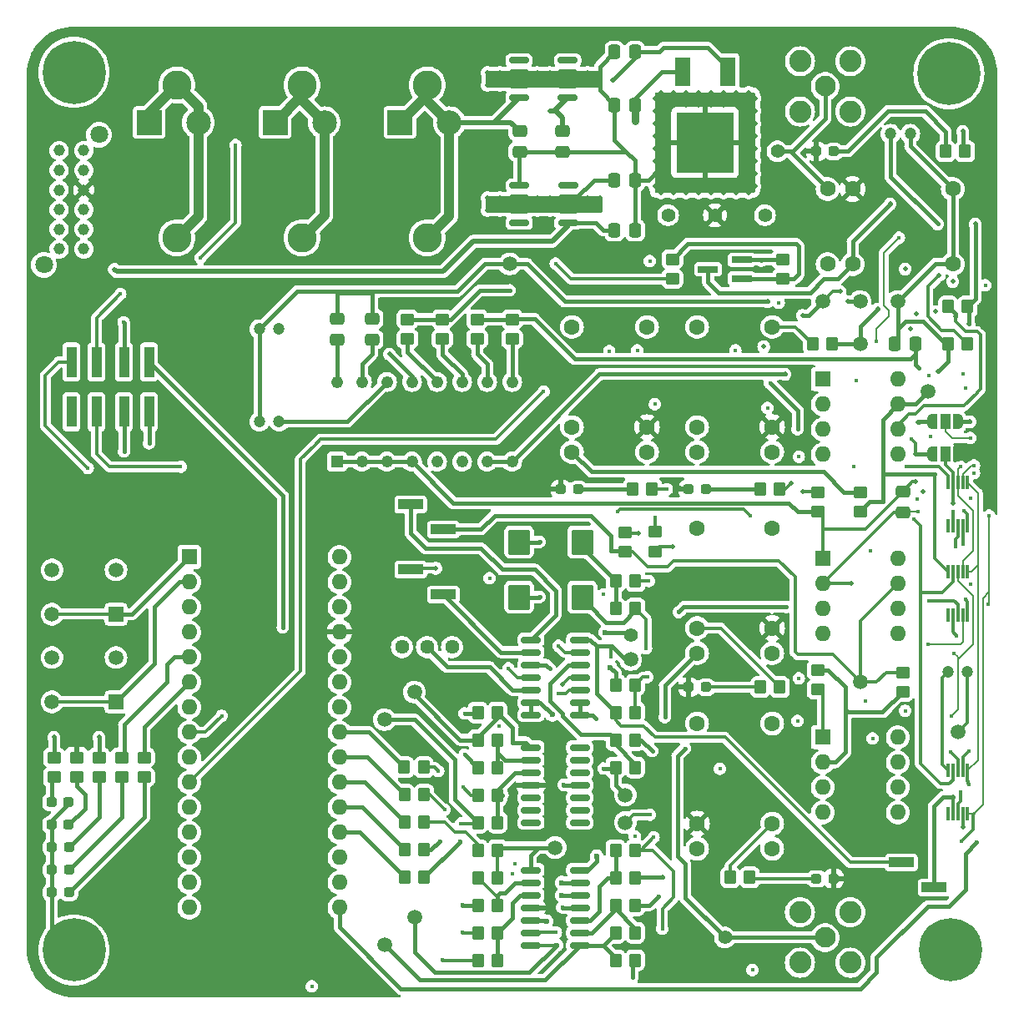
<source format=gtl>
G04 #@! TF.GenerationSoftware,KiCad,Pcbnew,7.0.7*
G04 #@! TF.CreationDate,2023-10-18T16:13:19+03:00*
G04 #@! TF.ProjectId,pcb,7063622e-6b69-4636-9164-5f7063625858,rev?*
G04 #@! TF.SameCoordinates,Original*
G04 #@! TF.FileFunction,Copper,L1,Top*
G04 #@! TF.FilePolarity,Positive*
%FSLAX46Y46*%
G04 Gerber Fmt 4.6, Leading zero omitted, Abs format (unit mm)*
G04 Created by KiCad (PCBNEW 7.0.7) date 2023-10-18 16:13:19*
%MOMM*%
%LPD*%
G01*
G04 APERTURE LIST*
G04 Aperture macros list*
%AMRoundRect*
0 Rectangle with rounded corners*
0 $1 Rounding radius*
0 $2 $3 $4 $5 $6 $7 $8 $9 X,Y pos of 4 corners*
0 Add a 4 corners polygon primitive as box body*
4,1,4,$2,$3,$4,$5,$6,$7,$8,$9,$2,$3,0*
0 Add four circle primitives for the rounded corners*
1,1,$1+$1,$2,$3*
1,1,$1+$1,$4,$5*
1,1,$1+$1,$6,$7*
1,1,$1+$1,$8,$9*
0 Add four rect primitives between the rounded corners*
20,1,$1+$1,$2,$3,$4,$5,0*
20,1,$1+$1,$4,$5,$6,$7,0*
20,1,$1+$1,$6,$7,$8,$9,0*
20,1,$1+$1,$8,$9,$2,$3,0*%
%AMFreePoly0*
4,1,19,0.550000,-0.750000,0.000000,-0.750000,0.000000,-0.744911,-0.071157,-0.744911,-0.207708,-0.704816,-0.327430,-0.627875,-0.420627,-0.520320,-0.479746,-0.390866,-0.500000,-0.250000,-0.500000,0.250000,-0.479746,0.390866,-0.420627,0.520320,-0.327430,0.627875,-0.207708,0.704816,-0.071157,0.744911,0.000000,0.744911,0.000000,0.750000,0.550000,0.750000,0.550000,-0.750000,0.550000,-0.750000,
$1*%
%AMFreePoly1*
4,1,19,0.000000,0.744911,0.071157,0.744911,0.207708,0.704816,0.327430,0.627875,0.420627,0.520320,0.479746,0.390866,0.500000,0.250000,0.500000,-0.250000,0.479746,-0.390866,0.420627,-0.520320,0.327430,-0.627875,0.207708,-0.704816,0.071157,-0.744911,0.000000,-0.744911,0.000000,-0.750000,-0.550000,-0.750000,-0.550000,0.750000,0.000000,0.750000,0.000000,0.744911,0.000000,0.744911,
$1*%
G04 Aperture macros list end*
G04 #@! TA.AperFunction,ComponentPad*
%ADD10C,1.800000*%
G04 #@! TD*
G04 #@! TA.AperFunction,ComponentPad*
%ADD11C,1.150000*%
G04 #@! TD*
G04 #@! TA.AperFunction,ComponentPad*
%ADD12R,2.500000X2.500000*%
G04 #@! TD*
G04 #@! TA.AperFunction,ComponentPad*
%ADD13C,2.500000*%
G04 #@! TD*
G04 #@! TA.AperFunction,ComponentPad*
%ADD14C,1.600000*%
G04 #@! TD*
G04 #@! TA.AperFunction,SMDPad,CuDef*
%ADD15RoundRect,0.250000X0.875000X1.025000X-0.875000X1.025000X-0.875000X-1.025000X0.875000X-1.025000X0*%
G04 #@! TD*
G04 #@! TA.AperFunction,SMDPad,CuDef*
%ADD16FreePoly0,180.000000*%
G04 #@! TD*
G04 #@! TA.AperFunction,SMDPad,CuDef*
%ADD17R,1.000000X1.500000*%
G04 #@! TD*
G04 #@! TA.AperFunction,SMDPad,CuDef*
%ADD18FreePoly1,180.000000*%
G04 #@! TD*
G04 #@! TA.AperFunction,SMDPad,CuDef*
%ADD19C,1.500000*%
G04 #@! TD*
G04 #@! TA.AperFunction,ComponentPad*
%ADD20R,1.600000X1.600000*%
G04 #@! TD*
G04 #@! TA.AperFunction,ComponentPad*
%ADD21O,1.600000X1.600000*%
G04 #@! TD*
G04 #@! TA.AperFunction,ComponentPad*
%ADD22C,1.200000*%
G04 #@! TD*
G04 #@! TA.AperFunction,SMDPad,CuDef*
%ADD23RoundRect,0.250000X0.350000X0.450000X-0.350000X0.450000X-0.350000X-0.450000X0.350000X-0.450000X0*%
G04 #@! TD*
G04 #@! TA.AperFunction,SMDPad,CuDef*
%ADD24R,1.600000X3.000000*%
G04 #@! TD*
G04 #@! TA.AperFunction,SMDPad,CuDef*
%ADD25R,5.800000X6.200000*%
G04 #@! TD*
G04 #@! TA.AperFunction,SMDPad,CuDef*
%ADD26RoundRect,0.250000X-0.337500X-0.475000X0.337500X-0.475000X0.337500X0.475000X-0.337500X0.475000X0*%
G04 #@! TD*
G04 #@! TA.AperFunction,SMDPad,CuDef*
%ADD27RoundRect,0.250000X-0.450000X0.350000X-0.450000X-0.350000X0.450000X-0.350000X0.450000X0.350000X0*%
G04 #@! TD*
G04 #@! TA.AperFunction,SMDPad,CuDef*
%ADD28RoundRect,0.237500X-0.287500X-0.237500X0.287500X-0.237500X0.287500X0.237500X-0.287500X0.237500X0*%
G04 #@! TD*
G04 #@! TA.AperFunction,SMDPad,CuDef*
%ADD29RoundRect,0.250000X-0.475000X0.337500X-0.475000X-0.337500X0.475000X-0.337500X0.475000X0.337500X0*%
G04 #@! TD*
G04 #@! TA.AperFunction,SMDPad,CuDef*
%ADD30R,0.300000X1.400000*%
G04 #@! TD*
G04 #@! TA.AperFunction,SMDPad,CuDef*
%ADD31RoundRect,0.250000X-0.350000X-0.450000X0.350000X-0.450000X0.350000X0.450000X-0.350000X0.450000X0*%
G04 #@! TD*
G04 #@! TA.AperFunction,ComponentPad*
%ADD32R,1.498000X1.498000*%
G04 #@! TD*
G04 #@! TA.AperFunction,ComponentPad*
%ADD33C,1.498000*%
G04 #@! TD*
G04 #@! TA.AperFunction,SMDPad,CuDef*
%ADD34RoundRect,0.150000X-0.825000X-0.150000X0.825000X-0.150000X0.825000X0.150000X-0.825000X0.150000X0*%
G04 #@! TD*
G04 #@! TA.AperFunction,SMDPad,CuDef*
%ADD35R,1.000000X3.150000*%
G04 #@! TD*
G04 #@! TA.AperFunction,SMDPad,CuDef*
%ADD36RoundRect,0.237500X0.287500X0.237500X-0.287500X0.237500X-0.287500X-0.237500X0.287500X-0.237500X0*%
G04 #@! TD*
G04 #@! TA.AperFunction,ComponentPad*
%ADD37C,1.400000*%
G04 #@! TD*
G04 #@! TA.AperFunction,SMDPad,CuDef*
%ADD38RoundRect,0.150000X0.825000X0.150000X-0.825000X0.150000X-0.825000X-0.150000X0.825000X-0.150000X0*%
G04 #@! TD*
G04 #@! TA.AperFunction,SMDPad,CuDef*
%ADD39RoundRect,0.250000X0.450000X-0.350000X0.450000X0.350000X-0.450000X0.350000X-0.450000X-0.350000X0*%
G04 #@! TD*
G04 #@! TA.AperFunction,ComponentPad*
%ADD40C,1.440000*%
G04 #@! TD*
G04 #@! TA.AperFunction,SMDPad,CuDef*
%ADD41RoundRect,0.250000X0.475000X-0.337500X0.475000X0.337500X-0.475000X0.337500X-0.475000X-0.337500X0*%
G04 #@! TD*
G04 #@! TA.AperFunction,SMDPad,CuDef*
%ADD42R,2.510000X1.000000*%
G04 #@! TD*
G04 #@! TA.AperFunction,ComponentPad*
%ADD43C,2.955000*%
G04 #@! TD*
G04 #@! TA.AperFunction,ComponentPad*
%ADD44C,2.250000*%
G04 #@! TD*
G04 #@! TA.AperFunction,ComponentPad*
%ADD45C,2.100000*%
G04 #@! TD*
G04 #@! TA.AperFunction,ComponentPad*
%ADD46C,0.800000*%
G04 #@! TD*
G04 #@! TA.AperFunction,ComponentPad*
%ADD47C,6.400000*%
G04 #@! TD*
G04 #@! TA.AperFunction,SMDPad,CuDef*
%ADD48R,2.000000X0.650000*%
G04 #@! TD*
G04 #@! TA.AperFunction,ComponentPad*
%ADD49R,1.220000X1.220000*%
G04 #@! TD*
G04 #@! TA.AperFunction,ComponentPad*
%ADD50C,1.220000*%
G04 #@! TD*
G04 #@! TA.AperFunction,ViaPad*
%ADD51C,0.450000*%
G04 #@! TD*
G04 #@! TA.AperFunction,ViaPad*
%ADD52C,0.500000*%
G04 #@! TD*
G04 #@! TA.AperFunction,ViaPad*
%ADD53C,0.600000*%
G04 #@! TD*
G04 #@! TA.AperFunction,Conductor*
%ADD54C,0.500000*%
G04 #@! TD*
G04 #@! TA.AperFunction,Conductor*
%ADD55C,0.300000*%
G04 #@! TD*
G04 #@! TA.AperFunction,Conductor*
%ADD56C,0.200000*%
G04 #@! TD*
G04 #@! TA.AperFunction,Conductor*
%ADD57C,0.400000*%
G04 #@! TD*
G04 #@! TA.AperFunction,Conductor*
%ADD58C,1.000000*%
G04 #@! TD*
G04 #@! TA.AperFunction,Conductor*
%ADD59C,0.800000*%
G04 #@! TD*
G04 APERTURE END LIST*
D10*
X109224302Y-62066352D03*
X103624302Y-75266352D03*
D11*
X105174302Y-73666352D03*
X105174302Y-71666352D03*
X105174302Y-69666352D03*
X105174302Y-67666352D03*
X105174302Y-65666352D03*
X105174302Y-63666352D03*
X107674302Y-73666352D03*
X107674302Y-71666352D03*
X107674302Y-69666352D03*
X107674302Y-67666352D03*
X107674302Y-65666352D03*
X107674302Y-63666352D03*
D12*
X114300000Y-60830000D03*
D13*
X119300000Y-60830000D03*
D12*
X127080000Y-60830000D03*
D13*
X132080000Y-60830000D03*
X144740000Y-60830000D03*
D12*
X139740000Y-60830000D03*
D14*
X183134000Y-67564000D03*
X183134000Y-75184000D03*
X185674000Y-75184000D03*
X185674000Y-67564000D03*
X195834000Y-75184000D03*
X195834000Y-67564000D03*
X169899000Y-134488000D03*
X177519000Y-134488000D03*
X177519000Y-131948000D03*
X169899000Y-131948000D03*
X177519000Y-121788000D03*
X169899000Y-121788000D03*
X157199000Y-94261000D03*
X164819000Y-94261000D03*
X164819000Y-91721000D03*
X157199000Y-91721000D03*
X164819000Y-81561000D03*
X157199000Y-81561000D03*
X169899000Y-114660000D03*
X177519000Y-114660000D03*
X177519000Y-112120000D03*
X169899000Y-112120000D03*
X177519000Y-101960000D03*
X169899000Y-101960000D03*
X169899000Y-94261000D03*
X177519000Y-94261000D03*
X177519000Y-91721000D03*
X169899000Y-91721000D03*
X177519000Y-81561000D03*
X169899000Y-81561000D03*
D15*
X158236000Y-103394000D03*
X151836000Y-103394000D03*
X158236000Y-108982000D03*
X151836000Y-108982000D03*
D16*
X196372000Y-94488000D03*
D17*
X195072000Y-94488000D03*
D18*
X193772000Y-94488000D03*
D16*
X196372000Y-91186000D03*
D17*
X195072000Y-91186000D03*
D18*
X193772000Y-91186000D03*
D19*
X155513000Y-134382000D03*
X138176000Y-144272000D03*
X141224000Y-118618000D03*
X162625000Y-131842000D03*
X141224000Y-141478000D03*
X162625000Y-129048000D03*
X163164000Y-115316000D03*
X190246000Y-78994000D03*
X182626000Y-78994000D03*
X186436000Y-83312000D03*
X193294000Y-88138000D03*
X186436000Y-78994000D03*
X150876000Y-75184000D03*
X196342000Y-122682000D03*
X186436000Y-117602000D03*
X138176000Y-121412000D03*
D20*
X182636000Y-86878000D03*
D21*
X182636000Y-89418000D03*
X182636000Y-91958000D03*
X182636000Y-94498000D03*
X190256000Y-94498000D03*
X190256000Y-91958000D03*
X190256000Y-89418000D03*
X190256000Y-86878000D03*
D22*
X191516000Y-61976000D03*
X189516000Y-61976000D03*
D23*
X149655000Y-120666000D03*
X147655000Y-120666000D03*
D24*
X172973000Y-55685000D03*
X168403000Y-55685000D03*
D25*
X170688000Y-62865000D03*
D26*
X161522500Y-59055000D03*
X163597500Y-59055000D03*
D23*
X163625000Y-126254000D03*
X161625000Y-126254000D03*
X142208000Y-129032000D03*
X140208000Y-129032000D03*
D27*
X182118000Y-116348000D03*
X182118000Y-118348000D03*
D28*
X104422000Y-136652000D03*
X106172000Y-136652000D03*
D23*
X178292000Y-118110000D03*
X176292000Y-118110000D03*
D29*
X136948000Y-80750500D03*
X136948000Y-82825500D03*
D30*
X195342000Y-130978000D03*
X195842000Y-130978000D03*
X196342000Y-130978000D03*
X196842000Y-130978000D03*
X197342000Y-130978000D03*
X197342000Y-126578000D03*
X196842000Y-126578000D03*
X196342000Y-126578000D03*
X195842000Y-126578000D03*
X195342000Y-126578000D03*
D31*
X147671000Y-143018000D03*
X149671000Y-143018000D03*
X173244000Y-137414000D03*
X175244000Y-137414000D03*
D32*
X110946000Y-110708000D03*
D33*
X104446000Y-110708000D03*
X110946000Y-106208000D03*
X104446000Y-106208000D03*
D34*
X153038000Y-136668000D03*
X153038000Y-137938000D03*
X153038000Y-139208000D03*
X153038000Y-140478000D03*
X153038000Y-141748000D03*
X153038000Y-143018000D03*
X153038000Y-144288000D03*
X157988000Y-144288000D03*
X157988000Y-143018000D03*
X157988000Y-141748000D03*
X157988000Y-140478000D03*
X157988000Y-139208000D03*
X157988000Y-137938000D03*
X157988000Y-136668000D03*
D23*
X142208000Y-134620000D03*
X140208000Y-134620000D03*
D20*
X182636000Y-123200000D03*
D21*
X182636000Y-125740000D03*
X182636000Y-128280000D03*
X182636000Y-130820000D03*
X190256000Y-130820000D03*
X190256000Y-128280000D03*
X190256000Y-125740000D03*
X190256000Y-123200000D03*
D35*
X114300000Y-85120000D03*
X114300000Y-90170000D03*
X111760000Y-85120000D03*
X111760000Y-90170000D03*
D26*
X161522500Y-66675000D03*
X163597500Y-66675000D03*
D31*
X147655000Y-131842000D03*
X149655000Y-131842000D03*
D23*
X163625000Y-140224000D03*
X161625000Y-140224000D03*
D29*
X133350000Y-80750500D03*
X133350000Y-82825500D03*
D31*
X161641000Y-107347000D03*
X163641000Y-107347000D03*
D36*
X183755000Y-63754000D03*
X182005000Y-63754000D03*
D30*
X195342000Y-101768000D03*
X195842000Y-101768000D03*
X196342000Y-101768000D03*
X196842000Y-101768000D03*
X197342000Y-101768000D03*
X197342000Y-97368000D03*
X196842000Y-97368000D03*
X196342000Y-97368000D03*
X195842000Y-97368000D03*
X195342000Y-97368000D03*
D37*
X171704000Y-70231000D03*
D27*
X165608000Y-102362000D03*
X165608000Y-104362000D03*
D23*
X165338000Y-98044000D03*
X163338000Y-98044000D03*
X142208000Y-131826000D03*
X140208000Y-131826000D03*
D28*
X104408000Y-132080000D03*
X106158000Y-132080000D03*
D23*
X142176000Y-126238000D03*
X140176000Y-126238000D03*
D32*
X110946000Y-119598000D03*
D33*
X104446000Y-119598000D03*
X110946000Y-115098000D03*
X104446000Y-115098000D03*
D23*
X163625000Y-134636000D03*
X161625000Y-134636000D03*
D31*
X195342000Y-83312000D03*
X197342000Y-83312000D03*
D38*
X156795000Y-71019000D03*
X156795000Y-69749000D03*
X156795000Y-68479000D03*
X156795000Y-67209000D03*
X151845000Y-67209000D03*
X151845000Y-68479000D03*
X151845000Y-69749000D03*
X151845000Y-71019000D03*
D23*
X163625000Y-117872000D03*
X161625000Y-117872000D03*
D27*
X167386000Y-74692000D03*
X167386000Y-76692000D03*
D39*
X113792000Y-127238000D03*
X113792000Y-125238000D03*
X104648000Y-127238000D03*
X104648000Y-125238000D03*
D23*
X163625000Y-137430000D03*
X161625000Y-137430000D03*
D26*
X161522500Y-71755000D03*
X163597500Y-71755000D03*
D38*
X156780000Y-58319000D03*
X156780000Y-57049000D03*
X156780000Y-55779000D03*
X156780000Y-54509000D03*
X151830000Y-54509000D03*
X151830000Y-55779000D03*
X151830000Y-57049000D03*
X151830000Y-58319000D03*
D30*
X195342000Y-110785000D03*
X195842000Y-110785000D03*
X196342000Y-110785000D03*
X196842000Y-110785000D03*
X197342000Y-110785000D03*
X197342000Y-106385000D03*
X196842000Y-106385000D03*
X196342000Y-106385000D03*
X195842000Y-106385000D03*
X195342000Y-106385000D03*
D35*
X108966000Y-85120000D03*
X108966000Y-90170000D03*
X106426000Y-85120000D03*
X106426000Y-90170000D03*
D34*
X153038000Y-124222000D03*
X153038000Y-125492000D03*
X153038000Y-126762000D03*
X153038000Y-128032000D03*
X153038000Y-129302000D03*
X153038000Y-130572000D03*
X153038000Y-131842000D03*
X157988000Y-131842000D03*
X157988000Y-130572000D03*
X157988000Y-129302000D03*
X157988000Y-128032000D03*
X157988000Y-126762000D03*
X157988000Y-125492000D03*
X157988000Y-124222000D03*
D28*
X104422000Y-134366000D03*
X106172000Y-134366000D03*
D36*
X170801000Y-118110000D03*
X169051000Y-118110000D03*
D40*
X145034000Y-114046000D03*
X142494000Y-114046000D03*
X139954000Y-114046000D03*
D31*
X161625000Y-120666000D03*
X163625000Y-120666000D03*
D39*
X140516000Y-82788000D03*
X140516000Y-80788000D03*
D31*
X147671000Y-140224000D03*
X149671000Y-140224000D03*
D39*
X144054000Y-82788000D03*
X144054000Y-80788000D03*
D41*
X190754000Y-100351500D03*
X190754000Y-98276500D03*
D23*
X149655000Y-137430000D03*
X147655000Y-137430000D03*
D42*
X193933000Y-138430000D03*
X190623000Y-135890000D03*
D43*
X129825000Y-57020000D03*
X129825000Y-72520000D03*
X142525000Y-57020000D03*
X142525000Y-72520000D03*
D41*
X156210000Y-63775500D03*
X156210000Y-61700500D03*
D37*
X176784000Y-70231000D03*
D31*
X147655000Y-129048000D03*
X149655000Y-129048000D03*
D42*
X140839000Y-106172000D03*
X144149000Y-108712000D03*
D39*
X186436000Y-100314000D03*
X186436000Y-98314000D03*
D23*
X178292000Y-98044000D03*
X176292000Y-98044000D03*
D37*
X172720000Y-143510000D03*
D44*
X185430000Y-140960000D03*
X185430000Y-146060000D03*
X180330000Y-146060000D03*
X180330000Y-140960000D03*
D45*
X182880000Y-143510000D03*
D28*
X104422000Y-138938000D03*
X106172000Y-138938000D03*
X182005000Y-137541000D03*
X183755000Y-137541000D03*
D23*
X197088000Y-63754000D03*
X195088000Y-63754000D03*
D39*
X111506000Y-127238000D03*
X111506000Y-125238000D03*
D46*
X193040000Y-55880000D03*
X193742944Y-54182944D03*
X193742944Y-57577056D03*
X195440000Y-53480000D03*
D47*
X195440000Y-55880000D03*
D46*
X195440000Y-58280000D03*
X197137056Y-54182944D03*
X197137056Y-57577056D03*
X197840000Y-55880000D03*
D48*
X171010000Y-75708000D03*
X174430000Y-76658000D03*
X174430000Y-74758000D03*
D26*
X161522500Y-53684000D03*
X163597500Y-53684000D03*
D23*
X197342000Y-79502000D03*
X195342000Y-79502000D03*
D31*
X147655000Y-126254000D03*
X149655000Y-126254000D03*
D39*
X106934000Y-127238000D03*
X106934000Y-125238000D03*
D31*
X161625000Y-145812000D03*
X163625000Y-145812000D03*
D22*
X125492000Y-91186000D03*
X127492000Y-91186000D03*
X195342000Y-116586000D03*
X197342000Y-116586000D03*
D28*
X104408000Y-129794000D03*
X106158000Y-129794000D03*
D41*
X151892000Y-63775500D03*
X151892000Y-61700500D03*
D31*
X147655000Y-145812000D03*
X149655000Y-145812000D03*
D36*
X157847000Y-98044000D03*
X156097000Y-98044000D03*
D20*
X118374000Y-104902000D03*
D21*
X118374000Y-107442000D03*
X118374000Y-109982000D03*
X118374000Y-112522000D03*
X118374000Y-115062000D03*
X118374000Y-117602000D03*
X118374000Y-120142000D03*
X118374000Y-122682000D03*
X118374000Y-125222000D03*
X118374000Y-127762000D03*
X118374000Y-130302000D03*
X118374000Y-132842000D03*
X118374000Y-135382000D03*
X118374000Y-137922000D03*
X118374000Y-140462000D03*
X133614000Y-140462000D03*
X133614000Y-137922000D03*
X133614000Y-135382000D03*
X133614000Y-132842000D03*
X133614000Y-130302000D03*
X133614000Y-127762000D03*
X133614000Y-125222000D03*
X133614000Y-122682000D03*
X133614000Y-120142000D03*
X133614000Y-117602000D03*
X133614000Y-115062000D03*
X133614000Y-112522000D03*
X133614000Y-109982000D03*
X133614000Y-107442000D03*
X133614000Y-104902000D03*
D45*
X182890000Y-57160000D03*
D44*
X185440000Y-59710000D03*
X185440000Y-54610000D03*
X180340000Y-54610000D03*
X180340000Y-59710000D03*
D39*
X151130000Y-82788000D03*
X151130000Y-80788000D03*
D36*
X170801000Y-98044000D03*
X169051000Y-98044000D03*
D39*
X182118000Y-100330000D03*
X182118000Y-98330000D03*
D46*
X104280000Y-144780000D03*
X104982944Y-143082944D03*
X104982944Y-146477056D03*
X106680000Y-142380000D03*
D47*
X106680000Y-144780000D03*
D46*
X106680000Y-147180000D03*
X108377056Y-143082944D03*
X108377056Y-146477056D03*
X109080000Y-144780000D03*
X104280000Y-55740000D03*
X104982944Y-54042944D03*
X104982944Y-57437056D03*
X106680000Y-53340000D03*
D47*
X106680000Y-55740000D03*
D46*
X106680000Y-58140000D03*
X108377056Y-54042944D03*
X108377056Y-57437056D03*
X109080000Y-55740000D03*
D27*
X178562000Y-74708000D03*
X178562000Y-76708000D03*
D37*
X178054000Y-63754000D03*
D26*
X189970500Y-83312000D03*
X192045500Y-83312000D03*
D23*
X163625000Y-123460000D03*
X161625000Y-123460000D03*
D31*
X161625000Y-143018000D03*
X163625000Y-143018000D03*
D23*
X163641000Y-110141000D03*
X161641000Y-110141000D03*
D39*
X147592000Y-82788000D03*
X147592000Y-80788000D03*
X109220000Y-127238000D03*
X109220000Y-125238000D03*
D43*
X117125000Y-57020000D03*
X117125000Y-72520000D03*
D23*
X183626000Y-83312000D03*
X181626000Y-83312000D03*
D31*
X147671000Y-123460000D03*
X149671000Y-123460000D03*
D20*
X182636000Y-105039000D03*
D21*
X182636000Y-107579000D03*
X182636000Y-110119000D03*
X182636000Y-112659000D03*
X190256000Y-112659000D03*
X190256000Y-110119000D03*
X190256000Y-107579000D03*
X190256000Y-105039000D03*
D37*
X166958000Y-70231000D03*
X163164000Y-112792000D03*
D23*
X149655000Y-134636000D03*
X147655000Y-134636000D03*
D49*
X133350000Y-95236000D03*
D50*
X133350000Y-87136000D03*
X135890000Y-95236000D03*
X135890000Y-87136000D03*
X138430000Y-95236000D03*
X138430000Y-87136000D03*
X140970000Y-95236000D03*
X140970000Y-87136000D03*
X143510000Y-95236000D03*
X143510000Y-87136000D03*
X146050000Y-95236000D03*
X146050000Y-87136000D03*
X148590000Y-95236000D03*
X148590000Y-87136000D03*
X151130000Y-95236000D03*
X151130000Y-87136000D03*
D42*
X144149000Y-102108000D03*
X140839000Y-99568000D03*
D27*
X162560000Y-102394000D03*
X162560000Y-104394000D03*
D31*
X140208000Y-137414000D03*
X142208000Y-137414000D03*
D46*
X193180000Y-144780000D03*
X193882944Y-143082944D03*
X193882944Y-146477056D03*
X195580000Y-142380000D03*
D47*
X195580000Y-144780000D03*
D46*
X195580000Y-147180000D03*
X197277056Y-143082944D03*
X197277056Y-146477056D03*
X197980000Y-144780000D03*
D22*
X125492000Y-81788000D03*
X127492000Y-81788000D03*
D34*
X153038000Y-113300000D03*
X153038000Y-114570000D03*
X153038000Y-115840000D03*
X153038000Y-117110000D03*
X153038000Y-118380000D03*
X153038000Y-119650000D03*
X153038000Y-120920000D03*
X157988000Y-120920000D03*
X157988000Y-119650000D03*
X157988000Y-118380000D03*
X157988000Y-117110000D03*
X157988000Y-115840000D03*
X157988000Y-114570000D03*
X157988000Y-113300000D03*
D27*
X190754000Y-116602000D03*
X190754000Y-118602000D03*
D51*
X110780000Y-75730000D03*
X161798000Y-100330000D03*
X175260000Y-100711000D03*
X190373000Y-72517000D03*
X188087000Y-83058000D03*
X178181000Y-79121000D03*
X186055000Y-86995000D03*
X165608000Y-89408000D03*
X177038000Y-89789000D03*
X148844000Y-107061000D03*
X160401000Y-108712000D03*
X168021000Y-110490000D03*
X178943000Y-109982000D03*
X187706000Y-123317000D03*
X186944000Y-119507000D03*
X180086000Y-121539000D03*
X180213000Y-117221000D03*
X180086000Y-91948000D03*
X177292000Y-87249000D03*
X146812000Y-90932000D03*
X154559000Y-94234000D03*
X163830000Y-83947000D03*
X167767000Y-97409000D03*
X177292000Y-125603000D03*
X175006000Y-127381000D03*
X187452000Y-104267000D03*
X191643000Y-92964000D03*
D52*
X192024000Y-94488000D03*
D51*
X180213000Y-94742000D03*
X150749000Y-116205000D03*
D52*
X109220000Y-123190000D03*
X192307321Y-91200686D03*
D51*
X199136000Y-77343000D03*
D52*
X192151000Y-80264000D03*
D51*
X196850000Y-86360000D03*
D52*
X156210000Y-117856000D03*
X104648000Y-123190000D03*
D51*
X156337000Y-128016000D03*
D52*
X168783000Y-67945000D03*
X175768000Y-63500000D03*
D51*
X146304000Y-124968000D03*
D52*
X158765000Y-57049000D03*
X166243000Y-59055000D03*
D51*
X193294000Y-113792000D03*
D52*
X172593000Y-59055000D03*
X196850000Y-132334000D03*
X158765000Y-55779000D03*
X174498000Y-58420000D03*
X170053000Y-67945000D03*
X171323000Y-66675000D03*
D51*
X153924000Y-103378000D03*
D52*
X172593000Y-66675000D03*
X175133000Y-66675000D03*
X175768000Y-62230000D03*
X166878000Y-64770000D03*
X176403000Y-74803000D03*
X149875000Y-57049000D03*
X172593000Y-67945000D03*
X174498000Y-66040000D03*
X149240000Y-56414000D03*
X166878000Y-59690000D03*
X154940000Y-55753000D03*
X174498000Y-59690000D03*
X170053000Y-66675000D03*
X175133000Y-67945000D03*
X166243000Y-61595000D03*
X148605000Y-57049000D03*
X172593000Y-57785000D03*
X175768000Y-64770000D03*
X166878000Y-66040000D03*
X165608000Y-67310000D03*
X166243000Y-57785000D03*
X175768000Y-60960000D03*
X167513000Y-57785000D03*
X168148000Y-67310000D03*
X171323000Y-59055000D03*
X149875000Y-55779000D03*
X159400000Y-56414000D03*
X170053000Y-57785000D03*
X166243000Y-64135000D03*
X171958000Y-67310000D03*
X171323000Y-57785000D03*
X166878000Y-60960000D03*
X166243000Y-60325000D03*
X173863000Y-67945000D03*
X173863000Y-57785000D03*
X165608000Y-63500000D03*
X168148000Y-58420000D03*
X167513000Y-66675000D03*
X166878000Y-58420000D03*
X174498000Y-63500000D03*
X165608000Y-62230000D03*
X175133000Y-57785000D03*
X165608000Y-60960000D03*
X167513000Y-59055000D03*
X154940000Y-57023000D03*
D51*
X146050000Y-140208000D03*
X154940000Y-116205000D03*
D52*
X166878000Y-63500000D03*
X168783000Y-57785000D03*
X170053000Y-59055000D03*
D51*
X153924000Y-108966000D03*
D52*
X166878000Y-67310000D03*
X148605000Y-55779000D03*
D51*
X196850000Y-103632000D03*
D52*
X153670000Y-57023000D03*
X160035000Y-55779000D03*
X175133000Y-62865000D03*
X194056000Y-80010000D03*
X175133000Y-60325000D03*
X169418000Y-67310000D03*
X175768000Y-67310000D03*
X175768000Y-66040000D03*
X175768000Y-59690000D03*
X173863000Y-59055000D03*
X175133000Y-65405000D03*
X166243000Y-66675000D03*
X170688000Y-67310000D03*
X174498000Y-67310000D03*
X173228000Y-67310000D03*
X169418000Y-58420000D03*
X166243000Y-65405000D03*
X174498000Y-64770000D03*
X173863000Y-66675000D03*
X175133000Y-61595000D03*
X167513000Y-67945000D03*
X154305000Y-56388000D03*
X171958000Y-58420000D03*
X174498000Y-60960000D03*
D51*
X165989000Y-139319000D03*
D52*
X191008000Y-75692000D03*
X176657000Y-83566000D03*
X166878000Y-62230000D03*
X166243000Y-67945000D03*
X165608000Y-59690000D03*
X173228000Y-58420000D03*
X165608000Y-58420000D03*
X168783000Y-59055000D03*
X175133000Y-64135000D03*
X175133000Y-59055000D03*
X174498000Y-62230000D03*
X175768000Y-58420000D03*
X165608000Y-66040000D03*
X168783000Y-66675000D03*
D51*
X156210000Y-140462000D03*
D52*
X170688000Y-58420000D03*
X166243000Y-62865000D03*
X197574744Y-91181498D03*
X171323000Y-67945000D03*
X153670000Y-55753000D03*
X160035000Y-57049000D03*
D51*
X165354000Y-124587000D03*
D52*
X165608000Y-64770000D03*
D51*
X155549600Y-75133200D03*
X121666000Y-121005600D03*
X164998400Y-107340400D03*
X172212000Y-126390400D03*
X149809200Y-122072400D03*
X160985200Y-84023200D03*
X154330400Y-88138000D03*
X165100000Y-74879200D03*
X173786800Y-83921600D03*
X196977000Y-100203000D03*
X111709200Y-81076800D03*
X199517000Y-100711000D03*
X196723000Y-133731000D03*
X197154800Y-109220000D03*
X199390000Y-109728000D03*
X130810000Y-148463000D03*
X114300000Y-93370400D03*
X197993000Y-95631000D03*
X111760000Y-94183200D03*
X197485000Y-128016000D03*
X127863600Y-112064800D03*
X198247000Y-133858000D03*
D52*
X195834000Y-129286000D03*
X166370000Y-137414000D03*
X194310000Y-86106000D03*
D51*
X150876000Y-77851000D03*
D52*
X192405000Y-85725000D03*
X194310000Y-71120000D03*
X197485000Y-81280000D03*
X198120000Y-71120000D03*
X177038000Y-78994000D03*
D51*
X193548000Y-92710000D03*
X193421000Y-86487000D03*
X192278000Y-100330000D03*
D52*
X185547000Y-107569000D03*
X191516000Y-81788000D03*
X138684000Y-84328000D03*
D51*
X164719000Y-114173000D03*
X155829000Y-118745000D03*
D52*
X161290000Y-56515000D03*
X154940000Y-68453000D03*
X158765000Y-69749000D03*
X148605000Y-68479000D03*
X149240000Y-69114000D03*
X154940000Y-69723000D03*
X160035000Y-68479000D03*
X154305000Y-69088000D03*
X159400000Y-69114000D03*
X153670000Y-68453000D03*
X158765000Y-68479000D03*
X149875000Y-68479000D03*
X153670000Y-69723000D03*
X149875000Y-69749000D03*
X148605000Y-69749000D03*
X160035000Y-69749000D03*
X163602768Y-60647601D03*
D51*
X197993000Y-96393000D03*
D52*
X192024000Y-97282000D03*
X179451000Y-97409000D03*
D51*
X166827200Y-98044000D03*
D52*
X189484000Y-69088000D03*
X196850000Y-61722000D03*
D51*
X191000000Y-120500000D03*
X195707000Y-121031000D03*
X197485000Y-124587000D03*
X195961000Y-114681000D03*
X117500000Y-95750000D03*
X175514000Y-146812000D03*
X195580000Y-124714000D03*
X108077000Y-95885000D03*
D52*
X188214000Y-79756000D03*
D51*
X185801000Y-95758000D03*
X191135000Y-95758000D03*
D52*
X180594000Y-80391000D03*
X184404000Y-77978000D03*
D51*
X195884800Y-100279200D03*
D52*
X194437000Y-76327000D03*
D51*
X192214500Y-98996500D03*
X196215000Y-112903000D03*
D52*
X185166000Y-78994000D03*
D51*
X197612000Y-107696000D03*
D52*
X178816000Y-86360000D03*
X196088000Y-80518000D03*
X192786000Y-98298000D03*
D51*
X197612000Y-98933000D03*
D53*
X155194000Y-120904000D03*
X161101000Y-116094000D03*
D52*
X143383000Y-106045000D03*
X163957000Y-102489000D03*
D51*
X151384000Y-136017000D03*
X165481000Y-133350000D03*
X146177000Y-128270000D03*
X146050000Y-143002000D03*
D53*
X160593000Y-112538000D03*
D51*
X166370000Y-142621000D03*
X144018000Y-145796000D03*
D52*
X180594000Y-98298000D03*
D51*
X166624000Y-121158000D03*
X151130000Y-137033000D03*
X145923000Y-131953000D03*
D52*
X167386000Y-103886000D03*
D51*
X196596000Y-95758000D03*
X119507000Y-74549000D03*
X123063000Y-63119000D03*
X111379000Y-78232000D03*
X197104000Y-87757000D03*
D52*
X195834000Y-76962000D03*
D51*
X145796000Y-133731000D03*
X146304000Y-120777000D03*
X143764000Y-133731000D03*
X163322000Y-147574000D03*
X163576000Y-133223000D03*
X144272000Y-130556000D03*
X143637000Y-126619000D03*
X155829000Y-113919000D03*
X164846000Y-117094000D03*
X160401000Y-126365000D03*
X159639000Y-121285000D03*
D53*
X154624000Y-141875000D03*
D51*
X155575000Y-143002000D03*
D53*
X156148000Y-139208000D03*
X156148000Y-137938000D03*
D51*
X165608000Y-100888800D03*
X161137600Y-115062000D03*
X191897000Y-101092000D03*
D52*
X195842000Y-99415600D03*
D51*
X196596000Y-128778000D03*
X196088000Y-103886000D03*
X193421000Y-109347000D03*
X197612000Y-92837000D03*
X168656000Y-124333000D03*
D53*
X155640000Y-144288000D03*
D51*
X165100000Y-131064000D03*
D53*
X159704000Y-135271000D03*
D52*
X154940000Y-59690000D03*
D54*
X111000000Y-75950000D02*
X110780000Y-75730000D01*
X144120000Y-75950000D02*
X111000000Y-75950000D01*
X155190000Y-72880000D02*
X147190000Y-72880000D01*
X147190000Y-72880000D02*
X144120000Y-75950000D01*
X156795000Y-71275000D02*
X155190000Y-72880000D01*
X156795000Y-71019000D02*
X156795000Y-71275000D01*
D55*
X162052000Y-100076000D02*
X161798000Y-100330000D01*
X174625000Y-100076000D02*
X162052000Y-100076000D01*
X175260000Y-100711000D02*
X174625000Y-100076000D01*
D56*
X188849000Y-79375000D02*
X188849000Y-74041000D01*
X188849000Y-74041000D02*
X190373000Y-72517000D01*
X189357000Y-79883000D02*
X188849000Y-79375000D01*
X189357000Y-80518000D02*
X189357000Y-79883000D01*
X188087000Y-81788000D02*
X189357000Y-80518000D01*
X188087000Y-83058000D02*
X188087000Y-81788000D01*
D57*
X168529000Y-109982000D02*
X168021000Y-110490000D01*
X178943000Y-109982000D02*
X168529000Y-109982000D01*
X180086000Y-90043000D02*
X177292000Y-87249000D01*
X180086000Y-91948000D02*
X180086000Y-90043000D01*
X181229000Y-80391000D02*
X182626000Y-78994000D01*
X180594000Y-80391000D02*
X181229000Y-80391000D01*
X191516000Y-84836000D02*
X192045500Y-84306500D01*
X151130000Y-80788000D02*
X151146000Y-80772000D01*
X192045500Y-84306500D02*
X192045500Y-83312000D01*
X153416000Y-80772000D02*
X157480000Y-84836000D01*
X151146000Y-80772000D02*
X153416000Y-80772000D01*
X157480000Y-84836000D02*
X191516000Y-84836000D01*
D56*
X168402000Y-98044000D02*
X167767000Y-97409000D01*
X169051000Y-98044000D02*
X168402000Y-98044000D01*
D57*
X174466000Y-127381000D02*
X175006000Y-127381000D01*
X169899000Y-131948000D02*
X174466000Y-127381000D01*
D55*
X182005000Y-137541000D02*
X175371000Y-137541000D01*
X175371000Y-137541000D02*
X175244000Y-137414000D01*
X151654000Y-117110000D02*
X150749000Y-116205000D01*
X192024000Y-94488000D02*
X192024000Y-93345000D01*
D57*
X192024000Y-94488000D02*
X192037938Y-94474062D01*
D55*
X192024000Y-93345000D02*
X191643000Y-92964000D01*
D57*
X192037938Y-94474062D02*
X192362993Y-94474062D01*
X192024000Y-94488000D02*
X193772000Y-94488000D01*
D55*
X153038000Y-117110000D02*
X151654000Y-117110000D01*
D57*
X109220000Y-125238000D02*
X109220000Y-123190000D01*
X192344409Y-91186000D02*
X192359095Y-91200686D01*
X104648000Y-125238000D02*
X104648000Y-123190000D01*
D55*
X157988000Y-117110000D02*
X156956000Y-117110000D01*
D57*
X192307321Y-91148912D02*
X192344067Y-91185658D01*
D55*
X156956000Y-117110000D02*
X156210000Y-117856000D01*
D57*
X192359095Y-91200686D02*
X192307321Y-91200686D01*
X193772000Y-91186000D02*
X192344409Y-91186000D01*
X192307321Y-91200686D02*
X192307321Y-91148912D01*
X112568000Y-110708000D02*
X118374000Y-104902000D01*
X110946000Y-110708000D02*
X112568000Y-110708000D01*
D55*
X110946000Y-110708000D02*
X104446000Y-110708000D01*
D57*
X110946000Y-119598000D02*
X114808000Y-115736000D01*
X117348000Y-107442000D02*
X118374000Y-107442000D01*
D55*
X110946000Y-119598000D02*
X104446000Y-119598000D01*
D57*
X114808000Y-115736000D02*
X114808000Y-109982000D01*
X114808000Y-109982000D02*
X117348000Y-107442000D01*
X151845000Y-63822500D02*
X151845000Y-67209000D01*
X160035000Y-55779000D02*
X159400000Y-56414000D01*
D58*
X129825000Y-57020000D02*
X129825000Y-58085000D01*
D57*
X154940000Y-57023000D02*
X154966000Y-57049000D01*
X151892000Y-63775500D02*
X156210000Y-63775500D01*
D58*
X129825000Y-58575000D02*
X132080000Y-60830000D01*
D57*
X156210000Y-63775500D02*
X162708500Y-63775500D01*
D58*
X129825000Y-57020000D02*
X129825000Y-58575000D01*
D57*
X153696000Y-55779000D02*
X153670000Y-55753000D01*
X160035000Y-57049000D02*
X160035000Y-57567500D01*
X178562000Y-74708000D02*
X176498000Y-74708000D01*
X163576000Y-66653500D02*
X163597500Y-66675000D01*
X106158000Y-129794000D02*
X106158000Y-129891515D01*
X154966000Y-55779000D02*
X154940000Y-55753000D01*
D56*
X196842000Y-110785000D02*
X196842000Y-112260000D01*
D57*
X104422000Y-136652000D02*
X104422000Y-138938000D01*
X161522500Y-62589500D02*
X162708500Y-63775500D01*
X153908000Y-103394000D02*
X153924000Y-103378000D01*
X196372000Y-91186000D02*
X197543585Y-91186000D01*
X104422000Y-142522000D02*
X106680000Y-144780000D01*
X160035000Y-57049000D02*
X159400000Y-56414000D01*
X147655000Y-126254000D02*
X147590000Y-126254000D01*
X153644000Y-57049000D02*
X153670000Y-57023000D01*
X157988000Y-140478000D02*
X156226000Y-140478000D01*
D58*
X154279000Y-56414000D02*
X154305000Y-56388000D01*
D57*
X160035000Y-57567500D02*
X161522500Y-59055000D01*
D56*
X196850000Y-113538000D02*
X196596000Y-113792000D01*
D57*
X153644000Y-55779000D02*
X148605000Y-55779000D01*
X148605000Y-57049000D02*
X149875000Y-55779000D01*
X153908000Y-108982000D02*
X153924000Y-108966000D01*
X151892000Y-63775500D02*
X151845000Y-63822500D01*
X104422000Y-134366000D02*
X104422000Y-136652000D01*
D55*
X196850000Y-103632000D02*
X196842000Y-103624000D01*
D57*
X151836000Y-108982000D02*
X153908000Y-108982000D01*
D55*
X196850000Y-132334000D02*
X196842000Y-132326000D01*
D57*
X148605000Y-55779000D02*
X148605000Y-57049000D01*
X174430000Y-74758000D02*
X176358000Y-74758000D01*
X160035000Y-55171500D02*
X161522500Y-53684000D01*
X163576000Y-64643000D02*
X163576000Y-66653500D01*
X104408000Y-132080000D02*
X104408000Y-134352000D01*
X163597500Y-71755000D02*
X163597500Y-66675000D01*
X146066000Y-140224000D02*
X146050000Y-140208000D01*
X197574744Y-91154841D02*
X197561145Y-91168440D01*
X151836000Y-103394000D02*
X153908000Y-103394000D01*
X176498000Y-74708000D02*
X176403000Y-74803000D01*
X148605000Y-57049000D02*
X153644000Y-57049000D01*
D58*
X149240000Y-56414000D02*
X154279000Y-56414000D01*
D57*
X154966000Y-57049000D02*
X160035000Y-57049000D01*
D58*
X154305000Y-56388000D02*
X154331000Y-56414000D01*
D57*
X156226000Y-140478000D02*
X156210000Y-140462000D01*
X154575000Y-115840000D02*
X154940000Y-116205000D01*
X104408000Y-131641515D02*
X104408000Y-132080000D01*
D55*
X196842000Y-132326000D02*
X196842000Y-130978000D01*
D56*
X196596000Y-113792000D02*
X193294000Y-113792000D01*
D57*
X104422000Y-138938000D02*
X104422000Y-142522000D01*
X147671000Y-140224000D02*
X146066000Y-140224000D01*
D56*
X196842000Y-112260000D02*
X196850000Y-112268000D01*
D57*
X157988000Y-128032000D02*
X156353000Y-128032000D01*
X162708500Y-63775500D02*
X163576000Y-64643000D01*
X153670000Y-57023000D02*
X153696000Y-57049000D01*
D56*
X196850000Y-112268000D02*
X196850000Y-113538000D01*
D57*
X154940000Y-55753000D02*
X154914000Y-55779000D01*
X106158000Y-129891515D02*
X104408000Y-131641515D01*
X160035000Y-55779000D02*
X154966000Y-55779000D01*
X197574744Y-91181498D02*
X197574744Y-91154841D01*
X148605000Y-55779000D02*
X149875000Y-57049000D01*
X163625000Y-140224000D02*
X165084000Y-140224000D01*
D58*
X154331000Y-56414000D02*
X159400000Y-56414000D01*
X129825000Y-72520000D02*
X132080000Y-70265000D01*
D57*
X164973000Y-66675000D02*
X165608000Y-66040000D01*
X197543585Y-91186000D02*
X197548087Y-91181498D01*
X160035000Y-55779000D02*
X160035000Y-57049000D01*
X176358000Y-74758000D02*
X176403000Y-74803000D01*
X163597500Y-66675000D02*
X164973000Y-66675000D01*
X147590000Y-126254000D02*
X146304000Y-124968000D01*
X153038000Y-115840000D02*
X154575000Y-115840000D01*
D58*
X132080000Y-70265000D02*
X132080000Y-60830000D01*
D57*
X164227000Y-123460000D02*
X165354000Y-124587000D01*
X153696000Y-57049000D02*
X154914000Y-57049000D01*
X104408000Y-134352000D02*
X104422000Y-134366000D01*
X161522500Y-59055000D02*
X161522500Y-62589500D01*
X156353000Y-128032000D02*
X156337000Y-128016000D01*
X153670000Y-55753000D02*
X153644000Y-55779000D01*
X163625000Y-123460000D02*
X164227000Y-123460000D01*
X160035000Y-55779000D02*
X160035000Y-55171500D01*
X154914000Y-55779000D02*
X153696000Y-55779000D01*
X197548087Y-91181498D02*
X197574744Y-91181498D01*
X154914000Y-57049000D02*
X154940000Y-57023000D01*
X165084000Y-140224000D02*
X165989000Y-139319000D01*
D58*
X129825000Y-58085000D02*
X127080000Y-60830000D01*
D55*
X196842000Y-103624000D02*
X196842000Y-101768000D01*
D57*
X111760000Y-121920000D02*
X116078000Y-117602000D01*
X111506000Y-125238000D02*
X111760000Y-124984000D01*
X111760000Y-124984000D02*
X111760000Y-121920000D01*
X116078000Y-115824000D02*
X116840000Y-115062000D01*
X116840000Y-115062000D02*
X118374000Y-115062000D01*
X116078000Y-117602000D02*
X116078000Y-115824000D01*
X113792000Y-125238000D02*
X113792000Y-122184000D01*
X113792000Y-122184000D02*
X118374000Y-117602000D01*
D55*
X157108400Y-76692000D02*
X155549600Y-75133200D01*
X167386000Y-76692000D02*
X157108400Y-76692000D01*
X118374000Y-122682000D02*
X119989600Y-122682000D01*
X164998400Y-107340400D02*
X163647600Y-107340400D01*
X163647600Y-107340400D02*
X163641000Y-107347000D01*
X119989600Y-122682000D02*
X121666000Y-121005600D01*
X129641600Y-116494400D02*
X129641600Y-116128800D01*
X133858000Y-92964000D02*
X149504400Y-92964000D01*
X129641600Y-94996000D02*
X131064000Y-93573600D01*
X129641600Y-116128800D02*
X129641600Y-94996000D01*
X149504400Y-92964000D02*
X154330400Y-88138000D01*
X118374000Y-127762000D02*
X129641600Y-116494400D01*
X131064000Y-93573600D02*
X131673600Y-92964000D01*
X131673600Y-92964000D02*
X133858000Y-92964000D01*
D56*
X198882000Y-109093000D02*
X198882000Y-130048000D01*
D55*
X197866000Y-132588000D02*
X197866000Y-131064000D01*
D57*
X111760000Y-81127600D02*
X111709200Y-81076800D01*
D55*
X196723000Y-133731000D02*
X197866000Y-132588000D01*
X196977000Y-100203000D02*
X197342000Y-100568000D01*
D57*
X111760000Y-85120000D02*
X111760000Y-81127600D01*
D55*
X197154800Y-109220000D02*
X197342000Y-109407200D01*
X197866000Y-131064000D02*
X197952000Y-130978000D01*
D56*
X198882000Y-130048000D02*
X197952000Y-130978000D01*
X199517000Y-101473000D02*
X199517000Y-108458000D01*
D55*
X197342000Y-109407200D02*
X197342000Y-110785000D01*
D56*
X197952000Y-130978000D02*
X197342000Y-130978000D01*
X199517000Y-100711000D02*
X199517000Y-101473000D01*
X199517000Y-108458000D02*
X198882000Y-109093000D01*
X199517000Y-109601000D02*
X199517000Y-101473000D01*
D55*
X197342000Y-100568000D02*
X197342000Y-101768000D01*
D56*
X199390000Y-109728000D02*
X199517000Y-109601000D01*
X196842000Y-97368000D02*
X196842000Y-96527999D01*
D57*
X114300000Y-90170000D02*
X114300000Y-93370400D01*
D56*
X197738999Y-95631000D02*
X197993000Y-95631000D01*
X196842000Y-96527999D02*
X197738999Y-95631000D01*
D55*
X197993000Y-95631000D02*
X197899400Y-95631000D01*
D57*
X111760000Y-94183200D02*
X111760000Y-90170000D01*
X139827000Y-148717000D02*
X186436000Y-148717000D01*
D56*
X197723000Y-106385000D02*
X198374000Y-105734000D01*
D55*
X197342000Y-127619000D02*
X197342000Y-126578000D01*
D57*
X188087000Y-145542000D02*
X193294000Y-140335000D01*
X188087000Y-147066000D02*
X188087000Y-145542000D01*
X195453000Y-140335000D02*
X197104000Y-138684000D01*
X127863600Y-98683600D02*
X114300000Y-85120000D01*
D55*
X197485000Y-128016000D02*
X197358000Y-127889000D01*
D56*
X198374000Y-104902000D02*
X198374000Y-125546000D01*
D57*
X193294000Y-140335000D02*
X195453000Y-140335000D01*
X127863600Y-112064800D02*
X127863600Y-98683600D01*
X197104000Y-135001000D02*
X198247000Y-133858000D01*
D56*
X198374000Y-104902000D02*
X198374000Y-98396000D01*
D55*
X197358000Y-127889000D02*
X197358000Y-127635000D01*
D57*
X133614000Y-140462000D02*
X133614000Y-142504000D01*
D56*
X198374000Y-105734000D02*
X198374000Y-104902000D01*
D57*
X186436000Y-148717000D02*
X188087000Y-147066000D01*
D55*
X197358000Y-127635000D02*
X197342000Y-127619000D01*
D56*
X197342000Y-106385000D02*
X197723000Y-106385000D01*
D57*
X133614000Y-142504000D02*
X139827000Y-148717000D01*
D56*
X198374000Y-98396000D02*
X197346000Y-97368000D01*
D57*
X197104000Y-138684000D02*
X197104000Y-135001000D01*
D56*
X198374000Y-125546000D02*
X197342000Y-126578000D01*
D57*
X135636000Y-132842000D02*
X133614000Y-132842000D01*
X140208000Y-137414000D02*
X135636000Y-132842000D01*
X135890000Y-130302000D02*
X133614000Y-130302000D01*
X140208000Y-134620000D02*
X135890000Y-130302000D01*
X140208000Y-131826000D02*
X136144000Y-127762000D01*
X136144000Y-127762000D02*
X133614000Y-127762000D01*
X140208000Y-129032000D02*
X136398000Y-125222000D01*
X136398000Y-125222000D02*
X133614000Y-125222000D01*
X136620000Y-122682000D02*
X133614000Y-122682000D01*
X140176000Y-126238000D02*
X136620000Y-122682000D01*
X195834000Y-75184000D02*
X195834000Y-67564000D01*
X193933000Y-130171000D02*
X193933000Y-138430000D01*
X143256000Y-80788000D02*
X144054000Y-80788000D01*
X147828000Y-77851000D02*
X150876000Y-77851000D01*
D55*
X195842000Y-129294000D02*
X195842000Y-130978000D01*
D57*
X191008000Y-81026000D02*
X192840334Y-81026000D01*
X166370000Y-137414000D02*
X163641000Y-137414000D01*
X195342000Y-85074000D02*
X194310000Y-86106000D01*
X140516000Y-80788000D02*
X143256000Y-80788000D01*
X194818000Y-129286000D02*
X193933000Y-130171000D01*
X163641000Y-137414000D02*
X163625000Y-137430000D01*
X195126334Y-83312000D02*
X195342000Y-83312000D01*
X191516000Y-63246000D02*
X195834000Y-67564000D01*
X145542000Y-80137000D02*
X147828000Y-77851000D01*
X195834000Y-129286000D02*
X194818000Y-129286000D01*
X144891000Y-80788000D02*
X145542000Y-80137000D01*
X190246000Y-81788000D02*
X190246000Y-83036500D01*
X190246000Y-83036500D02*
X189970500Y-83312000D01*
X190246000Y-78994000D02*
X190246000Y-81788000D01*
X192840334Y-81026000D02*
X195126334Y-83312000D01*
X190246000Y-81788000D02*
X191008000Y-81026000D01*
X143256000Y-80788000D02*
X144891000Y-80788000D01*
X195342000Y-83312000D02*
X195342000Y-85074000D01*
X195834000Y-75184000D02*
X194056000Y-75184000D01*
X194056000Y-75184000D02*
X190246000Y-78994000D01*
D55*
X195834000Y-129286000D02*
X195842000Y-129294000D01*
D57*
X191516000Y-61976000D02*
X191516000Y-63246000D01*
X147592000Y-80788000D02*
X151130000Y-80788000D01*
X197485000Y-79645000D02*
X197342000Y-79502000D01*
X192045500Y-85365500D02*
X192405000Y-85725000D01*
X198120000Y-71120000D02*
X198120000Y-78724000D01*
X189516000Y-66326000D02*
X194310000Y-71120000D01*
X189516000Y-61976000D02*
X189516000Y-66326000D01*
X197485000Y-81280000D02*
X197485000Y-79645000D01*
X198120000Y-78724000D02*
X197342000Y-79502000D01*
X192045500Y-83312000D02*
X192045500Y-85365500D01*
X134366000Y-77978000D02*
X129302000Y-77978000D01*
D56*
X192278000Y-100330000D02*
X190775500Y-100330000D01*
D57*
X125492000Y-91186000D02*
X125492000Y-81788000D01*
D56*
X190775500Y-100330000D02*
X190754000Y-100351500D01*
D57*
X129302000Y-77978000D02*
X125492000Y-81788000D01*
X152654000Y-75184000D02*
X156464000Y-78994000D01*
X150876000Y-75184000D02*
X148336000Y-75184000D01*
D55*
X194742000Y-125978000D02*
X194742000Y-117186000D01*
D57*
X133350000Y-80750500D02*
X133350000Y-78105000D01*
D55*
X194742000Y-117186000D02*
X195342000Y-116586000D01*
X189863500Y-100351500D02*
X190754000Y-100351500D01*
D57*
X136948000Y-78105000D02*
X136948000Y-80750500D01*
D55*
X182646000Y-107569000D02*
X182636000Y-107579000D01*
D57*
X156464000Y-78994000D02*
X177038000Y-78994000D01*
D55*
X182636000Y-107579000D02*
X189863500Y-100351500D01*
D57*
X133350000Y-78105000D02*
X136948000Y-78105000D01*
X145542000Y-77978000D02*
X134366000Y-77978000D01*
D55*
X195342000Y-126578000D02*
X194742000Y-125978000D01*
D57*
X148336000Y-75184000D02*
X145542000Y-77978000D01*
X150876000Y-75184000D02*
X152654000Y-75184000D01*
D55*
X185547000Y-107569000D02*
X182646000Y-107569000D01*
D57*
X133350000Y-82825500D02*
X133350000Y-87136000D01*
X136948000Y-82825500D02*
X136948000Y-84286000D01*
X136948000Y-84286000D02*
X135890000Y-85344000D01*
X135890000Y-85344000D02*
X135890000Y-87136000D01*
X134380000Y-91186000D02*
X127492000Y-91186000D01*
X138430000Y-87136000D02*
X134380000Y-91186000D01*
X140970000Y-86614000D02*
X138684000Y-84328000D01*
X140970000Y-87136000D02*
X140970000Y-86614000D01*
X161641000Y-107347000D02*
X161641000Y-110141000D01*
X158744000Y-104450000D02*
X161641000Y-107347000D01*
X158744000Y-103394000D02*
X158744000Y-104450000D01*
X163641000Y-110283000D02*
X163641000Y-110141000D01*
D55*
X156956000Y-118380000D02*
X156591000Y-118745000D01*
X157988000Y-118380000D02*
X156956000Y-118380000D01*
D57*
X158744000Y-109236000D02*
X158744000Y-109642000D01*
D55*
X164719000Y-111219000D02*
X163641000Y-110141000D01*
X164719000Y-114173000D02*
X164719000Y-111219000D01*
D57*
X162402000Y-111522000D02*
X163641000Y-110283000D01*
D55*
X156591000Y-118745000D02*
X155829000Y-118745000D01*
D57*
X160624000Y-111522000D02*
X162402000Y-111522000D01*
X158744000Y-109642000D02*
X160624000Y-111522000D01*
D54*
X149319000Y-60830000D02*
X151021500Y-60830000D01*
D57*
X170942000Y-53213000D02*
X172973000Y-55244000D01*
D54*
X144740000Y-60830000D02*
X149319000Y-60830000D01*
D58*
X142525000Y-58045000D02*
X139740000Y-60830000D01*
D57*
X166497000Y-53213000D02*
X170942000Y-53213000D01*
X172973000Y-55244000D02*
X172973000Y-55685000D01*
X163597500Y-54207500D02*
X161290000Y-56515000D01*
D58*
X142525000Y-57020000D02*
X142525000Y-58615000D01*
D57*
X163597500Y-53684000D02*
X166026000Y-53684000D01*
D58*
X142525000Y-57020000D02*
X142525000Y-58045000D01*
D57*
X163597500Y-53684000D02*
X163597500Y-54207500D01*
X166026000Y-53684000D02*
X166497000Y-53213000D01*
D58*
X142525000Y-58615000D02*
X144740000Y-60830000D01*
X144740000Y-60830000D02*
X144740000Y-70305000D01*
D54*
X149319000Y-60830000D02*
X151830000Y-58319000D01*
X151021500Y-60830000D02*
X151892000Y-61700500D01*
D58*
X144740000Y-70305000D02*
X142525000Y-72520000D01*
X119300000Y-60830000D02*
X119300000Y-70345000D01*
D57*
X148605000Y-68479000D02*
X149875000Y-69749000D01*
X153696000Y-69749000D02*
X154914000Y-69749000D01*
X153644000Y-69749000D02*
X153670000Y-69723000D01*
X154914000Y-69749000D02*
X154940000Y-69723000D01*
X160035000Y-68479000D02*
X158765000Y-69749000D01*
D58*
X149240000Y-69114000D02*
X154279000Y-69114000D01*
D57*
X148605000Y-69749000D02*
X153644000Y-69749000D01*
X154914000Y-68479000D02*
X153696000Y-68479000D01*
D58*
X119300000Y-59195000D02*
X117125000Y-57020000D01*
D57*
X154966000Y-69749000D02*
X160035000Y-69749000D01*
X148605000Y-68479000D02*
X148605000Y-69749000D01*
X154940000Y-69723000D02*
X154966000Y-69749000D01*
X160035000Y-69749000D02*
X160035000Y-68479000D01*
X160035000Y-68479000D02*
X154966000Y-68479000D01*
X153670000Y-69723000D02*
X153696000Y-69749000D01*
D58*
X154279000Y-69114000D02*
X154305000Y-69088000D01*
X114300000Y-59845000D02*
X117125000Y-57020000D01*
D57*
X154940000Y-68453000D02*
X154914000Y-68479000D01*
X156896000Y-68580000D02*
X157518983Y-68580000D01*
D58*
X154331000Y-69114000D02*
X159400000Y-69114000D01*
D57*
X160035000Y-69749000D02*
X158765000Y-68479000D01*
X148605000Y-69749000D02*
X149875000Y-68479000D01*
D58*
X119300000Y-70345000D02*
X117125000Y-72520000D01*
D57*
X154966000Y-68479000D02*
X154940000Y-68453000D01*
X153644000Y-68479000D02*
X148605000Y-68479000D01*
D58*
X114300000Y-60830000D02*
X114300000Y-59845000D01*
X119300000Y-60830000D02*
X119300000Y-59195000D01*
D57*
X156795000Y-68479000D02*
X156896000Y-68580000D01*
X153696000Y-68479000D02*
X153670000Y-68453000D01*
X153670000Y-68453000D02*
X153644000Y-68479000D01*
D58*
X154305000Y-69088000D02*
X154331000Y-69114000D01*
D57*
X159423983Y-66675000D02*
X161522500Y-66675000D01*
X157518983Y-68580000D02*
X159423983Y-66675000D01*
X159665000Y-71019000D02*
X156795000Y-71019000D01*
X160401000Y-71755000D02*
X159665000Y-71019000D01*
X156795000Y-71170000D02*
X156795000Y-71019000D01*
X161522500Y-71755000D02*
X160401000Y-71755000D01*
X163470500Y-58542607D02*
X166328107Y-55685000D01*
D59*
X163597500Y-60642333D02*
X163602768Y-60647601D01*
D57*
X166328107Y-55685000D02*
X168403000Y-55685000D01*
D59*
X163597500Y-59055000D02*
X163597500Y-60642333D01*
D57*
X138430000Y-95236000D02*
X140970000Y-95236000D01*
X145175000Y-99441000D02*
X179197000Y-99441000D01*
D55*
X190754000Y-98276500D02*
X190754000Y-98298000D01*
X191748500Y-97282000D02*
X190754000Y-98276500D01*
D57*
X135890000Y-95236000D02*
X138430000Y-95236000D01*
X140970000Y-95236000D02*
X145175000Y-99441000D01*
D55*
X182636000Y-105039000D02*
X182636000Y-102108000D01*
X196342000Y-122682000D02*
X197342000Y-121682000D01*
D57*
X180086000Y-100330000D02*
X182118000Y-100330000D01*
X179197000Y-99441000D02*
X180086000Y-100330000D01*
D55*
X192024000Y-97282000D02*
X191748500Y-97282000D01*
X186944000Y-102108000D02*
X182636000Y-102108000D01*
D57*
X133350000Y-95236000D02*
X135890000Y-95236000D01*
D55*
X182636000Y-102108000D02*
X182636000Y-100848000D01*
X190754000Y-98298000D02*
X186944000Y-102108000D01*
X182636000Y-100848000D02*
X182118000Y-100330000D01*
X197342000Y-121682000D02*
X197342000Y-116586000D01*
X178816000Y-98044000D02*
X179451000Y-97409000D01*
X178292000Y-98044000D02*
X178816000Y-98044000D01*
X178292000Y-118110000D02*
X172302000Y-112120000D01*
X172302000Y-112120000D02*
X169899000Y-112120000D01*
X173244000Y-136223000D02*
X177519000Y-131948000D01*
X173244000Y-137414000D02*
X173244000Y-136223000D01*
X165338000Y-98044000D02*
X166827200Y-98044000D01*
D57*
X185674000Y-72898000D02*
X189484000Y-69088000D01*
X196850000Y-63516000D02*
X197088000Y-63754000D01*
X185674000Y-75184000D02*
X185674000Y-72898000D01*
X181356000Y-78105000D02*
X182753000Y-76708000D01*
X196850000Y-61722000D02*
X196850000Y-63516000D01*
X184150000Y-76708000D02*
X185674000Y-75184000D01*
X182753000Y-76708000D02*
X184150000Y-76708000D01*
X171010000Y-77030000D02*
X172085000Y-78105000D01*
X171010000Y-75708000D02*
X171010000Y-77030000D01*
X172085000Y-78105000D02*
X181356000Y-78105000D01*
X163338000Y-98044000D02*
X157847000Y-98044000D01*
X111506000Y-127238000D02*
X111506000Y-131318000D01*
X111506000Y-131318000D02*
X106172000Y-136652000D01*
D55*
X176292000Y-118110000D02*
X170801000Y-118110000D01*
D57*
X193040000Y-59690000D02*
X195088000Y-61738000D01*
X189230000Y-59690000D02*
X193040000Y-59690000D01*
X183755000Y-63754000D02*
X185166000Y-63754000D01*
X195088000Y-61738000D02*
X195088000Y-63754000D01*
X185166000Y-63754000D02*
X189230000Y-59690000D01*
X107823000Y-130415000D02*
X106158000Y-132080000D01*
X106934000Y-128143000D02*
X107823000Y-129032000D01*
X107823000Y-129032000D02*
X107823000Y-130415000D01*
X106934000Y-127238000D02*
X106934000Y-128143000D01*
X104408000Y-127478000D02*
X104648000Y-127238000D01*
X104408000Y-129794000D02*
X104408000Y-127478000D01*
X104648000Y-127238000D02*
X104156000Y-127238000D01*
D56*
X197866000Y-113792000D02*
X196342000Y-115316000D01*
D55*
X108966000Y-94466000D02*
X108966000Y-90170000D01*
X196842000Y-125230000D02*
X196842000Y-126578000D01*
X110250000Y-95750000D02*
X108966000Y-94466000D01*
D56*
X197866000Y-108864400D02*
X197866000Y-113792000D01*
X196342000Y-115316000D02*
X196342000Y-120396000D01*
X196342000Y-120396000D02*
X195707000Y-121031000D01*
D55*
X197485000Y-124587000D02*
X196842000Y-125230000D01*
X117500000Y-95750000D02*
X110250000Y-95750000D01*
D56*
X195961000Y-114681000D02*
X196342000Y-115062000D01*
X196342000Y-107340400D02*
X197866000Y-108864400D01*
X196342000Y-115062000D02*
X196342000Y-115316000D01*
X196342000Y-106385000D02*
X196342000Y-107340400D01*
D57*
X176292000Y-98044000D02*
X170801000Y-98044000D01*
X109220000Y-131318000D02*
X106172000Y-134366000D01*
X109220000Y-127238000D02*
X109220000Y-131318000D01*
X113792000Y-131318000D02*
X106172000Y-138938000D01*
X113792000Y-127238000D02*
X113792000Y-131318000D01*
D55*
X108077000Y-95885000D02*
X103759000Y-91567000D01*
X103759000Y-86487000D02*
X105126000Y-85120000D01*
X196342000Y-126578000D02*
X196342000Y-125476000D01*
X105126000Y-85120000D02*
X106426000Y-85120000D01*
X103759000Y-91567000D02*
X103759000Y-86487000D01*
X196342000Y-125476000D02*
X195580000Y-124714000D01*
D57*
X161163000Y-104267000D02*
X162433000Y-104267000D01*
X144149000Y-102108000D02*
X147955000Y-102108000D01*
D55*
X163322000Y-104394000D02*
X162560000Y-104394000D01*
X189087000Y-116602000D02*
X190754000Y-116602000D01*
X179832000Y-114554000D02*
X179832000Y-106934000D01*
X183642000Y-114808000D02*
X180086000Y-114808000D01*
X188087000Y-117602000D02*
X189087000Y-116602000D01*
X179832000Y-106934000D02*
X178210000Y-105312000D01*
D57*
X162433000Y-104267000D02*
X162560000Y-104394000D01*
X147955000Y-102108000D02*
X149352000Y-100711000D01*
D55*
X167484000Y-105312000D02*
X166878000Y-105918000D01*
X178210000Y-105312000D02*
X167484000Y-105312000D01*
X164846000Y-105918000D02*
X163322000Y-104394000D01*
X186436000Y-117602000D02*
X188087000Y-117602000D01*
X186436000Y-111399000D02*
X186436000Y-117602000D01*
X186436000Y-117602000D02*
X183642000Y-114808000D01*
X180086000Y-114808000D02*
X179832000Y-114554000D01*
D57*
X161163000Y-102743000D02*
X161163000Y-104267000D01*
X159131000Y-100711000D02*
X161163000Y-102743000D01*
D55*
X190256000Y-107579000D02*
X186436000Y-111399000D01*
D57*
X149352000Y-100711000D02*
X159131000Y-100711000D01*
D55*
X166878000Y-105918000D02*
X164846000Y-105918000D01*
D57*
X186436000Y-83312000D02*
X186436000Y-81534000D01*
D55*
X194437000Y-95758000D02*
X191135000Y-95758000D01*
D57*
X183626000Y-83312000D02*
X186436000Y-83312000D01*
D55*
X195342000Y-97368000D02*
X195342000Y-96663000D01*
X194564000Y-95885000D02*
X194437000Y-95758000D01*
D57*
X186436000Y-81534000D02*
X188214000Y-79756000D01*
D55*
X195342000Y-96663000D02*
X194564000Y-95885000D01*
X195842000Y-101768000D02*
X195842000Y-100322000D01*
X195961000Y-81931000D02*
X195961000Y-81915000D01*
X193294000Y-80518000D02*
X193294000Y-77470000D01*
X193294000Y-77470000D02*
X194437000Y-76327000D01*
X197342000Y-83312000D02*
X195961000Y-81931000D01*
X184404000Y-77978000D02*
X183642000Y-77978000D01*
X195961000Y-81915000D02*
X194691000Y-81915000D01*
X195842000Y-100322000D02*
X195884800Y-100279200D01*
X183642000Y-77978000D02*
X182626000Y-78994000D01*
X194691000Y-81915000D02*
X193294000Y-80518000D01*
D57*
X192014000Y-89418000D02*
X193294000Y-88138000D01*
X188722000Y-96520000D02*
X193986000Y-96520000D01*
X188722000Y-96520000D02*
X188722000Y-99314000D01*
X187436000Y-99314000D02*
X186436000Y-100314000D01*
X190256000Y-89418000D02*
X192014000Y-89418000D01*
D56*
X195326000Y-106750000D02*
X195342000Y-106766000D01*
D55*
X193986000Y-105029000D02*
X193986000Y-96520000D01*
D57*
X190256000Y-89418000D02*
X188722000Y-90952000D01*
X188722000Y-90952000D02*
X188722000Y-96520000D01*
D55*
X195342000Y-106385000D02*
X193986000Y-105029000D01*
D57*
X188722000Y-99314000D02*
X187436000Y-99314000D01*
D55*
X196088000Y-81026000D02*
X196088000Y-80518000D01*
X192024000Y-90424000D02*
X192872656Y-89575344D01*
X192872656Y-89575344D02*
X196950785Y-89575344D01*
X198628000Y-87884000D02*
X198628000Y-82368736D01*
D57*
X151130000Y-95236000D02*
X160006000Y-86360000D01*
D55*
X190256000Y-91567000D02*
X191399000Y-90424000D01*
X196950785Y-89575344D02*
X198292000Y-88234129D01*
X198292000Y-88220000D02*
X198628000Y-87884000D01*
D57*
X185166000Y-78994000D02*
X186436000Y-78994000D01*
D55*
X191399000Y-90424000D02*
X192024000Y-90424000D01*
X198628000Y-82368736D02*
X198301264Y-82042000D01*
D57*
X151130000Y-95236000D02*
X148590000Y-95236000D01*
D55*
X196215000Y-112903000D02*
X195842000Y-112530000D01*
X198292000Y-88234129D02*
X198292000Y-88220000D01*
X195842000Y-112530000D02*
X195842000Y-110785000D01*
D57*
X196088000Y-80248000D02*
X195342000Y-79502000D01*
D55*
X198301264Y-82042000D02*
X197104000Y-82042000D01*
D57*
X160006000Y-86360000D02*
X178816000Y-86360000D01*
D55*
X197104000Y-82042000D02*
X196088000Y-81026000D01*
D57*
X196088000Y-80518000D02*
X196088000Y-80248000D01*
D55*
X190256000Y-91958000D02*
X190256000Y-91567000D01*
D57*
X161625000Y-117872000D02*
X161625000Y-116618000D01*
X161625000Y-116618000D02*
X161101000Y-116094000D01*
X153940000Y-119650000D02*
X153038000Y-119650000D01*
X153038000Y-119650000D02*
X153038000Y-120920000D01*
X155194000Y-120904000D02*
X153940000Y-119650000D01*
D55*
X143383000Y-106045000D02*
X140966000Y-106045000D01*
X163957000Y-102489000D02*
X162655000Y-102489000D01*
X140966000Y-106045000D02*
X140839000Y-106172000D01*
X162655000Y-102489000D02*
X162560000Y-102394000D01*
D57*
X144149000Y-108712000D02*
X150007000Y-114570000D01*
X150007000Y-114570000D02*
X153038000Y-114570000D01*
X153416000Y-106172000D02*
X155575000Y-108331000D01*
X155575000Y-108331000D02*
X155575000Y-110763000D01*
X147955000Y-104013000D02*
X150114000Y-106172000D01*
X140839000Y-99568000D02*
X140839000Y-102485000D01*
X150114000Y-106172000D02*
X153416000Y-106172000D01*
X142367000Y-104013000D02*
X147955000Y-104013000D01*
X140839000Y-102485000D02*
X142367000Y-104013000D01*
X155575000Y-110763000D02*
X153038000Y-113300000D01*
D55*
X146066000Y-143018000D02*
X146050000Y-143002000D01*
X146955000Y-129048000D02*
X146177000Y-128270000D01*
X166370000Y-142621000D02*
X166370000Y-140589000D01*
D57*
X162879000Y-112538000D02*
X160593000Y-112538000D01*
D55*
X163625000Y-134636000D02*
X164195000Y-134636000D01*
X167513000Y-139446000D02*
X167513000Y-136779000D01*
D57*
X151146000Y-118380000D02*
X153038000Y-118380000D01*
X142494000Y-114046000D02*
X144526000Y-116078000D01*
D55*
X167513000Y-136779000D02*
X165370000Y-134636000D01*
X147655000Y-129048000D02*
X146955000Y-129048000D01*
X164195000Y-134636000D02*
X165481000Y-133350000D01*
D57*
X148844000Y-116078000D02*
X151146000Y-118380000D01*
D55*
X147671000Y-143018000D02*
X146066000Y-143018000D01*
D57*
X144526000Y-116078000D02*
X148844000Y-116078000D01*
D55*
X166370000Y-140589000D02*
X167513000Y-139446000D01*
X165370000Y-134636000D02*
X163625000Y-134636000D01*
X179875000Y-81561000D02*
X181626000Y-83312000D01*
X177519000Y-81561000D02*
X179875000Y-81561000D01*
X144034000Y-145812000D02*
X147655000Y-145812000D01*
X144018000Y-145796000D02*
X144034000Y-145812000D01*
D57*
X169899000Y-114660000D02*
X166624000Y-117935000D01*
X166624000Y-117935000D02*
X166624000Y-121158000D01*
D55*
X182086000Y-98298000D02*
X182118000Y-98330000D01*
X180594000Y-98298000D02*
X182086000Y-98298000D01*
D57*
X186436000Y-98314000D02*
X184754943Y-98314000D01*
X159204000Y-96266000D02*
X157199000Y-94261000D01*
X182706943Y-96266000D02*
X159204000Y-96266000D01*
X184754943Y-98314000D02*
X182706943Y-96266000D01*
X141224000Y-121412000D02*
X145288000Y-125476000D01*
X138176000Y-121412000D02*
X141224000Y-121412000D01*
X145288000Y-129475000D02*
X147655000Y-131842000D01*
D55*
X182636000Y-118866000D02*
X182118000Y-118348000D01*
X182636000Y-123200000D02*
X182636000Y-118866000D01*
X145923000Y-131953000D02*
X147544000Y-131953000D01*
D57*
X145288000Y-125476000D02*
X145288000Y-129475000D01*
D55*
X147544000Y-131953000D02*
X147655000Y-131842000D01*
X166084000Y-103886000D02*
X165608000Y-104362000D01*
X167386000Y-103886000D02*
X166084000Y-103886000D01*
D57*
X182890000Y-60442000D02*
X179578000Y-63754000D01*
X182890000Y-57160000D02*
X182890000Y-60442000D01*
X179324000Y-63754000D02*
X183134000Y-67564000D01*
X178054000Y-63754000D02*
X179324000Y-63754000D01*
X179578000Y-63754000D02*
X178054000Y-63754000D01*
D56*
X196342000Y-97368000D02*
X196342000Y-96012000D01*
X197866000Y-104267000D02*
X196842000Y-105291000D01*
D55*
X123063000Y-70993000D02*
X119507000Y-74549000D01*
X111379000Y-78232000D02*
X108966000Y-80645000D01*
X108966000Y-80645000D02*
X108966000Y-85120000D01*
D56*
X196842000Y-105291000D02*
X196842000Y-106385000D01*
X197866000Y-100203000D02*
X197866000Y-104267000D01*
X196342000Y-97368000D02*
X196342000Y-98679000D01*
X196342000Y-98679000D02*
X197866000Y-100203000D01*
X196342000Y-96012000D02*
X196596000Y-95758000D01*
D55*
X123063000Y-63119000D02*
X123063000Y-70993000D01*
D57*
X180213000Y-73406000D02*
X180213000Y-76200000D01*
X178512000Y-76658000D02*
X178562000Y-76708000D01*
X174430000Y-76658000D02*
X178512000Y-76658000D01*
X179959000Y-73152000D02*
X180213000Y-73406000D01*
X168926000Y-73152000D02*
X179959000Y-73152000D01*
X180213000Y-76200000D02*
X179705000Y-76708000D01*
X167386000Y-74692000D02*
X168926000Y-73152000D01*
X179705000Y-76708000D02*
X178562000Y-76708000D01*
X188706000Y-120650000D02*
X185166000Y-120650000D01*
X183150000Y-116348000D02*
X182118000Y-116348000D01*
X184912000Y-124714000D02*
X184912000Y-118364000D01*
X185166000Y-120650000D02*
X184912000Y-120396000D01*
X190754000Y-118602000D02*
X188706000Y-120650000D01*
X184912000Y-120396000D02*
X184912000Y-118364000D01*
X184912000Y-118110000D02*
X183150000Y-116348000D01*
X183886000Y-125740000D02*
X184912000Y-124714000D01*
X184912000Y-118364000D02*
X184912000Y-118110000D01*
X182636000Y-125740000D02*
X183886000Y-125740000D01*
X146050000Y-87136000D02*
X146050000Y-86360000D01*
X146050000Y-86360000D02*
X144054000Y-84364000D01*
X144054000Y-84364000D02*
X144054000Y-82788000D01*
X143510000Y-87122000D02*
X140516000Y-84128000D01*
X143510000Y-87136000D02*
X143510000Y-87122000D01*
X140516000Y-84128000D02*
X140516000Y-82788000D01*
X147574000Y-82806000D02*
X147592000Y-82788000D01*
X147574000Y-84328000D02*
X147574000Y-82806000D01*
X148590000Y-87136000D02*
X148590000Y-85344000D01*
X148590000Y-85344000D02*
X147574000Y-84328000D01*
X151130000Y-87136000D02*
X151130000Y-82788000D01*
X149655000Y-143034000D02*
X149671000Y-143018000D01*
X149671000Y-143018000D02*
X151195000Y-141494000D01*
X151195000Y-139970000D02*
X151957000Y-139208000D01*
X151195000Y-141494000D02*
X151195000Y-139970000D01*
X151957000Y-139208000D02*
X153038000Y-139208000D01*
X149655000Y-145812000D02*
X149655000Y-143034000D01*
X149671000Y-139208000D02*
X149925000Y-138954000D01*
X150433000Y-138954000D02*
X151449000Y-137938000D01*
X151449000Y-137938000D02*
X153038000Y-137938000D01*
X149671000Y-140224000D02*
X149671000Y-139208000D01*
X149925000Y-138954000D02*
X150433000Y-138954000D01*
D55*
X149671000Y-140224000D02*
X149671000Y-139446000D01*
X149671000Y-139446000D02*
X147655000Y-137430000D01*
D57*
X142208000Y-137414000D02*
X145796000Y-133826000D01*
X147544000Y-120777000D02*
X147655000Y-120666000D01*
X145796000Y-133826000D02*
X145796000Y-133731000D01*
X146304000Y-120777000D02*
X147544000Y-120777000D01*
X142208000Y-134620000D02*
X142875000Y-134620000D01*
X163322000Y-146115000D02*
X163625000Y-145812000D01*
X142875000Y-134620000D02*
X143764000Y-133731000D01*
X163322000Y-147574000D02*
X163322000Y-146115000D01*
D55*
X144272000Y-131826000D02*
X145288000Y-132842000D01*
X147655000Y-134066000D02*
X147655000Y-134636000D01*
X142208000Y-131826000D02*
X144272000Y-131826000D01*
X146431000Y-132842000D02*
X147655000Y-134066000D01*
X145288000Y-132842000D02*
X146431000Y-132842000D01*
X142208000Y-129032000D02*
X142748000Y-129032000D01*
X142748000Y-129032000D02*
X144272000Y-130556000D01*
X143256000Y-126238000D02*
X143637000Y-126619000D01*
X142176000Y-126238000D02*
X143256000Y-126238000D01*
X164403000Y-117094000D02*
X163625000Y-117872000D01*
X157988000Y-114570000D02*
X156480000Y-114570000D01*
X156480000Y-114570000D02*
X155829000Y-113919000D01*
X163625000Y-117872000D02*
X163625000Y-120666000D01*
X164846000Y-117094000D02*
X164403000Y-117094000D01*
D57*
X158115000Y-122936000D02*
X161101000Y-122936000D01*
X154940000Y-119507000D02*
X156210000Y-120777000D01*
X156210000Y-120777000D02*
X156210000Y-121031000D01*
X161101000Y-122936000D02*
X161625000Y-123460000D01*
X161625000Y-123460000D02*
X161625000Y-123953000D01*
X161625000Y-123953000D02*
X163625000Y-125953000D01*
X156210000Y-121031000D02*
X158115000Y-122936000D01*
X156814000Y-115840000D02*
X154940000Y-117714000D01*
X154940000Y-117714000D02*
X154940000Y-119507000D01*
X157988000Y-115840000D02*
X156814000Y-115840000D01*
X163625000Y-125953000D02*
X163625000Y-126254000D01*
X161671000Y-128094000D02*
X161671000Y-126300000D01*
X162625000Y-129048000D02*
X161671000Y-128094000D01*
X161514000Y-126365000D02*
X161625000Y-126254000D01*
X157988000Y-120920000D02*
X159274000Y-120920000D01*
X157988000Y-120920000D02*
X157988000Y-119650000D01*
X161671000Y-126300000D02*
X161625000Y-126254000D01*
X159274000Y-120920000D02*
X159639000Y-121285000D01*
X160401000Y-126365000D02*
X161514000Y-126365000D01*
X160847000Y-137430000D02*
X159958000Y-138319000D01*
X161625000Y-137430000D02*
X160847000Y-137430000D01*
X161625000Y-137430000D02*
X161625000Y-137303000D01*
X159958000Y-140859000D02*
X159069000Y-141748000D01*
X161625000Y-134636000D02*
X161625000Y-137430000D01*
X159958000Y-138319000D02*
X159958000Y-140859000D01*
X159069000Y-141748000D02*
X157988000Y-141748000D01*
X161625000Y-140224000D02*
X161625000Y-140589000D01*
X163625000Y-142621000D02*
X163625000Y-143018000D01*
X161625000Y-140589000D02*
X159196000Y-143018000D01*
X161625000Y-140224000D02*
X161625000Y-140621000D01*
X161625000Y-140621000D02*
X163625000Y-142621000D01*
X159196000Y-143018000D02*
X157988000Y-143018000D01*
X154497000Y-141748000D02*
X153038000Y-141748000D01*
D55*
X153054000Y-143002000D02*
X153038000Y-143018000D01*
X155575000Y-143002000D02*
X153054000Y-143002000D01*
D57*
X156148000Y-139208000D02*
X157988000Y-139208000D01*
X156148000Y-137938000D02*
X157988000Y-137938000D01*
X149655000Y-128556000D02*
X151449000Y-126762000D01*
X149655000Y-129048000D02*
X150179000Y-129048000D01*
X149655000Y-129048000D02*
X149655000Y-128556000D01*
X149655000Y-131842000D02*
X149655000Y-131588000D01*
X149655000Y-131842000D02*
X149655000Y-129048000D01*
X151449000Y-126762000D02*
X153038000Y-126762000D01*
X150417000Y-125492000D02*
X149655000Y-124730000D01*
X153038000Y-125492000D02*
X150417000Y-125492000D01*
X149655000Y-123476000D02*
X149671000Y-123460000D01*
X149655000Y-124730000D02*
X149655000Y-123476000D01*
X149655000Y-126254000D02*
X149655000Y-124730000D01*
X159701134Y-113929451D02*
X159701134Y-118742134D01*
D55*
X190623000Y-135890000D02*
X185420000Y-135890000D01*
X165608000Y-123190000D02*
X164465000Y-122047000D01*
D57*
X159701134Y-118742134D02*
X161625000Y-120666000D01*
D55*
X164465000Y-122047000D02*
X162179000Y-122047000D01*
D57*
X157988000Y-113300000D02*
X159071683Y-113300000D01*
D55*
X165608000Y-102362000D02*
X165608000Y-100888800D01*
X172720000Y-123190000D02*
X165608000Y-123190000D01*
X185420000Y-135890000D02*
X172720000Y-123190000D01*
D57*
X161253451Y-113929451D02*
X159701134Y-113929451D01*
X162656000Y-115332000D02*
X161253451Y-113929451D01*
D55*
X161137600Y-114045302D02*
X161253451Y-113929451D01*
X161625000Y-121493000D02*
X161625000Y-120666000D01*
X161137600Y-115062000D02*
X161137600Y-114045302D01*
D57*
X163164000Y-115332000D02*
X162656000Y-115332000D01*
X159071683Y-113300000D02*
X159701134Y-113929451D01*
D55*
X162179000Y-122047000D02*
X161625000Y-121493000D01*
X195842000Y-107435000D02*
X194768200Y-108508800D01*
D56*
X192532000Y-101727000D02*
X192532000Y-108508800D01*
D55*
X192532000Y-101727000D02*
X192532000Y-125857000D01*
X195842000Y-96318000D02*
X195842000Y-97368000D01*
X195481000Y-127889000D02*
X195842000Y-127528000D01*
D56*
X192532000Y-111633000D02*
X192532000Y-125857000D01*
D55*
X195842000Y-127528000D02*
X195842000Y-126578000D01*
X191897000Y-101092000D02*
X192532000Y-101727000D01*
X192532000Y-125857000D02*
X194564000Y-127889000D01*
X195072000Y-94488000D02*
X195072000Y-95548000D01*
X194768200Y-108508800D02*
X192532000Y-108508800D01*
X194564000Y-127889000D02*
X195481000Y-127889000D01*
X195842000Y-99415600D02*
X195842000Y-97368000D01*
D56*
X192532000Y-108508800D02*
X192532000Y-111633000D01*
D55*
X195072000Y-95548000D02*
X195842000Y-96318000D01*
X195842000Y-106385000D02*
X195842000Y-107435000D01*
X196088000Y-103886000D02*
X196088000Y-103072000D01*
D56*
X195072000Y-92136000D02*
X195773000Y-92837000D01*
D55*
X196342000Y-102818000D02*
X196342000Y-101768000D01*
X195954000Y-109347000D02*
X195072000Y-109347000D01*
X196088000Y-103072000D02*
X196342000Y-102818000D01*
X196596000Y-129674000D02*
X196342000Y-129928000D01*
X196596000Y-128778000D02*
X196596000Y-129674000D01*
X196342000Y-110785000D02*
X196342000Y-109735000D01*
X196342000Y-109735000D02*
X195954000Y-109347000D01*
D56*
X195773000Y-92837000D02*
X197612000Y-92837000D01*
D55*
X195072000Y-109347000D02*
X193421000Y-109347000D01*
X196342000Y-129928000D02*
X196342000Y-130978000D01*
D56*
X195072000Y-91186000D02*
X195072000Y-92136000D01*
D57*
X168699000Y-136060000D02*
X167894000Y-135255000D01*
X167894000Y-125095000D02*
X168656000Y-124333000D01*
X167894000Y-135255000D02*
X167894000Y-125095000D01*
X172720000Y-143510000D02*
X168699000Y-139489000D01*
X168699000Y-139489000D02*
X168699000Y-136060000D01*
X182880000Y-143510000D02*
X172720000Y-143510000D01*
X153766000Y-134382000D02*
X153004000Y-135144000D01*
X149909000Y-134382000D02*
X149655000Y-134636000D01*
X153004000Y-135144000D02*
X153004000Y-136634000D01*
X149655000Y-137430000D02*
X149671000Y-137430000D01*
X155513000Y-134382000D02*
X149909000Y-134382000D01*
D55*
X149655000Y-137430000D02*
X149655000Y-134636000D01*
D57*
X153004000Y-136634000D02*
X153038000Y-136668000D01*
X155513000Y-134382000D02*
X153766000Y-134382000D01*
X160355000Y-144288000D02*
X157988000Y-144288000D01*
X161625000Y-145812000D02*
X161625000Y-145558000D01*
X154448000Y-147828000D02*
X157988000Y-144288000D01*
X158053000Y-144353000D02*
X157988000Y-144288000D01*
X138176000Y-144272000D02*
X141732000Y-147828000D01*
X161625000Y-145558000D02*
X160355000Y-144288000D01*
X161625000Y-143018000D02*
X160355000Y-144288000D01*
X141732000Y-147828000D02*
X154448000Y-147828000D01*
X143256000Y-147066000D02*
X152862000Y-147066000D01*
X141224000Y-141478000D02*
X141224000Y-145034000D01*
D55*
X155640000Y-144288000D02*
X153038000Y-144288000D01*
D57*
X141224000Y-145034000D02*
X143256000Y-147066000D01*
X152862000Y-147066000D02*
X155640000Y-144288000D01*
D55*
X163403000Y-131064000D02*
X162625000Y-131842000D01*
D57*
X159704000Y-135779000D02*
X158815000Y-136668000D01*
D55*
X165100000Y-131064000D02*
X163403000Y-131064000D01*
D57*
X159704000Y-135271000D02*
X159704000Y-135779000D01*
X158815000Y-136668000D02*
X157988000Y-136668000D01*
X147671000Y-123174000D02*
X149655000Y-121190000D01*
X153038000Y-124049000D02*
X153038000Y-124222000D01*
X149655000Y-121190000D02*
X149655000Y-120666000D01*
X151195000Y-123714000D02*
X152530000Y-123714000D01*
X151195000Y-122206000D02*
X151195000Y-123714000D01*
X145812000Y-123460000D02*
X147671000Y-123460000D01*
X147671000Y-123460000D02*
X147671000Y-123174000D01*
X149655000Y-120666000D02*
X151195000Y-122206000D01*
X152530000Y-123714000D02*
X153038000Y-124222000D01*
X141224000Y-118872000D02*
X145812000Y-123460000D01*
D54*
X155409000Y-59690000D02*
X156780000Y-58319000D01*
X155575000Y-59690000D02*
X156210000Y-60325000D01*
X154940000Y-59690000D02*
X155409000Y-59690000D01*
X156210000Y-60325000D02*
X156210000Y-61700500D01*
X154940000Y-59690000D02*
X155575000Y-59690000D01*
G04 #@! TA.AperFunction,Conductor*
G36*
X195598299Y-51101298D02*
G01*
X195993878Y-51118569D01*
X195999230Y-51119038D01*
X196407272Y-51172758D01*
X196412588Y-51173696D01*
X196814386Y-51262773D01*
X196819598Y-51264169D01*
X197212106Y-51387926D01*
X197217187Y-51389775D01*
X197597421Y-51547273D01*
X197602291Y-51549544D01*
X197967350Y-51739582D01*
X197972028Y-51742284D01*
X198319122Y-51963406D01*
X198323555Y-51966510D01*
X198650055Y-52217043D01*
X198654200Y-52220522D01*
X198957619Y-52498554D01*
X198961445Y-52502380D01*
X199239477Y-52805799D01*
X199242956Y-52809944D01*
X199493489Y-53136444D01*
X199496593Y-53140877D01*
X199717715Y-53487971D01*
X199720421Y-53492657D01*
X199910062Y-53856954D01*
X199910446Y-53857690D01*
X199912730Y-53862588D01*
X199938634Y-53925126D01*
X200070224Y-54242813D01*
X200072075Y-54247898D01*
X200195826Y-54640386D01*
X200197226Y-54645613D01*
X200286303Y-55047411D01*
X200287243Y-55052740D01*
X200340959Y-55460751D01*
X200341431Y-55466142D01*
X200359500Y-55879999D01*
X200359500Y-100491907D01*
X200339815Y-100558946D01*
X200287011Y-100604701D01*
X200217853Y-100614645D01*
X200154297Y-100585620D01*
X200119558Y-100535879D01*
X200106503Y-100501456D01*
X200074921Y-100418181D01*
X199988632Y-100293170D01*
X199874934Y-100192443D01*
X199740434Y-100121852D01*
X199740433Y-100121851D01*
X199740432Y-100121851D01*
X199592950Y-100085500D01*
X199592949Y-100085500D01*
X199441051Y-100085500D01*
X199441050Y-100085500D01*
X199293567Y-100121851D01*
X199159064Y-100192443D01*
X199080725Y-100261845D01*
X199017492Y-100291566D01*
X198948228Y-100282382D01*
X198894925Y-100237209D01*
X198874506Y-100170390D01*
X198874499Y-100169029D01*
X198874499Y-98463148D01*
X198877335Y-98436781D01*
X198878359Y-98432075D01*
X198878359Y-98432072D01*
X198874658Y-98380328D01*
X198874500Y-98375904D01*
X198874500Y-98360201D01*
X198872264Y-98344657D01*
X198871791Y-98340254D01*
X198871104Y-98330646D01*
X198868091Y-98288517D01*
X198866407Y-98284002D01*
X198859850Y-98258312D01*
X198859165Y-98253543D01*
X198837612Y-98206351D01*
X198835932Y-98202295D01*
X198817796Y-98153669D01*
X198814905Y-98149807D01*
X198801379Y-98127010D01*
X198799377Y-98122627D01*
X198779353Y-98099518D01*
X198765411Y-98083427D01*
X198762633Y-98079979D01*
X198753229Y-98067417D01*
X198753224Y-98067412D01*
X198753221Y-98067407D01*
X198742097Y-98056283D01*
X198739103Y-98053067D01*
X198705128Y-98013857D01*
X198705125Y-98013854D01*
X198701066Y-98011246D01*
X198680428Y-97994614D01*
X197928818Y-97243004D01*
X197895333Y-97181681D01*
X197892499Y-97155323D01*
X197892499Y-97142500D01*
X197912184Y-97075461D01*
X197964988Y-97029706D01*
X198016499Y-97018500D01*
X198068950Y-97018500D01*
X198128110Y-97003918D01*
X198216434Y-96982148D01*
X198350934Y-96911557D01*
X198464632Y-96810830D01*
X198550921Y-96685819D01*
X198604785Y-96543791D01*
X198623094Y-96393000D01*
X198604785Y-96242209D01*
X198550921Y-96100181D01*
X198538674Y-96082439D01*
X198516791Y-96016086D01*
X198534256Y-95948434D01*
X198538647Y-95941600D01*
X198550921Y-95923819D01*
X198604785Y-95781791D01*
X198623094Y-95631000D01*
X198604785Y-95480209D01*
X198550921Y-95338181D01*
X198546066Y-95331148D01*
X198500030Y-95264453D01*
X198464632Y-95213170D01*
X198350934Y-95112443D01*
X198216434Y-95041852D01*
X198216433Y-95041851D01*
X198216432Y-95041851D01*
X198068950Y-95005500D01*
X198068949Y-95005500D01*
X197917051Y-95005500D01*
X197917050Y-95005500D01*
X197769567Y-95041851D01*
X197635066Y-95112442D01*
X197635062Y-95112445D01*
X197612124Y-95132767D01*
X197581406Y-95152747D01*
X197549350Y-95167385D01*
X197545263Y-95169078D01*
X197496672Y-95187201D01*
X197496663Y-95187206D01*
X197492798Y-95190100D01*
X197470019Y-95203615D01*
X197465635Y-95205617D01*
X197465625Y-95205623D01*
X197445429Y-95223123D01*
X197426427Y-95239587D01*
X197422995Y-95242354D01*
X197410401Y-95251781D01*
X197399290Y-95262892D01*
X197396054Y-95265905D01*
X197356860Y-95299867D01*
X197356853Y-95299876D01*
X197354242Y-95303938D01*
X197337615Y-95324568D01*
X197276723Y-95385460D01*
X197215400Y-95418945D01*
X197145708Y-95413961D01*
X197089775Y-95372089D01*
X197087020Y-95368258D01*
X197067632Y-95340170D01*
X196953934Y-95239443D01*
X196819434Y-95168852D01*
X196819433Y-95168851D01*
X196819432Y-95168851D01*
X196671950Y-95132500D01*
X196671949Y-95132500D01*
X196520051Y-95132500D01*
X196520050Y-95132500D01*
X196372567Y-95168851D01*
X196238064Y-95239443D01*
X196178724Y-95292013D01*
X196115491Y-95321733D01*
X196046227Y-95312548D01*
X195992925Y-95267375D01*
X195972506Y-95200556D01*
X195972499Y-95199381D01*
X195972499Y-93706482D01*
X195957646Y-93612696D01*
X195909290Y-93517794D01*
X195896395Y-93449125D01*
X195922672Y-93384385D01*
X195979778Y-93344128D01*
X196019776Y-93337500D01*
X197189266Y-93337500D01*
X197246284Y-93354242D01*
X197247424Y-93352071D01*
X197254065Y-93355556D01*
X197254066Y-93355557D01*
X197388566Y-93426148D01*
X197434156Y-93437385D01*
X197536050Y-93462500D01*
X197536051Y-93462500D01*
X197687950Y-93462500D01*
X197751634Y-93446803D01*
X197835434Y-93426148D01*
X197969934Y-93355557D01*
X198083632Y-93254830D01*
X198169921Y-93129819D01*
X198223785Y-92987791D01*
X198242094Y-92837000D01*
X198223785Y-92686209D01*
X198169921Y-92544181D01*
X198083632Y-92419170D01*
X197969934Y-92318443D01*
X197835434Y-92247852D01*
X197835433Y-92247851D01*
X197835432Y-92247851D01*
X197687950Y-92211500D01*
X197687949Y-92211500D01*
X197536051Y-92211500D01*
X197536050Y-92211500D01*
X197388567Y-92247851D01*
X197247424Y-92321929D01*
X197245933Y-92319089D01*
X197193367Y-92336432D01*
X197189266Y-92336500D01*
X197049498Y-92336500D01*
X196982459Y-92316815D01*
X196936704Y-92264011D01*
X196926760Y-92194853D01*
X196955785Y-92131297D01*
X196968288Y-92118793D01*
X197009250Y-92083300D01*
X197103404Y-91974639D01*
X197165800Y-91877549D01*
X197165803Y-91877541D01*
X197165806Y-91877537D01*
X197174277Y-91858989D01*
X197220031Y-91806185D01*
X197287071Y-91786500D01*
X197299368Y-91786500D01*
X197334944Y-91793019D01*
X197335097Y-91792399D01*
X197342378Y-91794193D01*
X197342379Y-91794194D01*
X197495759Y-91831998D01*
X197653729Y-91831998D01*
X197807109Y-91794194D01*
X197811895Y-91791682D01*
X197946984Y-91720781D01*
X198065227Y-91616028D01*
X198154964Y-91486021D01*
X198210981Y-91338316D01*
X198230022Y-91181498D01*
X198224450Y-91135603D01*
X198210981Y-91024679D01*
X198167020Y-90908764D01*
X198154964Y-90876975D01*
X198065227Y-90746968D01*
X197946984Y-90642215D01*
X197946982Y-90642214D01*
X197946981Y-90642213D01*
X197807109Y-90568801D01*
X197653730Y-90530998D01*
X197653729Y-90530998D01*
X197495759Y-90530998D01*
X197495758Y-90530998D01*
X197342380Y-90568801D01*
X197335371Y-90571460D01*
X197334821Y-90570010D01*
X197274807Y-90582026D01*
X197209756Y-90556526D01*
X197172910Y-90510019D01*
X197168128Y-90499548D01*
X197165800Y-90494451D01*
X197153375Y-90475118D01*
X197103408Y-90397367D01*
X197103407Y-90397366D01*
X197103404Y-90397361D01*
X197030749Y-90313512D01*
X197001727Y-90249959D01*
X197011671Y-90180801D01*
X197057426Y-90127997D01*
X197093127Y-90114818D01*
X197092535Y-90112703D01*
X197100699Y-90110414D01*
X197100705Y-90110414D01*
X197117168Y-90103262D01*
X197137201Y-90096525D01*
X197154637Y-90092277D01*
X197193250Y-90070565D01*
X197198875Y-90067771D01*
X197239505Y-90050124D01*
X197253417Y-90038804D01*
X197270908Y-90026901D01*
X197286540Y-90018112D01*
X197286538Y-90018112D01*
X197286544Y-90018110D01*
X197317844Y-89986808D01*
X197322556Y-89982555D01*
X197356893Y-89954622D01*
X197367241Y-89939960D01*
X197380859Y-89923793D01*
X198674603Y-88630049D01*
X198723044Y-88584809D01*
X198742194Y-88553315D01*
X198760455Y-88530068D01*
X199010618Y-88279906D01*
X199059044Y-88234680D01*
X199082049Y-88196847D01*
X199085606Y-88191622D01*
X199112361Y-88156342D01*
X199118943Y-88139648D01*
X199128344Y-88120719D01*
X199137672Y-88105382D01*
X199149619Y-88062739D01*
X199151632Y-88056753D01*
X199167876Y-88015564D01*
X199168855Y-88006048D01*
X199169711Y-87997716D01*
X199173658Y-87976944D01*
X199178500Y-87959665D01*
X199178500Y-87915404D01*
X199178825Y-87909060D01*
X199183352Y-87865028D01*
X199180303Y-87847343D01*
X199178500Y-87826275D01*
X199178500Y-82378132D01*
X199178699Y-82372304D01*
X199180762Y-82311910D01*
X199170283Y-82268910D01*
X199169096Y-82262667D01*
X199168944Y-82261562D01*
X199163070Y-82218816D01*
X199159892Y-82211500D01*
X199155921Y-82202358D01*
X199149180Y-82182314D01*
X199144933Y-82164884D01*
X199126871Y-82132760D01*
X199123239Y-82126300D01*
X199120414Y-82120612D01*
X199113585Y-82104893D01*
X199102780Y-82080016D01*
X199091454Y-82066095D01*
X199079556Y-82048613D01*
X199072877Y-82036734D01*
X199070765Y-82032977D01*
X199039472Y-82001684D01*
X199035215Y-81996967D01*
X199007278Y-81962628D01*
X198992613Y-81952276D01*
X198976441Y-81938653D01*
X198861114Y-81823326D01*
X198697172Y-81659383D01*
X198651944Y-81610956D01*
X198643934Y-81606085D01*
X198614125Y-81587957D01*
X198608874Y-81584383D01*
X198573605Y-81557638D01*
X198573606Y-81557638D01*
X198556906Y-81551052D01*
X198537980Y-81541652D01*
X198527441Y-81535243D01*
X198522646Y-81532328D01*
X198522645Y-81532327D01*
X198522644Y-81532327D01*
X198480022Y-81520384D01*
X198474004Y-81518360D01*
X198432829Y-81502124D01*
X198432820Y-81502122D01*
X198414980Y-81500288D01*
X198394215Y-81496342D01*
X198376933Y-81491500D01*
X198376929Y-81491500D01*
X198332670Y-81491500D01*
X198326328Y-81491175D01*
X198293070Y-81487756D01*
X198282293Y-81486648D01*
X198282287Y-81486648D01*
X198275863Y-81487756D01*
X198206455Y-81479745D01*
X198152395Y-81435481D01*
X198130848Y-81369017D01*
X198131704Y-81350611D01*
X198131973Y-81348396D01*
X198140278Y-81280000D01*
X198121933Y-81128913D01*
X198121237Y-81123181D01*
X198093557Y-81050197D01*
X198085499Y-81006225D01*
X198085499Y-80755184D01*
X198085499Y-80529805D01*
X198105184Y-80462770D01*
X198121813Y-80442132D01*
X198210081Y-80353865D01*
X198293744Y-80212398D01*
X198339598Y-80054569D01*
X198341049Y-80036129D01*
X198342500Y-80017696D01*
X198342500Y-79402096D01*
X198362185Y-79335057D01*
X198378810Y-79314424D01*
X198513915Y-79179318D01*
X198519998Y-79173984D01*
X198548282Y-79152282D01*
X198644536Y-79026841D01*
X198705044Y-78880762D01*
X198720500Y-78763361D01*
X198725682Y-78724000D01*
X198721030Y-78688669D01*
X198720500Y-78680571D01*
X198720500Y-78036464D01*
X198740185Y-77969425D01*
X198792989Y-77923670D01*
X198862147Y-77913726D01*
X198902122Y-77926666D01*
X198912566Y-77932148D01*
X199023179Y-77959412D01*
X199060050Y-77968500D01*
X199060051Y-77968500D01*
X199211950Y-77968500D01*
X199261110Y-77956382D01*
X199359434Y-77932148D01*
X199493934Y-77861557D01*
X199607632Y-77760830D01*
X199693921Y-77635819D01*
X199747785Y-77493791D01*
X199766094Y-77343000D01*
X199747785Y-77192209D01*
X199693921Y-77050181D01*
X199607632Y-76925170D01*
X199493934Y-76824443D01*
X199359434Y-76753852D01*
X199359433Y-76753851D01*
X199359432Y-76753851D01*
X199211950Y-76717500D01*
X199211949Y-76717500D01*
X199060051Y-76717500D01*
X199060050Y-76717500D01*
X198912566Y-76753851D01*
X198902120Y-76759334D01*
X198833611Y-76773056D01*
X198768559Y-76747561D01*
X198727617Y-76690944D01*
X198720499Y-76649540D01*
X198720499Y-71393770D01*
X198728558Y-71349798D01*
X198730878Y-71343681D01*
X198756237Y-71276818D01*
X198775278Y-71120000D01*
X198772384Y-71096161D01*
X198756237Y-70963181D01*
X198728043Y-70888841D01*
X198700220Y-70815477D01*
X198610483Y-70685470D01*
X198492240Y-70580717D01*
X198492238Y-70580716D01*
X198492237Y-70580715D01*
X198352365Y-70507303D01*
X198198986Y-70469500D01*
X198198985Y-70469500D01*
X198041015Y-70469500D01*
X198041014Y-70469500D01*
X197887634Y-70507303D01*
X197747762Y-70580715D01*
X197629516Y-70685471D01*
X197539781Y-70815475D01*
X197539780Y-70815476D01*
X197483762Y-70963181D01*
X197464722Y-71119999D01*
X197464722Y-71120000D01*
X197483762Y-71276817D01*
X197496270Y-71309797D01*
X197509120Y-71343679D01*
X197511442Y-71349800D01*
X197519500Y-71393772D01*
X197519500Y-78277500D01*
X197499815Y-78344539D01*
X197447011Y-78390294D01*
X197395500Y-78401500D01*
X196926304Y-78401500D01*
X196889432Y-78404401D01*
X196889426Y-78404402D01*
X196731606Y-78450254D01*
X196731603Y-78450255D01*
X196590137Y-78533917D01*
X196590129Y-78533923D01*
X196473923Y-78650129D01*
X196473919Y-78650135D01*
X196448732Y-78692724D01*
X196397662Y-78740407D01*
X196328921Y-78752910D01*
X196264331Y-78726264D01*
X196235268Y-78692724D01*
X196230486Y-78684638D01*
X196210081Y-78650135D01*
X196210078Y-78650132D01*
X196210076Y-78650129D01*
X196093870Y-78533923D01*
X196093862Y-78533917D01*
X195960594Y-78455103D01*
X195952398Y-78450256D01*
X195952397Y-78450255D01*
X195952396Y-78450255D01*
X195952393Y-78450254D01*
X195794573Y-78404402D01*
X195794567Y-78404401D01*
X195757696Y-78401500D01*
X195757694Y-78401500D01*
X194926306Y-78401500D01*
X194926304Y-78401500D01*
X194889432Y-78404401D01*
X194889426Y-78404402D01*
X194731606Y-78450254D01*
X194731603Y-78450255D01*
X194590137Y-78533917D01*
X194590129Y-78533923D01*
X194473923Y-78650129D01*
X194473917Y-78650137D01*
X194390255Y-78791603D01*
X194390254Y-78791606D01*
X194344402Y-78949426D01*
X194344401Y-78949432D01*
X194341500Y-78986304D01*
X194341500Y-79252126D01*
X194321815Y-79319165D01*
X194269011Y-79364920D01*
X194199853Y-79374864D01*
X194187827Y-79372523D01*
X194134988Y-79359500D01*
X194134985Y-79359500D01*
X193977015Y-79359500D01*
X193969515Y-79359500D01*
X193969515Y-79356407D01*
X193914497Y-79347246D01*
X193862722Y-79300330D01*
X193844500Y-79235623D01*
X193844500Y-77749385D01*
X193864185Y-77682346D01*
X193880815Y-77661708D01*
X194556622Y-76985900D01*
X194614624Y-76953187D01*
X194669365Y-76939696D01*
X194809240Y-76866283D01*
X194927483Y-76761530D01*
X194983975Y-76679686D01*
X195038255Y-76635698D01*
X195100140Y-76628872D01*
X195064912Y-76569867D01*
X195067215Y-76500035D01*
X195069035Y-76494897D01*
X195069720Y-76493091D01*
X195073237Y-76483818D01*
X195090375Y-76342672D01*
X195117995Y-76278497D01*
X195175929Y-76239440D01*
X195245782Y-76237905D01*
X195278746Y-76252193D01*
X195296599Y-76263247D01*
X195339115Y-76279718D01*
X195347004Y-76282774D01*
X195402406Y-76325347D01*
X195425997Y-76391113D01*
X195410286Y-76459194D01*
X195384439Y-76491216D01*
X195343516Y-76527470D01*
X195287026Y-76609311D01*
X195232743Y-76653301D01*
X195170857Y-76660126D01*
X195206086Y-76719131D01*
X195203785Y-76788963D01*
X195201967Y-76794094D01*
X195197763Y-76805179D01*
X195197763Y-76805180D01*
X195178722Y-76961999D01*
X195178722Y-76962000D01*
X195197762Y-77118818D01*
X195252135Y-77262185D01*
X195253780Y-77266523D01*
X195343517Y-77396530D01*
X195461760Y-77501283D01*
X195461762Y-77501284D01*
X195601634Y-77574696D01*
X195755014Y-77612500D01*
X195755015Y-77612500D01*
X195912985Y-77612500D01*
X196066365Y-77574696D01*
X196097835Y-77558179D01*
X196206240Y-77501283D01*
X196324483Y-77396530D01*
X196414220Y-77266523D01*
X196470237Y-77118818D01*
X196489278Y-76962000D01*
X196470237Y-76805182D01*
X196470236Y-76805180D01*
X196448384Y-76747561D01*
X196414220Y-76657477D01*
X196324483Y-76527470D01*
X196283560Y-76491216D01*
X196246434Y-76432027D01*
X196247202Y-76362162D01*
X196285619Y-76303802D01*
X196320996Y-76282774D01*
X196371392Y-76263251D01*
X196371396Y-76263248D01*
X196371401Y-76263247D01*
X196560562Y-76146124D01*
X196724981Y-75996236D01*
X196859058Y-75818689D01*
X196958229Y-75619528D01*
X197019115Y-75405536D01*
X197039643Y-75184000D01*
X197035997Y-75144658D01*
X197019115Y-74962464D01*
X197019114Y-74962462D01*
X197017479Y-74956716D01*
X196958229Y-74748472D01*
X196948239Y-74728409D01*
X196859061Y-74549316D01*
X196859056Y-74549308D01*
X196724979Y-74371761D01*
X196560563Y-74221877D01*
X196560562Y-74221876D01*
X196493221Y-74180180D01*
X196446587Y-74128153D01*
X196434500Y-74074754D01*
X196434500Y-68673244D01*
X196454185Y-68606205D01*
X196493220Y-68567819D01*
X196560562Y-68526124D01*
X196705916Y-68393616D01*
X196724979Y-68376238D01*
X196737641Y-68359472D01*
X196859058Y-68198689D01*
X196958229Y-67999528D01*
X197019115Y-67785536D01*
X197039643Y-67564000D01*
X197019115Y-67342464D01*
X196958229Y-67128472D01*
X196958224Y-67128461D01*
X196859061Y-66929316D01*
X196859056Y-66929308D01*
X196724979Y-66751761D01*
X196560562Y-66601876D01*
X196560560Y-66601874D01*
X196371404Y-66484754D01*
X196371398Y-66484752D01*
X196163940Y-66404382D01*
X195945243Y-66363500D01*
X195722757Y-66363500D01*
X195676435Y-66372159D01*
X195584783Y-66389291D01*
X195515268Y-66382259D01*
X195474318Y-66355083D01*
X192152819Y-63033584D01*
X192119334Y-62972261D01*
X192116500Y-62945903D01*
X192116500Y-62836119D01*
X192136185Y-62769080D01*
X192161833Y-62740267D01*
X192226883Y-62686883D01*
X192227500Y-62686132D01*
X192351909Y-62534539D01*
X192351913Y-62534532D01*
X192363504Y-62512848D01*
X192444814Y-62360727D01*
X192502024Y-62172132D01*
X192521341Y-61976000D01*
X192502024Y-61779868D01*
X192444814Y-61591273D01*
X192444811Y-61591269D01*
X192444811Y-61591266D01*
X192351913Y-61417467D01*
X192351909Y-61417460D01*
X192226883Y-61265116D01*
X192074539Y-61140090D01*
X192074532Y-61140086D01*
X191900733Y-61047188D01*
X191900727Y-61047186D01*
X191712132Y-60989976D01*
X191712129Y-60989975D01*
X191516000Y-60970659D01*
X191319870Y-60989975D01*
X191131266Y-61047188D01*
X190957467Y-61140086D01*
X190957460Y-61140090D01*
X190805116Y-61265116D01*
X190680090Y-61417460D01*
X190680085Y-61417467D01*
X190625358Y-61519856D01*
X190576396Y-61569701D01*
X190508258Y-61585161D01*
X190442578Y-61561329D01*
X190406642Y-61519856D01*
X190351914Y-61417467D01*
X190351909Y-61417460D01*
X190226883Y-61265116D01*
X190074539Y-61140090D01*
X190074532Y-61140086D01*
X189900733Y-61047188D01*
X189900727Y-61047186D01*
X189712132Y-60989976D01*
X189712129Y-60989975D01*
X189516000Y-60970659D01*
X189319870Y-60989975D01*
X189131266Y-61047188D01*
X188989378Y-61123029D01*
X188920975Y-61137271D01*
X188855731Y-61112271D01*
X188814361Y-61055965D01*
X188809999Y-60986232D01*
X188843242Y-60925991D01*
X189442415Y-60326819D01*
X189503739Y-60293334D01*
X189530097Y-60290500D01*
X192739903Y-60290500D01*
X192806942Y-60310185D01*
X192827584Y-60326819D01*
X194451182Y-61950417D01*
X194484666Y-62011738D01*
X194487500Y-62038096D01*
X194487500Y-62625673D01*
X194467815Y-62692712D01*
X194426622Y-62732405D01*
X194336135Y-62785919D01*
X194336129Y-62785923D01*
X194219923Y-62902129D01*
X194219917Y-62902137D01*
X194136255Y-63043603D01*
X194136254Y-63043606D01*
X194090402Y-63201426D01*
X194090401Y-63201432D01*
X194087500Y-63238304D01*
X194087500Y-64269696D01*
X194090401Y-64306567D01*
X194090402Y-64306573D01*
X194136254Y-64464393D01*
X194136255Y-64464396D01*
X194136256Y-64464398D01*
X194149170Y-64486234D01*
X194219917Y-64605862D01*
X194219923Y-64605870D01*
X194336129Y-64722076D01*
X194336133Y-64722079D01*
X194336135Y-64722081D01*
X194477602Y-64805744D01*
X194510752Y-64815375D01*
X194635426Y-64851597D01*
X194635429Y-64851597D01*
X194635431Y-64851598D01*
X194647722Y-64852565D01*
X194672304Y-64854500D01*
X194672306Y-64854500D01*
X195503696Y-64854500D01*
X195522131Y-64853049D01*
X195540569Y-64851598D01*
X195540571Y-64851597D01*
X195540573Y-64851597D01*
X195603268Y-64833382D01*
X195698398Y-64805744D01*
X195839865Y-64722081D01*
X195956081Y-64605865D01*
X195981267Y-64563276D01*
X196032337Y-64515593D01*
X196101078Y-64503089D01*
X196165668Y-64529734D01*
X196194732Y-64563276D01*
X196219917Y-64605862D01*
X196219923Y-64605870D01*
X196336129Y-64722076D01*
X196336133Y-64722079D01*
X196336135Y-64722081D01*
X196477602Y-64805744D01*
X196510752Y-64815375D01*
X196635426Y-64851597D01*
X196635429Y-64851597D01*
X196635431Y-64851598D01*
X196647722Y-64852565D01*
X196672304Y-64854500D01*
X196672306Y-64854500D01*
X197503696Y-64854500D01*
X197522131Y-64853049D01*
X197540569Y-64851598D01*
X197540571Y-64851597D01*
X197540573Y-64851597D01*
X197603268Y-64833382D01*
X197698398Y-64805744D01*
X197839865Y-64722081D01*
X197956081Y-64605865D01*
X198039744Y-64464398D01*
X198085598Y-64306569D01*
X198088500Y-64269694D01*
X198088500Y-63238306D01*
X198085598Y-63201431D01*
X198084287Y-63196920D01*
X198039745Y-63043606D01*
X198039744Y-63043603D01*
X198039744Y-63043602D01*
X197956081Y-62902135D01*
X197956079Y-62902133D01*
X197956076Y-62902129D01*
X197839870Y-62785923D01*
X197839862Y-62785917D01*
X197698396Y-62702255D01*
X197698393Y-62702253D01*
X197539905Y-62656208D01*
X197481019Y-62618602D01*
X197451813Y-62555129D01*
X197450500Y-62537132D01*
X197450500Y-61995772D01*
X197458558Y-61951800D01*
X197486237Y-61878818D01*
X197505278Y-61722000D01*
X197492877Y-61619863D01*
X197486237Y-61565181D01*
X197464992Y-61509164D01*
X197430220Y-61417477D01*
X197340483Y-61287470D01*
X197222240Y-61182717D01*
X197222238Y-61182716D01*
X197222237Y-61182715D01*
X197082365Y-61109303D01*
X196928986Y-61071500D01*
X196928985Y-61071500D01*
X196771015Y-61071500D01*
X196771014Y-61071500D01*
X196617634Y-61109303D01*
X196477762Y-61182715D01*
X196359516Y-61287471D01*
X196269781Y-61417475D01*
X196269780Y-61417476D01*
X196213762Y-61565181D01*
X196194722Y-61721999D01*
X196194722Y-61722000D01*
X196213762Y-61878817D01*
X196230053Y-61921771D01*
X196240916Y-61950415D01*
X196241442Y-61951800D01*
X196249500Y-61995772D01*
X196249500Y-62821544D01*
X196229815Y-62888583D01*
X196223481Y-62897542D01*
X196219921Y-62902130D01*
X196194732Y-62944724D01*
X196143662Y-62992407D01*
X196074921Y-63004910D01*
X196010331Y-62978264D01*
X195981268Y-62944724D01*
X195974958Y-62934055D01*
X195956081Y-62902135D01*
X195956078Y-62902132D01*
X195956076Y-62902129D01*
X195839870Y-62785923D01*
X195839867Y-62785921D01*
X195839865Y-62785919D01*
X195780952Y-62751078D01*
X195749378Y-62732405D01*
X195701695Y-62681335D01*
X195688500Y-62625673D01*
X195688500Y-61781428D01*
X195689031Y-61773326D01*
X195693682Y-61737999D01*
X195693682Y-61737998D01*
X195673044Y-61581239D01*
X195673044Y-61581238D01*
X195612536Y-61435159D01*
X195578618Y-61390956D01*
X195516282Y-61309718D01*
X195488005Y-61288020D01*
X195481904Y-61282669D01*
X194489735Y-60290500D01*
X193495320Y-59296085D01*
X193489979Y-59289994D01*
X193468282Y-59261718D01*
X193342841Y-59165464D01*
X193307236Y-59150716D01*
X193196762Y-59104956D01*
X193196760Y-59104955D01*
X193079361Y-59089500D01*
X193040000Y-59084318D01*
X193004670Y-59088969D01*
X192996572Y-59089500D01*
X189273428Y-59089500D01*
X189265329Y-59088969D01*
X189230000Y-59084318D01*
X189190639Y-59089500D01*
X189073239Y-59104955D01*
X189073237Y-59104956D01*
X188927157Y-59165464D01*
X188801719Y-59261716D01*
X188780019Y-59289994D01*
X188774670Y-59296094D01*
X186849388Y-61221377D01*
X184953584Y-63117181D01*
X184892261Y-63150666D01*
X184865903Y-63153500D01*
X184633132Y-63153500D01*
X184566093Y-63133815D01*
X184545451Y-63117181D01*
X184436648Y-63008378D01*
X184436636Y-63008369D01*
X184297896Y-62926320D01*
X184297889Y-62926317D01*
X184143102Y-62881346D01*
X184143096Y-62881345D01*
X184106937Y-62878500D01*
X184106935Y-62878500D01*
X183404544Y-62878501D01*
X183403066Y-62878501D01*
X183366901Y-62881346D01*
X183212110Y-62926317D01*
X183212103Y-62926320D01*
X183073363Y-63008369D01*
X183073350Y-63008379D01*
X183038036Y-63043693D01*
X182976713Y-63077178D01*
X182907021Y-63072192D01*
X182862675Y-63043692D01*
X182753038Y-62934055D01*
X182753034Y-62934052D01*
X182606311Y-62843551D01*
X182606300Y-62843546D01*
X182442652Y-62789319D01*
X182341654Y-62779000D01*
X182255000Y-62779000D01*
X182255000Y-64728999D01*
X182341640Y-64728999D01*
X182341654Y-64728998D01*
X182442652Y-64718680D01*
X182606300Y-64664453D01*
X182606311Y-64664448D01*
X182753033Y-64573948D01*
X182862674Y-64464307D01*
X182923997Y-64430822D01*
X182993689Y-64435806D01*
X183038037Y-64464307D01*
X183073351Y-64499621D01*
X183073355Y-64499624D01*
X183073357Y-64499626D01*
X183073360Y-64499627D01*
X183073363Y-64499630D01*
X183124267Y-64529734D01*
X183212106Y-64581681D01*
X183250828Y-64592931D01*
X183366897Y-64626653D01*
X183366900Y-64626653D01*
X183366902Y-64626654D01*
X183378956Y-64627602D01*
X183403063Y-64629500D01*
X183403064Y-64629499D01*
X183403065Y-64629500D01*
X184106934Y-64629499D01*
X184143098Y-64626654D01*
X184297894Y-64581681D01*
X184436643Y-64499626D01*
X184487943Y-64448326D01*
X184545451Y-64390819D01*
X184606774Y-64357334D01*
X184633132Y-64354500D01*
X185122572Y-64354500D01*
X185130670Y-64355030D01*
X185166000Y-64359682D01*
X185166001Y-64359682D01*
X185218253Y-64352802D01*
X185322762Y-64339044D01*
X185468841Y-64278536D01*
X185510078Y-64246894D01*
X185594282Y-64182282D01*
X185615984Y-64153998D01*
X185621310Y-64147923D01*
X188465991Y-61303243D01*
X188527313Y-61269759D01*
X188597005Y-61274743D01*
X188652938Y-61316615D01*
X188677355Y-61382079D01*
X188663029Y-61449378D01*
X188587188Y-61591266D01*
X188529975Y-61779870D01*
X188510659Y-61976000D01*
X188529975Y-62172129D01*
X188529976Y-62172132D01*
X188566654Y-62293044D01*
X188587188Y-62360733D01*
X188680086Y-62534532D01*
X188680090Y-62534539D01*
X188805115Y-62686882D01*
X188827151Y-62704966D01*
X188870165Y-62740266D01*
X188909499Y-62798010D01*
X188915500Y-62836119D01*
X188915500Y-66282571D01*
X188914969Y-66290673D01*
X188910318Y-66325999D01*
X188910318Y-66326000D01*
X188916395Y-66372158D01*
X188930955Y-66482760D01*
X188930956Y-66482762D01*
X188976589Y-66592931D01*
X188991464Y-66628841D01*
X189087718Y-66754282D01*
X189115995Y-66775980D01*
X189122085Y-66781320D01*
X191412630Y-69071865D01*
X193689263Y-71348498D01*
X193717523Y-71392206D01*
X193729779Y-71424521D01*
X193729780Y-71424523D01*
X193819517Y-71554530D01*
X193937760Y-71659283D01*
X193937762Y-71659284D01*
X194077634Y-71732696D01*
X194231014Y-71770500D01*
X194231015Y-71770500D01*
X194388985Y-71770500D01*
X194542365Y-71732696D01*
X194560416Y-71723222D01*
X194682240Y-71659283D01*
X194800483Y-71554530D01*
X194890220Y-71424523D01*
X194946237Y-71276818D01*
X194965278Y-71120000D01*
X194962384Y-71096161D01*
X194946237Y-70963181D01*
X194918043Y-70888841D01*
X194890220Y-70815477D01*
X194800483Y-70685470D01*
X194682240Y-70580717D01*
X194682238Y-70580716D01*
X194682237Y-70580715D01*
X194682233Y-70580712D01*
X194567859Y-70520684D01*
X194537804Y-70498569D01*
X190152819Y-66113583D01*
X190119334Y-66052260D01*
X190116500Y-66025902D01*
X190116500Y-62836119D01*
X190136185Y-62769080D01*
X190161833Y-62740267D01*
X190226883Y-62686883D01*
X190227500Y-62686132D01*
X190351909Y-62534539D01*
X190351913Y-62534532D01*
X190406642Y-62432143D01*
X190455604Y-62382299D01*
X190523742Y-62366838D01*
X190589421Y-62390670D01*
X190625358Y-62432143D01*
X190680086Y-62534532D01*
X190680090Y-62534539D01*
X190805116Y-62686883D01*
X190870164Y-62740266D01*
X190909498Y-62798011D01*
X190915499Y-62836119D01*
X190915499Y-63202567D01*
X190914968Y-63210666D01*
X190910318Y-63245998D01*
X190910318Y-63246000D01*
X190913449Y-63269790D01*
X190921585Y-63331601D01*
X190921591Y-63331631D01*
X190924635Y-63354750D01*
X190928540Y-63384414D01*
X190930956Y-63402760D01*
X190930956Y-63402762D01*
X190960928Y-63475122D01*
X190991464Y-63548841D01*
X191087718Y-63674282D01*
X191115995Y-63695980D01*
X191122085Y-63701320D01*
X192895886Y-65475121D01*
X194622685Y-67201920D01*
X194656170Y-67263243D01*
X194654271Y-67323532D01*
X194648885Y-67342462D01*
X194628356Y-67563999D01*
X194628356Y-67564000D01*
X194648884Y-67785535D01*
X194648885Y-67785537D01*
X194709769Y-67999523D01*
X194709775Y-67999538D01*
X194808938Y-68198683D01*
X194808943Y-68198691D01*
X194943020Y-68376238D01*
X195107433Y-68526120D01*
X195107435Y-68526121D01*
X195107438Y-68526124D01*
X195174778Y-68567818D01*
X195221412Y-68619843D01*
X195233500Y-68673244D01*
X195233500Y-74074754D01*
X195213815Y-74141793D01*
X195174778Y-74180181D01*
X195107436Y-74221877D01*
X194943020Y-74371761D01*
X194820333Y-74534227D01*
X194764224Y-74575863D01*
X194721379Y-74583500D01*
X194099428Y-74583500D01*
X194091329Y-74582969D01*
X194056000Y-74578318D01*
X194016639Y-74583500D01*
X193899239Y-74598955D01*
X193899237Y-74598956D01*
X193753157Y-74659464D01*
X193627719Y-74755716D01*
X193606019Y-74783994D01*
X193600668Y-74790096D01*
X190562825Y-77827938D01*
X190501502Y-77861423D01*
X190452360Y-77862146D01*
X190417367Y-77855605D01*
X190352610Y-77843500D01*
X190139390Y-77843500D01*
X189929802Y-77882679D01*
X189929799Y-77882679D01*
X189929799Y-77882680D01*
X189730982Y-77959701D01*
X189730980Y-77959702D01*
X189549691Y-78071952D01*
X189548219Y-78073064D01*
X189547390Y-78073376D01*
X189544824Y-78074966D01*
X189544513Y-78074463D01*
X189482856Y-78097751D01*
X189414522Y-78083180D01*
X189364914Y-78033979D01*
X189349500Y-77974104D01*
X189349500Y-75692000D01*
X190352722Y-75692000D01*
X190371762Y-75848818D01*
X190425457Y-75990398D01*
X190427780Y-75996523D01*
X190517517Y-76126530D01*
X190635760Y-76231283D01*
X190635762Y-76231284D01*
X190775634Y-76304696D01*
X190929014Y-76342500D01*
X190929015Y-76342500D01*
X191086985Y-76342500D01*
X191240365Y-76304696D01*
X191294457Y-76276306D01*
X191380240Y-76231283D01*
X191498483Y-76126530D01*
X191588220Y-75996523D01*
X191644237Y-75848818D01*
X191663278Y-75692000D01*
X191659362Y-75659744D01*
X191644237Y-75535181D01*
X191595069Y-75405537D01*
X191588220Y-75387477D01*
X191498483Y-75257470D01*
X191380240Y-75152717D01*
X191380238Y-75152716D01*
X191380237Y-75152715D01*
X191240365Y-75079303D01*
X191086986Y-75041500D01*
X191086985Y-75041500D01*
X190929015Y-75041500D01*
X190929014Y-75041500D01*
X190775634Y-75079303D01*
X190635762Y-75152715D01*
X190517516Y-75257471D01*
X190427781Y-75387475D01*
X190427780Y-75387476D01*
X190371762Y-75535181D01*
X190352722Y-75691999D01*
X190352722Y-75692000D01*
X189349500Y-75692000D01*
X189349500Y-74299675D01*
X189369185Y-74232636D01*
X189385814Y-74211998D01*
X190432954Y-73164858D01*
X190490956Y-73132145D01*
X190596434Y-73106148D01*
X190730934Y-73035557D01*
X190844632Y-72934830D01*
X190930921Y-72809819D01*
X190984785Y-72667791D01*
X191003094Y-72517000D01*
X190984785Y-72366209D01*
X190930921Y-72224181D01*
X190844632Y-72099170D01*
X190730934Y-71998443D01*
X190596434Y-71927852D01*
X190596433Y-71927851D01*
X190596432Y-71927851D01*
X190448950Y-71891500D01*
X190448949Y-71891500D01*
X190297051Y-71891500D01*
X190297050Y-71891500D01*
X190149567Y-71927851D01*
X190015067Y-71998442D01*
X189901367Y-72099171D01*
X189815080Y-72224179D01*
X189815079Y-72224180D01*
X189761213Y-72366211D01*
X189758802Y-72386067D01*
X189731178Y-72450244D01*
X189723388Y-72458796D01*
X188542568Y-73639616D01*
X188521938Y-73656243D01*
X188517876Y-73658854D01*
X188517867Y-73658861D01*
X188483905Y-73698055D01*
X188480892Y-73701291D01*
X188469781Y-73712402D01*
X188460354Y-73724996D01*
X188457587Y-73728428D01*
X188444375Y-73743676D01*
X188423623Y-73767626D01*
X188423617Y-73767636D01*
X188421615Y-73772020D01*
X188408100Y-73794799D01*
X188405206Y-73798664D01*
X188405200Y-73798675D01*
X188387078Y-73847264D01*
X188385385Y-73851353D01*
X188363835Y-73898543D01*
X188363833Y-73898550D01*
X188363146Y-73903327D01*
X188356598Y-73928986D01*
X188354910Y-73933513D01*
X188354909Y-73933516D01*
X188351207Y-73985259D01*
X188350734Y-73989656D01*
X188348500Y-74005197D01*
X188348499Y-74005210D01*
X188348499Y-74020909D01*
X188348341Y-74025330D01*
X188344640Y-74077069D01*
X188344641Y-74077074D01*
X188345666Y-74081785D01*
X188348500Y-74108143D01*
X188348500Y-78981500D01*
X188328815Y-79048539D01*
X188276011Y-79094294D01*
X188224500Y-79105500D01*
X188135014Y-79105500D01*
X187981634Y-79143303D01*
X187841761Y-79216715D01*
X187841759Y-79216717D01*
X187781176Y-79270388D01*
X187717943Y-79300109D01*
X187648679Y-79290925D01*
X187595376Y-79245752D01*
X187574957Y-79178933D01*
X187575479Y-79166131D01*
X187576763Y-79152280D01*
X187591429Y-78994000D01*
X187571756Y-78781690D01*
X187513405Y-78576611D01*
X187513403Y-78576606D01*
X187513403Y-78576605D01*
X187418367Y-78385746D01*
X187289872Y-78215593D01*
X187211140Y-78143819D01*
X187132302Y-78071948D01*
X186951019Y-77959702D01*
X186951017Y-77959701D01*
X186832340Y-77913726D01*
X186752198Y-77882679D01*
X186542610Y-77843500D01*
X186329390Y-77843500D01*
X186119802Y-77882679D01*
X186119799Y-77882679D01*
X186119799Y-77882680D01*
X185920982Y-77959701D01*
X185920980Y-77959702D01*
X185739699Y-78071947D01*
X185582126Y-78215594D01*
X185497048Y-78328254D01*
X185440939Y-78369889D01*
X185371227Y-78374580D01*
X185368421Y-78373923D01*
X185244986Y-78343500D01*
X185244985Y-78343500D01*
X185140740Y-78343500D01*
X185073701Y-78323815D01*
X185027946Y-78271011D01*
X185018002Y-78201853D01*
X185024798Y-78175530D01*
X185040236Y-78134821D01*
X185040236Y-78134820D01*
X185040237Y-78134818D01*
X185059278Y-77978000D01*
X185054565Y-77939180D01*
X185040237Y-77821181D01*
X184999377Y-77713443D01*
X184984220Y-77673477D01*
X184894483Y-77543470D01*
X184776240Y-77438717D01*
X184776238Y-77438716D01*
X184776237Y-77438715D01*
X184636365Y-77365303D01*
X184616968Y-77360523D01*
X184556587Y-77325368D01*
X184524798Y-77263148D01*
X184531693Y-77193620D01*
X184571158Y-77141749D01*
X184578279Y-77136284D01*
X184578278Y-77136284D01*
X184578282Y-77136282D01*
X184599984Y-77107998D01*
X184605310Y-77101923D01*
X185314320Y-76392914D01*
X185375641Y-76359431D01*
X185424784Y-76358708D01*
X185562757Y-76384500D01*
X185562759Y-76384500D01*
X185785241Y-76384500D01*
X185785243Y-76384500D01*
X186003940Y-76343618D01*
X186211401Y-76263247D01*
X186400562Y-76146124D01*
X186564981Y-75996236D01*
X186699058Y-75818689D01*
X186798229Y-75619528D01*
X186859115Y-75405536D01*
X186879643Y-75184000D01*
X186875997Y-75144658D01*
X186859115Y-74962464D01*
X186859114Y-74962462D01*
X186857479Y-74956716D01*
X186798229Y-74748472D01*
X186788239Y-74728409D01*
X186699061Y-74549316D01*
X186699056Y-74549308D01*
X186564979Y-74371761D01*
X186400563Y-74221877D01*
X186400562Y-74221876D01*
X186333221Y-74180180D01*
X186286587Y-74128153D01*
X186274500Y-74074754D01*
X186274500Y-73198096D01*
X186294185Y-73131057D01*
X186310814Y-73110420D01*
X189711805Y-69709428D01*
X189741855Y-69687316D01*
X189856240Y-69627283D01*
X189974483Y-69522530D01*
X190064220Y-69392523D01*
X190120237Y-69244818D01*
X190139278Y-69088000D01*
X190120237Y-68931182D01*
X190064220Y-68783477D01*
X189974483Y-68653470D01*
X189856240Y-68548717D01*
X189856238Y-68548716D01*
X189856237Y-68548715D01*
X189716365Y-68475303D01*
X189562986Y-68437500D01*
X189562985Y-68437500D01*
X189405015Y-68437500D01*
X189405014Y-68437500D01*
X189251634Y-68475303D01*
X189111762Y-68548715D01*
X188993516Y-68653471D01*
X188903779Y-68783477D01*
X188891523Y-68815793D01*
X188863263Y-68859500D01*
X185280096Y-72442668D01*
X185273994Y-72448019D01*
X185245718Y-72469717D01*
X185245717Y-72469718D01*
X185136370Y-72612221D01*
X185136611Y-72613601D01*
X185127963Y-72647065D01*
X185088957Y-72741234D01*
X185088955Y-72741239D01*
X185068318Y-72897998D01*
X185068318Y-72897999D01*
X185072969Y-72933326D01*
X185073500Y-72941428D01*
X185073500Y-74074754D01*
X185053815Y-74141793D01*
X185014778Y-74180181D01*
X184947436Y-74221877D01*
X184783020Y-74371761D01*
X184648943Y-74549308D01*
X184648938Y-74549316D01*
X184549775Y-74748461D01*
X184549769Y-74748476D01*
X184523266Y-74841627D01*
X184485987Y-74900721D01*
X184422677Y-74930278D01*
X184353438Y-74920916D01*
X184300251Y-74875606D01*
X184284734Y-74841627D01*
X184260290Y-74755716D01*
X184258229Y-74748472D01*
X184248239Y-74728409D01*
X184159061Y-74549316D01*
X184159056Y-74549308D01*
X184024979Y-74371761D01*
X183860562Y-74221876D01*
X183860560Y-74221874D01*
X183671404Y-74104754D01*
X183671398Y-74104752D01*
X183463940Y-74024382D01*
X183245243Y-73983500D01*
X183022757Y-73983500D01*
X182804060Y-74024382D01*
X182746655Y-74046621D01*
X182596601Y-74104752D01*
X182596595Y-74104754D01*
X182407439Y-74221874D01*
X182407437Y-74221876D01*
X182243020Y-74371761D01*
X182108943Y-74549308D01*
X182108938Y-74549316D01*
X182009775Y-74748461D01*
X182009769Y-74748476D01*
X181948885Y-74962462D01*
X181948884Y-74962464D01*
X181928356Y-75183999D01*
X181928356Y-75184000D01*
X181948884Y-75405535D01*
X181948885Y-75405537D01*
X182009769Y-75619523D01*
X182009775Y-75619538D01*
X182108938Y-75818683D01*
X182108943Y-75818691D01*
X182243020Y-75996238D01*
X182339708Y-76084380D01*
X182375990Y-76144091D01*
X182374229Y-76213939D01*
X182334986Y-76271746D01*
X182331664Y-76274387D01*
X182324717Y-76279718D01*
X182303024Y-76307990D01*
X182297671Y-76314094D01*
X181143584Y-77468181D01*
X181082261Y-77501666D01*
X181055903Y-77504500D01*
X179974651Y-77504500D01*
X179907612Y-77484815D01*
X179861857Y-77432011D01*
X179851913Y-77362853D01*
X179880938Y-77299297D01*
X179927196Y-77265940D01*
X180007841Y-77232536D01*
X180011235Y-77229931D01*
X180014965Y-77227070D01*
X180133280Y-77136284D01*
X180133282Y-77136282D01*
X180154984Y-77107998D01*
X180160310Y-77101923D01*
X180606923Y-76655311D01*
X180613006Y-76649977D01*
X180641282Y-76628282D01*
X180679141Y-76578944D01*
X180737536Y-76502841D01*
X180798044Y-76356762D01*
X180813491Y-76239431D01*
X180818682Y-76200001D01*
X180818682Y-76199999D01*
X180814031Y-76164673D01*
X180813500Y-76156571D01*
X180813500Y-73449428D01*
X180814031Y-73441326D01*
X180818682Y-73405999D01*
X180818682Y-73405998D01*
X180798044Y-73249239D01*
X180798042Y-73249234D01*
X180737539Y-73103165D01*
X180737536Y-73103160D01*
X180737536Y-73103159D01*
X180727304Y-73089825D01*
X180641282Y-72977718D01*
X180635434Y-72973231D01*
X180613007Y-72956022D01*
X180606904Y-72950669D01*
X180533832Y-72877597D01*
X180414320Y-72758085D01*
X180408979Y-72751994D01*
X180387282Y-72723718D01*
X180261841Y-72627464D01*
X180225041Y-72612221D01*
X180115762Y-72566956D01*
X180115760Y-72566955D01*
X179998361Y-72551500D01*
X179959000Y-72546318D01*
X179923670Y-72550969D01*
X179915572Y-72551500D01*
X168969428Y-72551500D01*
X168961329Y-72550969D01*
X168926000Y-72546318D01*
X168886639Y-72551500D01*
X168769239Y-72566955D01*
X168769237Y-72566956D01*
X168623157Y-72627464D01*
X168497719Y-72723716D01*
X168476019Y-72751994D01*
X168470668Y-72758096D01*
X167573584Y-73655181D01*
X167512261Y-73688666D01*
X167485903Y-73691500D01*
X166870304Y-73691500D01*
X166833432Y-73694401D01*
X166833426Y-73694402D01*
X166675606Y-73740254D01*
X166675603Y-73740255D01*
X166534137Y-73823917D01*
X166534129Y-73823923D01*
X166417923Y-73940129D01*
X166417917Y-73940137D01*
X166334255Y-74081603D01*
X166334254Y-74081606D01*
X166288402Y-74239426D01*
X166288401Y-74239432D01*
X166285500Y-74276304D01*
X166285500Y-75107696D01*
X166288401Y-75144567D01*
X166288402Y-75144573D01*
X166334254Y-75302393D01*
X166334255Y-75302396D01*
X166334256Y-75302398D01*
X166369111Y-75361334D01*
X166417917Y-75443862D01*
X166417923Y-75443870D01*
X166534129Y-75560076D01*
X166534132Y-75560078D01*
X166534135Y-75560081D01*
X166561190Y-75576081D01*
X166576724Y-75585268D01*
X166624407Y-75636338D01*
X166636910Y-75705079D01*
X166610264Y-75769669D01*
X166576724Y-75798732D01*
X166534135Y-75823919D01*
X166534129Y-75823923D01*
X166417923Y-75940129D01*
X166417916Y-75940138D01*
X166334836Y-76080621D01*
X166283767Y-76128304D01*
X166228104Y-76141500D01*
X157387786Y-76141500D01*
X157320747Y-76121815D01*
X157300105Y-76105181D01*
X156170463Y-74975538D01*
X156142202Y-74931828D01*
X156122243Y-74879200D01*
X164469906Y-74879200D01*
X164488215Y-75029991D01*
X164542079Y-75172019D01*
X164628368Y-75297030D01*
X164742066Y-75397757D01*
X164876566Y-75468348D01*
X164938036Y-75483499D01*
X165024050Y-75504700D01*
X165024051Y-75504700D01*
X165175950Y-75504700D01*
X165261964Y-75483499D01*
X165323434Y-75468348D01*
X165457934Y-75397757D01*
X165571632Y-75297030D01*
X165657921Y-75172019D01*
X165711785Y-75029991D01*
X165730094Y-74879200D01*
X165711785Y-74728409D01*
X165657921Y-74586381D01*
X165571632Y-74461370D01*
X165457934Y-74360643D01*
X165323434Y-74290052D01*
X165323433Y-74290051D01*
X165323432Y-74290051D01*
X165175950Y-74253700D01*
X165175949Y-74253700D01*
X165024051Y-74253700D01*
X165024050Y-74253700D01*
X164876567Y-74290051D01*
X164742067Y-74360642D01*
X164628367Y-74461371D01*
X164542080Y-74586379D01*
X164542079Y-74586380D01*
X164488215Y-74728408D01*
X164474620Y-74840380D01*
X164469906Y-74879200D01*
X156122243Y-74879200D01*
X156107521Y-74840381D01*
X156021232Y-74715370D01*
X155907534Y-74614643D01*
X155773034Y-74544052D01*
X155773033Y-74544051D01*
X155773032Y-74544051D01*
X155625550Y-74507700D01*
X155625549Y-74507700D01*
X155473651Y-74507700D01*
X155473650Y-74507700D01*
X155326167Y-74544051D01*
X155191667Y-74614642D01*
X155077967Y-74715371D01*
X154991680Y-74840379D01*
X154991679Y-74840380D01*
X154937815Y-74982408D01*
X154924230Y-75094297D01*
X154919506Y-75133200D01*
X154937815Y-75283991D01*
X154991679Y-75426019D01*
X155077968Y-75551030D01*
X155191666Y-75651757D01*
X155326166Y-75722348D01*
X155337797Y-75725214D01*
X155395806Y-75757931D01*
X156712479Y-77074603D01*
X156757720Y-77123044D01*
X156788480Y-77141749D01*
X156795540Y-77146042D01*
X156800779Y-77149607D01*
X156836058Y-77176361D01*
X156852753Y-77182944D01*
X156871690Y-77192351D01*
X156887018Y-77201672D01*
X156929647Y-77213616D01*
X156935663Y-77215639D01*
X156976836Y-77231876D01*
X156994687Y-77233711D01*
X157015452Y-77237657D01*
X157032735Y-77242500D01*
X157076994Y-77242500D01*
X157083335Y-77242824D01*
X157127372Y-77247352D01*
X157145055Y-77244303D01*
X157166124Y-77242500D01*
X166228104Y-77242500D01*
X166295143Y-77262185D01*
X166334836Y-77303379D01*
X166417916Y-77443861D01*
X166417923Y-77443870D01*
X166534129Y-77560076D01*
X166534133Y-77560079D01*
X166534135Y-77560081D01*
X166675602Y-77643744D01*
X166717224Y-77655836D01*
X166833426Y-77689597D01*
X166833429Y-77689597D01*
X166833431Y-77689598D01*
X166845722Y-77690565D01*
X166870304Y-77692500D01*
X166870306Y-77692500D01*
X167901696Y-77692500D01*
X167920131Y-77691049D01*
X167938569Y-77689598D01*
X167938571Y-77689597D01*
X167938573Y-77689597D01*
X167994064Y-77673475D01*
X168096398Y-77643744D01*
X168237865Y-77560081D01*
X168354081Y-77443865D01*
X168437744Y-77302398D01*
X168472449Y-77182944D01*
X168483597Y-77144573D01*
X168483598Y-77144567D01*
X168486500Y-77107696D01*
X168486500Y-76276304D01*
X168483598Y-76239432D01*
X168483597Y-76239426D01*
X168437745Y-76081606D01*
X168437744Y-76081603D01*
X168437744Y-76081602D01*
X168354081Y-75940135D01*
X168354079Y-75940133D01*
X168354076Y-75940129D01*
X168237870Y-75823923D01*
X168237862Y-75823917D01*
X168195276Y-75798732D01*
X168147593Y-75747663D01*
X168135089Y-75678922D01*
X168161734Y-75614332D01*
X168195276Y-75585268D01*
X168210812Y-75576080D01*
X168237865Y-75560081D01*
X168354081Y-75443865D01*
X168437744Y-75302398D01*
X168483572Y-75144658D01*
X168483597Y-75144573D01*
X168483598Y-75144567D01*
X168486500Y-75107696D01*
X168486500Y-74492097D01*
X168506185Y-74425058D01*
X168522819Y-74404416D01*
X169138416Y-73788819D01*
X169199739Y-73755334D01*
X169226097Y-73752500D01*
X177498759Y-73752500D01*
X177565798Y-73772185D01*
X177611553Y-73824989D01*
X177621497Y-73894147D01*
X177596738Y-73952501D01*
X177593917Y-73956136D01*
X177540406Y-74046621D01*
X177489337Y-74094304D01*
X177433674Y-74107500D01*
X176541428Y-74107500D01*
X176533329Y-74106969D01*
X176498000Y-74102318D01*
X176458639Y-74107500D01*
X176341239Y-74122955D01*
X176341237Y-74122956D01*
X176305365Y-74137815D01*
X176290864Y-74143822D01*
X176280630Y-74148061D01*
X176233177Y-74157500D01*
X175772255Y-74157500D01*
X175705216Y-74137815D01*
X175684574Y-74121181D01*
X175668347Y-74104954D01*
X175668344Y-74104952D01*
X175668342Y-74104950D01*
X175591517Y-74065805D01*
X175555301Y-74047352D01*
X175461524Y-74032500D01*
X173398482Y-74032500D01*
X173317519Y-74045323D01*
X173304696Y-74047354D01*
X173191658Y-74104950D01*
X173191657Y-74104951D01*
X173191652Y-74104954D01*
X173101954Y-74194652D01*
X173101951Y-74194657D01*
X173101950Y-74194658D01*
X173093657Y-74210934D01*
X173044352Y-74307698D01*
X173029500Y-74401475D01*
X173029500Y-75114517D01*
X173038608Y-75172020D01*
X173044354Y-75208304D01*
X173101950Y-75321342D01*
X173101952Y-75321344D01*
X173101954Y-75321347D01*
X173191652Y-75411045D01*
X173191654Y-75411046D01*
X173191658Y-75411050D01*
X173304111Y-75468348D01*
X173304698Y-75468647D01*
X173398475Y-75483499D01*
X173398481Y-75483500D01*
X175461518Y-75483499D01*
X175555304Y-75468646D01*
X175668342Y-75411050D01*
X175673857Y-75405535D01*
X175684574Y-75394819D01*
X175745897Y-75361334D01*
X175772255Y-75358500D01*
X176031096Y-75358500D01*
X176088721Y-75372703D01*
X176170635Y-75415696D01*
X176212518Y-75426019D01*
X176324014Y-75453500D01*
X176324015Y-75453500D01*
X176481985Y-75453500D01*
X176635365Y-75415696D01*
X176689133Y-75387476D01*
X176775240Y-75342283D01*
X176778173Y-75339684D01*
X176780778Y-75338459D01*
X176781413Y-75338022D01*
X176781485Y-75338127D01*
X176841405Y-75309964D01*
X176860400Y-75308500D01*
X177433674Y-75308500D01*
X177500713Y-75328185D01*
X177540406Y-75369379D01*
X177593917Y-75459862D01*
X177593923Y-75459870D01*
X177710129Y-75576076D01*
X177710132Y-75576078D01*
X177710135Y-75576081D01*
X177751040Y-75600272D01*
X177752724Y-75601268D01*
X177800407Y-75652338D01*
X177812910Y-75721079D01*
X177786264Y-75785669D01*
X177752724Y-75814732D01*
X177710135Y-75839919D01*
X177710129Y-75839923D01*
X177593923Y-75956129D01*
X177593918Y-75956135D01*
X177580037Y-75979607D01*
X177569975Y-75996621D01*
X177518908Y-76044304D01*
X177463244Y-76057500D01*
X175772255Y-76057500D01*
X175705216Y-76037815D01*
X175684574Y-76021181D01*
X175668347Y-76004954D01*
X175668344Y-76004952D01*
X175668342Y-76004950D01*
X175572526Y-75956129D01*
X175555301Y-75947352D01*
X175461524Y-75932500D01*
X173398482Y-75932500D01*
X173317519Y-75945323D01*
X173304696Y-75947354D01*
X173191658Y-76004950D01*
X173191657Y-76004950D01*
X173191657Y-76004951D01*
X173191652Y-76004954D01*
X173101954Y-76094652D01*
X173101951Y-76094657D01*
X173101950Y-76094658D01*
X173088113Y-76121815D01*
X173044352Y-76207698D01*
X173029500Y-76301475D01*
X173029500Y-77014517D01*
X173039017Y-77074603D01*
X173044354Y-77108304D01*
X173101950Y-77221342D01*
X173101952Y-77221344D01*
X173101954Y-77221347D01*
X173173426Y-77292819D01*
X173206911Y-77354142D01*
X173201927Y-77423834D01*
X173160055Y-77479767D01*
X173094591Y-77504184D01*
X173085745Y-77504500D01*
X172385097Y-77504500D01*
X172318058Y-77484815D01*
X172297416Y-77468181D01*
X171646819Y-76817584D01*
X171613334Y-76756261D01*
X171610500Y-76729903D01*
X171610500Y-76557499D01*
X171630185Y-76490460D01*
X171682989Y-76444705D01*
X171734500Y-76433499D01*
X172041517Y-76433499D01*
X172041518Y-76433499D01*
X172135304Y-76418646D01*
X172248342Y-76361050D01*
X172338050Y-76271342D01*
X172395646Y-76158304D01*
X172395646Y-76158302D01*
X172395647Y-76158301D01*
X172410499Y-76064524D01*
X172410500Y-76064519D01*
X172410499Y-75351482D01*
X172395646Y-75257696D01*
X172338050Y-75144658D01*
X172338046Y-75144654D01*
X172338045Y-75144652D01*
X172248347Y-75054954D01*
X172248344Y-75054952D01*
X172248342Y-75054950D01*
X172171517Y-75015805D01*
X172135301Y-74997352D01*
X172041524Y-74982500D01*
X169978482Y-74982500D01*
X169897519Y-74995323D01*
X169884696Y-74997354D01*
X169771658Y-75054950D01*
X169771657Y-75054951D01*
X169771652Y-75054954D01*
X169681954Y-75144652D01*
X169681951Y-75144657D01*
X169681950Y-75144658D01*
X169677845Y-75152715D01*
X169624352Y-75257698D01*
X169609500Y-75351475D01*
X169609500Y-76064517D01*
X169618575Y-76121815D01*
X169624354Y-76158304D01*
X169681950Y-76271342D01*
X169681952Y-76271344D01*
X169681954Y-76271347D01*
X169771652Y-76361045D01*
X169771654Y-76361046D01*
X169771658Y-76361050D01*
X169884694Y-76418645D01*
X169884698Y-76418647D01*
X169978475Y-76433499D01*
X169978481Y-76433500D01*
X170285500Y-76433499D01*
X170352539Y-76453183D01*
X170398294Y-76505987D01*
X170409500Y-76557499D01*
X170409500Y-76986571D01*
X170408969Y-76994673D01*
X170404318Y-77029999D01*
X170404318Y-77030000D01*
X170409500Y-77069360D01*
X170424955Y-77186760D01*
X170424956Y-77186762D01*
X170482822Y-77326464D01*
X170485464Y-77332841D01*
X170581718Y-77458282D01*
X170609995Y-77479980D01*
X170616085Y-77485320D01*
X170969840Y-77839075D01*
X171312584Y-78181819D01*
X171346069Y-78243142D01*
X171341085Y-78312834D01*
X171299213Y-78368767D01*
X171233749Y-78393184D01*
X171224903Y-78393500D01*
X156764097Y-78393500D01*
X156697058Y-78373815D01*
X156676416Y-78357181D01*
X154898178Y-76578943D01*
X153109320Y-74790085D01*
X153103979Y-74783994D01*
X153082282Y-74755718D01*
X152956841Y-74659464D01*
X152880245Y-74627737D01*
X152810762Y-74598956D01*
X152810760Y-74598955D01*
X152693361Y-74583500D01*
X152654000Y-74578318D01*
X152618670Y-74582969D01*
X152610572Y-74583500D01*
X151925967Y-74583500D01*
X151858928Y-74563815D01*
X151827013Y-74534227D01*
X151729872Y-74405593D01*
X151705782Y-74383632D01*
X151572302Y-74261948D01*
X151391019Y-74149702D01*
X151391017Y-74149701D01*
X151215241Y-74081606D01*
X151192198Y-74072679D01*
X150982610Y-74033500D01*
X150769390Y-74033500D01*
X150559802Y-74072679D01*
X150559799Y-74072679D01*
X150559799Y-74072680D01*
X150360982Y-74149701D01*
X150360980Y-74149702D01*
X150179699Y-74261947D01*
X150022127Y-74405593D01*
X149924987Y-74534227D01*
X149868878Y-74575863D01*
X149826033Y-74583500D01*
X148379428Y-74583500D01*
X148371329Y-74582969D01*
X148336000Y-74578318D01*
X148296639Y-74583500D01*
X148179239Y-74598955D01*
X148179237Y-74598956D01*
X148033157Y-74659464D01*
X147907719Y-74755716D01*
X147886019Y-74783994D01*
X147880670Y-74790094D01*
X146589159Y-76081606D01*
X145329584Y-77341181D01*
X145268261Y-77374666D01*
X145241903Y-77377500D01*
X129345428Y-77377500D01*
X129337329Y-77376969D01*
X129302000Y-77372318D01*
X129301999Y-77372318D01*
X129217064Y-77383500D01*
X129145239Y-77392955D01*
X129145237Y-77392956D01*
X128999160Y-77453463D01*
X128873714Y-77549721D01*
X128852024Y-77577990D01*
X128846671Y-77584094D01*
X125675579Y-80755184D01*
X125614256Y-80788669D01*
X125575746Y-80790906D01*
X125492001Y-80782659D01*
X125492000Y-80782659D01*
X125295870Y-80801975D01*
X125107266Y-80859188D01*
X124933467Y-80952086D01*
X124933460Y-80952090D01*
X124781116Y-81077116D01*
X124656090Y-81229460D01*
X124656086Y-81229467D01*
X124563188Y-81403266D01*
X124505975Y-81591870D01*
X124486659Y-81788000D01*
X124505975Y-81984129D01*
X124505976Y-81984132D01*
X124549102Y-82126300D01*
X124563188Y-82172733D01*
X124656086Y-82346532D01*
X124656090Y-82346539D01*
X124781116Y-82498883D01*
X124846163Y-82552266D01*
X124885497Y-82610012D01*
X124891498Y-82648119D01*
X124891499Y-90325879D01*
X124871814Y-90392918D01*
X124846166Y-90421730D01*
X124781115Y-90475118D01*
X124656090Y-90627460D01*
X124656086Y-90627467D01*
X124563188Y-90801266D01*
X124505975Y-90989870D01*
X124486659Y-91186000D01*
X124505975Y-91382129D01*
X124505976Y-91382132D01*
X124541568Y-91499464D01*
X124563188Y-91570733D01*
X124656086Y-91744532D01*
X124656090Y-91744539D01*
X124781116Y-91896883D01*
X124933460Y-92021909D01*
X124933467Y-92021913D01*
X125107266Y-92114811D01*
X125107269Y-92114811D01*
X125107273Y-92114814D01*
X125295868Y-92172024D01*
X125492000Y-92191341D01*
X125688132Y-92172024D01*
X125876727Y-92114814D01*
X125904566Y-92099934D01*
X126027498Y-92034225D01*
X126050538Y-92021910D01*
X126202883Y-91896883D01*
X126327910Y-91744538D01*
X126346084Y-91710537D01*
X126382642Y-91642143D01*
X126431604Y-91592299D01*
X126499742Y-91576838D01*
X126565421Y-91600670D01*
X126601358Y-91642143D01*
X126656086Y-91744532D01*
X126656090Y-91744539D01*
X126781116Y-91896883D01*
X126933460Y-92021909D01*
X126933467Y-92021913D01*
X127107266Y-92114811D01*
X127107269Y-92114811D01*
X127107273Y-92114814D01*
X127295868Y-92172024D01*
X127492000Y-92191341D01*
X127688132Y-92172024D01*
X127876727Y-92114814D01*
X127904566Y-92099934D01*
X128027498Y-92034225D01*
X128050538Y-92021910D01*
X128202883Y-91896883D01*
X128224696Y-91870304D01*
X128256267Y-91831835D01*
X128314012Y-91792501D01*
X128352120Y-91786500D01*
X134336572Y-91786500D01*
X134344670Y-91787030D01*
X134380000Y-91791682D01*
X134380001Y-91791682D01*
X134432253Y-91784802D01*
X134536762Y-91771044D01*
X134682841Y-91710536D01*
X134732267Y-91672610D01*
X134808282Y-91614282D01*
X134829983Y-91585999D01*
X134835311Y-91579922D01*
X138237274Y-88177959D01*
X138298595Y-88144476D01*
X138337103Y-88142239D01*
X138430000Y-88151389D01*
X138628093Y-88131879D01*
X138818573Y-88074097D01*
X138994120Y-87980265D01*
X139147988Y-87853988D01*
X139274265Y-87700120D01*
X139368097Y-87524573D01*
X139425879Y-87334093D01*
X139445389Y-87136000D01*
X139425879Y-86937907D01*
X139368097Y-86747427D01*
X139356924Y-86726524D01*
X139274268Y-86571885D01*
X139274264Y-86571878D01*
X139147988Y-86418011D01*
X138994121Y-86291735D01*
X138994114Y-86291731D01*
X138818574Y-86197903D01*
X138628095Y-86140121D01*
X138430000Y-86120611D01*
X138231904Y-86140121D01*
X138041425Y-86197903D01*
X137865885Y-86291731D01*
X137865878Y-86291735D01*
X137712011Y-86418011D01*
X137585735Y-86571878D01*
X137585731Y-86571885D01*
X137491903Y-86747425D01*
X137434121Y-86937904D01*
X137414611Y-87136000D01*
X137414611Y-87136001D01*
X137423759Y-87228892D01*
X137410740Y-87297538D01*
X137388037Y-87328726D01*
X137001114Y-87715650D01*
X136939791Y-87749135D01*
X136870100Y-87744151D01*
X136814166Y-87702280D01*
X136789749Y-87636815D01*
X136804075Y-87569516D01*
X136825332Y-87529746D01*
X136828097Y-87524573D01*
X136885879Y-87334093D01*
X136905389Y-87136000D01*
X136885879Y-86937907D01*
X136828097Y-86747427D01*
X136816924Y-86726524D01*
X136734268Y-86571885D01*
X136734264Y-86571878D01*
X136607992Y-86418017D01*
X136607988Y-86418012D01*
X136535832Y-86358794D01*
X136496500Y-86301051D01*
X136490500Y-86262944D01*
X136490500Y-85644096D01*
X136510185Y-85577057D01*
X136526815Y-85556419D01*
X137341923Y-84741310D01*
X137347998Y-84735984D01*
X137376282Y-84714282D01*
X137472536Y-84588841D01*
X137533044Y-84442762D01*
X137548500Y-84325361D01*
X137553682Y-84286000D01*
X137549030Y-84250669D01*
X137548500Y-84242571D01*
X137548500Y-83897037D01*
X137568185Y-83829998D01*
X137620989Y-83784243D01*
X137637900Y-83777962D01*
X137683398Y-83764744D01*
X137824865Y-83681081D01*
X137941081Y-83564865D01*
X138024744Y-83423398D01*
X138070598Y-83265569D01*
X138072565Y-83240573D01*
X138073500Y-83228696D01*
X138073500Y-82422304D01*
X138070598Y-82385432D01*
X138070597Y-82385426D01*
X138024745Y-82227606D01*
X138024744Y-82227603D01*
X138024744Y-82227602D01*
X137941081Y-82086135D01*
X137941079Y-82086133D01*
X137941076Y-82086129D01*
X137824870Y-81969923D01*
X137824859Y-81969914D01*
X137697730Y-81894732D01*
X137650046Y-81843664D01*
X137637542Y-81774922D01*
X137664187Y-81710332D01*
X137697730Y-81681268D01*
X137706662Y-81675986D01*
X137757053Y-81646185D01*
X137824859Y-81606085D01*
X137824863Y-81606082D01*
X137824865Y-81606081D01*
X137941081Y-81489865D01*
X138024744Y-81348398D01*
X138066785Y-81203694D01*
X138070597Y-81190573D01*
X138070598Y-81190567D01*
X138073500Y-81153696D01*
X138073500Y-80347304D01*
X138070598Y-80310432D01*
X138070597Y-80310426D01*
X138032008Y-80177606D01*
X138024744Y-80152602D01*
X137941081Y-80011135D01*
X137941079Y-80011133D01*
X137941076Y-80011129D01*
X137824870Y-79894923D01*
X137824862Y-79894917D01*
X137683396Y-79811255D01*
X137683395Y-79811254D01*
X137637904Y-79798038D01*
X137579019Y-79760431D01*
X137549813Y-79696959D01*
X137548500Y-79678962D01*
X137548500Y-78702500D01*
X137568185Y-78635461D01*
X137620989Y-78589706D01*
X137672500Y-78578500D01*
X145498572Y-78578500D01*
X145506670Y-78579030D01*
X145542000Y-78583682D01*
X145542001Y-78583682D01*
X145595755Y-78576605D01*
X145698762Y-78563044D01*
X145844841Y-78502536D01*
X145852032Y-78497018D01*
X145970282Y-78406282D01*
X145991984Y-78377998D01*
X145997310Y-78371923D01*
X148548415Y-75820819D01*
X148609739Y-75787334D01*
X148636097Y-75784500D01*
X149826033Y-75784500D01*
X149893072Y-75804185D01*
X149924987Y-75833773D01*
X150017391Y-75956135D01*
X150022128Y-75962407D01*
X150179698Y-76106052D01*
X150360981Y-76218298D01*
X150559802Y-76295321D01*
X150769390Y-76334500D01*
X150769392Y-76334500D01*
X150982608Y-76334500D01*
X150982610Y-76334500D01*
X151192198Y-76295321D01*
X151391019Y-76218298D01*
X151572302Y-76106052D01*
X151729872Y-75962407D01*
X151815651Y-75848818D01*
X151827013Y-75833773D01*
X151883122Y-75792137D01*
X151925967Y-75784500D01*
X152353903Y-75784500D01*
X152420942Y-75804185D01*
X152441584Y-75820819D01*
X156008669Y-79387904D01*
X156014020Y-79394005D01*
X156035718Y-79422282D01*
X156108820Y-79478375D01*
X156161159Y-79518536D01*
X156307238Y-79579044D01*
X156385619Y-79589363D01*
X156463999Y-79599682D01*
X156464000Y-79599682D01*
X156499329Y-79595030D01*
X156507428Y-79594500D01*
X176751834Y-79594500D01*
X176797930Y-79605862D01*
X176798623Y-79604037D01*
X176805634Y-79606696D01*
X176959014Y-79644500D01*
X176959015Y-79644500D01*
X177116985Y-79644500D01*
X177270365Y-79606696D01*
X177410238Y-79533284D01*
X177410237Y-79533284D01*
X177410240Y-79533283D01*
X177488717Y-79463758D01*
X177551950Y-79434037D01*
X177621213Y-79443221D01*
X177672993Y-79486133D01*
X177709366Y-79538828D01*
X177709367Y-79538829D01*
X177709368Y-79538830D01*
X177823066Y-79639557D01*
X177957566Y-79710148D01*
X178023405Y-79726376D01*
X178105050Y-79746500D01*
X178105051Y-79746500D01*
X178256950Y-79746500D01*
X178306110Y-79734382D01*
X178404434Y-79710148D01*
X178538934Y-79639557D01*
X178652632Y-79538830D01*
X178738921Y-79413819D01*
X178792785Y-79271791D01*
X178811094Y-79121000D01*
X178792785Y-78970209D01*
X178756096Y-78873470D01*
X178750730Y-78803808D01*
X178783877Y-78742302D01*
X178845015Y-78708480D01*
X178872039Y-78705500D01*
X181312572Y-78705500D01*
X181320670Y-78706030D01*
X181356000Y-78710682D01*
X181360802Y-78710682D01*
X181427841Y-78730367D01*
X181473596Y-78783171D01*
X181484273Y-78846123D01*
X181470571Y-78993998D01*
X181470571Y-78994000D01*
X181490773Y-79212019D01*
X181489158Y-79212168D01*
X181482881Y-79274119D01*
X181455713Y-79315050D01*
X181016584Y-79754181D01*
X180955261Y-79787666D01*
X180928903Y-79790500D01*
X180880166Y-79790500D01*
X180834069Y-79779137D01*
X180833377Y-79780963D01*
X180826365Y-79778303D01*
X180672986Y-79740500D01*
X180672985Y-79740500D01*
X180515015Y-79740500D01*
X180515014Y-79740500D01*
X180361634Y-79778303D01*
X180221762Y-79851715D01*
X180103516Y-79956471D01*
X180013781Y-80086475D01*
X180013780Y-80086476D01*
X179957762Y-80234181D01*
X179938722Y-80390999D01*
X179938722Y-80391000D01*
X179957762Y-80547818D01*
X180001814Y-80663972D01*
X180013780Y-80695523D01*
X180054961Y-80755184D01*
X180103499Y-80825504D01*
X180125382Y-80891859D01*
X180107917Y-80959510D01*
X180056649Y-81006980D01*
X179988602Y-81019276D01*
X179988552Y-81019271D01*
X179967951Y-81015342D01*
X179950669Y-81010500D01*
X179950665Y-81010500D01*
X179906406Y-81010500D01*
X179900064Y-81010175D01*
X179861641Y-81006225D01*
X179856029Y-81005648D01*
X179856024Y-81005648D01*
X179838344Y-81008697D01*
X179817276Y-81010500D01*
X178662756Y-81010500D01*
X178595717Y-80990815D01*
X178551756Y-80941771D01*
X178544058Y-80926311D01*
X178467370Y-80824759D01*
X178409979Y-80748761D01*
X178245562Y-80598876D01*
X178245560Y-80598874D01*
X178056404Y-80481754D01*
X178056398Y-80481752D01*
X177848940Y-80401382D01*
X177630243Y-80360500D01*
X177407757Y-80360500D01*
X177189060Y-80401382D01*
X177060207Y-80451300D01*
X176981601Y-80481752D01*
X176981595Y-80481754D01*
X176792439Y-80598874D01*
X176792437Y-80598876D01*
X176628020Y-80748761D01*
X176493943Y-80926308D01*
X176493938Y-80926316D01*
X176394775Y-81125461D01*
X176394769Y-81125476D01*
X176333885Y-81339462D01*
X176333884Y-81339464D01*
X176313356Y-81560999D01*
X176313356Y-81561000D01*
X176333884Y-81782535D01*
X176333885Y-81782537D01*
X176394769Y-81996523D01*
X176394775Y-81996538D01*
X176493938Y-82195683D01*
X176493943Y-82195691D01*
X176628020Y-82373238D01*
X176792437Y-82523123D01*
X176792439Y-82523125D01*
X176981595Y-82640245D01*
X176981596Y-82640245D01*
X176981599Y-82640247D01*
X177189060Y-82720618D01*
X177407757Y-82761500D01*
X177407759Y-82761500D01*
X177630241Y-82761500D01*
X177630243Y-82761500D01*
X177848940Y-82720618D01*
X178056401Y-82640247D01*
X178245562Y-82523124D01*
X178402240Y-82380293D01*
X178409979Y-82373238D01*
X178410683Y-82372306D01*
X178544058Y-82195689D01*
X178551756Y-82180228D01*
X178599256Y-82128993D01*
X178662756Y-82111500D01*
X179595613Y-82111500D01*
X179662652Y-82131185D01*
X179683294Y-82147818D01*
X180589182Y-83053707D01*
X180622666Y-83115028D01*
X180625500Y-83141386D01*
X180625500Y-83827696D01*
X180628401Y-83864567D01*
X180628402Y-83864573D01*
X180674254Y-84022393D01*
X180674254Y-84022394D01*
X180674255Y-84022395D01*
X180674256Y-84022398D01*
X180689038Y-84047393D01*
X180689622Y-84048380D01*
X180706804Y-84116104D01*
X180684644Y-84182366D01*
X180630177Y-84226129D01*
X180582889Y-84235500D01*
X177209218Y-84235500D01*
X177142179Y-84215815D01*
X177096424Y-84163011D01*
X177086480Y-84093853D01*
X177115505Y-84030297D01*
X177126991Y-84018685D01*
X177137864Y-84009051D01*
X177147483Y-84000530D01*
X177237220Y-83870523D01*
X177293237Y-83722818D01*
X177312278Y-83566000D01*
X177301330Y-83475830D01*
X177293237Y-83409181D01*
X177271103Y-83350819D01*
X177237220Y-83261477D01*
X177147483Y-83131470D01*
X177029240Y-83026717D01*
X177029238Y-83026716D01*
X177029237Y-83026715D01*
X176889365Y-82953303D01*
X176735986Y-82915500D01*
X176735985Y-82915500D01*
X176578015Y-82915500D01*
X176578014Y-82915500D01*
X176424634Y-82953303D01*
X176284762Y-83026715D01*
X176166516Y-83131471D01*
X176076781Y-83261475D01*
X176076780Y-83261476D01*
X176020762Y-83409181D01*
X176001722Y-83565999D01*
X176001722Y-83566000D01*
X176020762Y-83722818D01*
X176065787Y-83841536D01*
X176076780Y-83870523D01*
X176129568Y-83946999D01*
X176166518Y-84000531D01*
X176187009Y-84018685D01*
X176224136Y-84077874D01*
X176223368Y-84147740D01*
X176184950Y-84206099D01*
X176121080Y-84234424D01*
X176104782Y-84235500D01*
X174516371Y-84235500D01*
X174449332Y-84215815D01*
X174403577Y-84163011D01*
X174393633Y-84093853D01*
X174397263Y-84079791D01*
X174396790Y-84079675D01*
X174398582Y-84072396D01*
X174398585Y-84072391D01*
X174416894Y-83921600D01*
X174398585Y-83770809D01*
X174344721Y-83628781D01*
X174258432Y-83503770D01*
X174144734Y-83403043D01*
X174010234Y-83332452D01*
X174010233Y-83332451D01*
X174010232Y-83332451D01*
X173862750Y-83296100D01*
X173862749Y-83296100D01*
X173710851Y-83296100D01*
X173710850Y-83296100D01*
X173563367Y-83332451D01*
X173428867Y-83403042D01*
X173315167Y-83503771D01*
X173228880Y-83628779D01*
X173228879Y-83628780D01*
X173175015Y-83770808D01*
X173156706Y-83921600D01*
X173175015Y-84072392D01*
X173176810Y-84079675D01*
X173174155Y-84080329D01*
X173178541Y-84137181D01*
X173145399Y-84198690D01*
X173084264Y-84232517D01*
X173057229Y-84235500D01*
X164565031Y-84235500D01*
X164497992Y-84215815D01*
X164452237Y-84163011D01*
X164441935Y-84096554D01*
X164442406Y-84092673D01*
X164460094Y-83947000D01*
X164441785Y-83796209D01*
X164387921Y-83654181D01*
X164301632Y-83529170D01*
X164187934Y-83428443D01*
X164053434Y-83357852D01*
X164053433Y-83357851D01*
X164053432Y-83357851D01*
X163905950Y-83321500D01*
X163905949Y-83321500D01*
X163754051Y-83321500D01*
X163754050Y-83321500D01*
X163606567Y-83357851D01*
X163472067Y-83428442D01*
X163472065Y-83428443D01*
X163472066Y-83428443D01*
X163386054Y-83504643D01*
X163358367Y-83529171D01*
X163272080Y-83654179D01*
X163272079Y-83654180D01*
X163218215Y-83796208D01*
X163200259Y-83944096D01*
X163199906Y-83947000D01*
X163217318Y-84090407D01*
X163218065Y-84096554D01*
X163206604Y-84165477D01*
X163159701Y-84217263D01*
X163094969Y-84235500D01*
X161729483Y-84235500D01*
X161662444Y-84215815D01*
X161616689Y-84163011D01*
X161606387Y-84096553D01*
X161606715Y-84093853D01*
X161615294Y-84023200D01*
X161596985Y-83872409D01*
X161543121Y-83730381D01*
X161456832Y-83605370D01*
X161343134Y-83504643D01*
X161208634Y-83434052D01*
X161208633Y-83434051D01*
X161208632Y-83434051D01*
X161061150Y-83397700D01*
X161061149Y-83397700D01*
X160909251Y-83397700D01*
X160909250Y-83397700D01*
X160761767Y-83434051D01*
X160627267Y-83504642D01*
X160513567Y-83605371D01*
X160427280Y-83730379D01*
X160427279Y-83730380D01*
X160373415Y-83872408D01*
X160357859Y-84000530D01*
X160355106Y-84023200D01*
X160363541Y-84092673D01*
X160364013Y-84096553D01*
X160352553Y-84165477D01*
X160305649Y-84217263D01*
X160240917Y-84235500D01*
X157780097Y-84235500D01*
X157713058Y-84215815D01*
X157692416Y-84199181D01*
X155805141Y-82311906D01*
X155054235Y-81561000D01*
X155993356Y-81561000D01*
X156013884Y-81782535D01*
X156013885Y-81782537D01*
X156074769Y-81996523D01*
X156074775Y-81996538D01*
X156173938Y-82195683D01*
X156173943Y-82195691D01*
X156308020Y-82373238D01*
X156472437Y-82523123D01*
X156472439Y-82523125D01*
X156661595Y-82640245D01*
X156661596Y-82640245D01*
X156661599Y-82640247D01*
X156869060Y-82720618D01*
X157087757Y-82761500D01*
X157087759Y-82761500D01*
X157310241Y-82761500D01*
X157310243Y-82761500D01*
X157528940Y-82720618D01*
X157736401Y-82640247D01*
X157925562Y-82523124D01*
X158082240Y-82380293D01*
X158089979Y-82373238D01*
X158090685Y-82372304D01*
X158224058Y-82195689D01*
X158323229Y-81996528D01*
X158384115Y-81782536D01*
X158404643Y-81561000D01*
X163613356Y-81561000D01*
X163633884Y-81782535D01*
X163633885Y-81782537D01*
X163694769Y-81996523D01*
X163694775Y-81996538D01*
X163793938Y-82195683D01*
X163793943Y-82195691D01*
X163928020Y-82373238D01*
X164092437Y-82523123D01*
X164092439Y-82523125D01*
X164281595Y-82640245D01*
X164281596Y-82640245D01*
X164281599Y-82640247D01*
X164489060Y-82720618D01*
X164707757Y-82761500D01*
X164707759Y-82761500D01*
X164930241Y-82761500D01*
X164930243Y-82761500D01*
X165148940Y-82720618D01*
X165356401Y-82640247D01*
X165545562Y-82523124D01*
X165702240Y-82380293D01*
X165709979Y-82373238D01*
X165710685Y-82372304D01*
X165844058Y-82195689D01*
X165943229Y-81996528D01*
X166004115Y-81782536D01*
X166024643Y-81561000D01*
X168693356Y-81561000D01*
X168713884Y-81782535D01*
X168713885Y-81782537D01*
X168774769Y-81996523D01*
X168774775Y-81996538D01*
X168873938Y-82195683D01*
X168873943Y-82195691D01*
X169008020Y-82373238D01*
X169172437Y-82523123D01*
X169172439Y-82523125D01*
X169361595Y-82640245D01*
X169361596Y-82640245D01*
X169361599Y-82640247D01*
X169569060Y-82720618D01*
X169787757Y-82761500D01*
X169787759Y-82761500D01*
X170010241Y-82761500D01*
X170010243Y-82761500D01*
X170228940Y-82720618D01*
X170436401Y-82640247D01*
X170625562Y-82523124D01*
X170782240Y-82380293D01*
X170789979Y-82373238D01*
X170790685Y-82372304D01*
X170924058Y-82195689D01*
X171023229Y-81996528D01*
X171084115Y-81782536D01*
X171104643Y-81561000D01*
X171104331Y-81557638D01*
X171084115Y-81339464D01*
X171084114Y-81339462D01*
X171080904Y-81328181D01*
X171023229Y-81125472D01*
X171022089Y-81123182D01*
X170924061Y-80926316D01*
X170924056Y-80926308D01*
X170789979Y-80748761D01*
X170625562Y-80598876D01*
X170625560Y-80598874D01*
X170436404Y-80481754D01*
X170436398Y-80481752D01*
X170228940Y-80401382D01*
X170010243Y-80360500D01*
X169787757Y-80360500D01*
X169569060Y-80401382D01*
X169440207Y-80451300D01*
X169361601Y-80481752D01*
X169361595Y-80481754D01*
X169172439Y-80598874D01*
X169172437Y-80598876D01*
X169008020Y-80748761D01*
X168873943Y-80926308D01*
X168873938Y-80926316D01*
X168774775Y-81125461D01*
X168774769Y-81125476D01*
X168713885Y-81339462D01*
X168713884Y-81339464D01*
X168693356Y-81560999D01*
X168693356Y-81561000D01*
X166024643Y-81561000D01*
X166024331Y-81557638D01*
X166004115Y-81339464D01*
X166004114Y-81339462D01*
X166000904Y-81328181D01*
X165943229Y-81125472D01*
X165942089Y-81123182D01*
X165844061Y-80926316D01*
X165844056Y-80926308D01*
X165709979Y-80748761D01*
X165545562Y-80598876D01*
X165545560Y-80598874D01*
X165356404Y-80481754D01*
X165356398Y-80481752D01*
X165148940Y-80401382D01*
X164930243Y-80360500D01*
X164707757Y-80360500D01*
X164489060Y-80401382D01*
X164360207Y-80451300D01*
X164281601Y-80481752D01*
X164281595Y-80481754D01*
X164092439Y-80598874D01*
X164092437Y-80598876D01*
X163928020Y-80748761D01*
X163793943Y-80926308D01*
X163793938Y-80926316D01*
X163694775Y-81125461D01*
X163694769Y-81125476D01*
X163633885Y-81339462D01*
X163633884Y-81339464D01*
X163613356Y-81560999D01*
X163613356Y-81561000D01*
X158404643Y-81561000D01*
X158404331Y-81557638D01*
X158384115Y-81339464D01*
X158384114Y-81339462D01*
X158380904Y-81328181D01*
X158323229Y-81125472D01*
X158322089Y-81123182D01*
X158224061Y-80926316D01*
X158224056Y-80926308D01*
X158089979Y-80748761D01*
X157925562Y-80598876D01*
X157925560Y-80598874D01*
X157736404Y-80481754D01*
X157736398Y-80481752D01*
X157528940Y-80401382D01*
X157310243Y-80360500D01*
X157087757Y-80360500D01*
X156869060Y-80401382D01*
X156740207Y-80451300D01*
X156661601Y-80481752D01*
X156661595Y-80481754D01*
X156472439Y-80598874D01*
X156472437Y-80598876D01*
X156308020Y-80748761D01*
X156173943Y-80926308D01*
X156173938Y-80926316D01*
X156074775Y-81125461D01*
X156074769Y-81125476D01*
X156013885Y-81339462D01*
X156013884Y-81339464D01*
X155993356Y-81560999D01*
X155993356Y-81561000D01*
X155054235Y-81561000D01*
X153871320Y-80378085D01*
X153865980Y-80371995D01*
X153844282Y-80343718D01*
X153718841Y-80247464D01*
X153714676Y-80245739D01*
X153572762Y-80186956D01*
X153572760Y-80186955D01*
X153455361Y-80171500D01*
X153416000Y-80166318D01*
X153380670Y-80170969D01*
X153372572Y-80171500D01*
X152248864Y-80171500D01*
X152181825Y-80151815D01*
X152142132Y-80110621D01*
X152098083Y-80036138D01*
X152098076Y-80036129D01*
X151981870Y-79919923D01*
X151981862Y-79919917D01*
X151840396Y-79836255D01*
X151840393Y-79836254D01*
X151682573Y-79790402D01*
X151682567Y-79790401D01*
X151645696Y-79787500D01*
X151645694Y-79787500D01*
X150614306Y-79787500D01*
X150614304Y-79787500D01*
X150577432Y-79790401D01*
X150577426Y-79790402D01*
X150419606Y-79836254D01*
X150419603Y-79836255D01*
X150278137Y-79919917D01*
X150278129Y-79919923D01*
X150161923Y-80036129D01*
X150161917Y-80036137D01*
X150108406Y-80126621D01*
X150057337Y-80174304D01*
X150001674Y-80187500D01*
X148720326Y-80187500D01*
X148653287Y-80167815D01*
X148613594Y-80126621D01*
X148570983Y-80054569D01*
X148560081Y-80036135D01*
X148560079Y-80036133D01*
X148560076Y-80036129D01*
X148443870Y-79919923D01*
X148443862Y-79919917D01*
X148302396Y-79836255D01*
X148302393Y-79836254D01*
X148144573Y-79790402D01*
X148144567Y-79790401D01*
X148107696Y-79787500D01*
X148107694Y-79787500D01*
X147076306Y-79787500D01*
X147076302Y-79787500D01*
X147047146Y-79789794D01*
X146978769Y-79775428D01*
X146929013Y-79726376D01*
X146913676Y-79658210D01*
X146937627Y-79592574D01*
X146949732Y-79578502D01*
X148040415Y-78487819D01*
X148101739Y-78454334D01*
X148128097Y-78451500D01*
X150683566Y-78451500D01*
X150713239Y-78455102D01*
X150800051Y-78476500D01*
X150800052Y-78476500D01*
X150951950Y-78476500D01*
X151001110Y-78464382D01*
X151099434Y-78440148D01*
X151233934Y-78369557D01*
X151347632Y-78268830D01*
X151433921Y-78143819D01*
X151487785Y-78001791D01*
X151506094Y-77851000D01*
X151487785Y-77700209D01*
X151433921Y-77558181D01*
X151347632Y-77433170D01*
X151233934Y-77332443D01*
X151099434Y-77261852D01*
X151099433Y-77261851D01*
X151099432Y-77261851D01*
X150951950Y-77225500D01*
X150951949Y-77225500D01*
X150800051Y-77225500D01*
X150713239Y-77246897D01*
X150683566Y-77250500D01*
X147871428Y-77250500D01*
X147863329Y-77249969D01*
X147828000Y-77245318D01*
X147788639Y-77250500D01*
X147671239Y-77265955D01*
X147671237Y-77265956D01*
X147525157Y-77326464D01*
X147399719Y-77422716D01*
X147378019Y-77450994D01*
X147372668Y-77457096D01*
X145086635Y-79743127D01*
X145086627Y-79743138D01*
X144976378Y-79853386D01*
X144915055Y-79886870D01*
X144845363Y-79881886D01*
X144825577Y-79872437D01*
X144793363Y-79853386D01*
X144764398Y-79836256D01*
X144764394Y-79836255D01*
X144764393Y-79836254D01*
X144606573Y-79790402D01*
X144606567Y-79790401D01*
X144569696Y-79787500D01*
X144569694Y-79787500D01*
X143538306Y-79787500D01*
X143538304Y-79787500D01*
X143501432Y-79790401D01*
X143501426Y-79790402D01*
X143343606Y-79836254D01*
X143343603Y-79836255D01*
X143202137Y-79919917D01*
X143202129Y-79919923D01*
X143085923Y-80036129D01*
X143085917Y-80036137D01*
X143032406Y-80126621D01*
X142981337Y-80174304D01*
X142925674Y-80187500D01*
X141644326Y-80187500D01*
X141577287Y-80167815D01*
X141537594Y-80126621D01*
X141494983Y-80054569D01*
X141484081Y-80036135D01*
X141484079Y-80036133D01*
X141484076Y-80036129D01*
X141367870Y-79919923D01*
X141367862Y-79919917D01*
X141226396Y-79836255D01*
X141226393Y-79836254D01*
X141068573Y-79790402D01*
X141068567Y-79790401D01*
X141031696Y-79787500D01*
X141031694Y-79787500D01*
X140000306Y-79787500D01*
X140000304Y-79787500D01*
X139963432Y-79790401D01*
X139963426Y-79790402D01*
X139805606Y-79836254D01*
X139805603Y-79836255D01*
X139664137Y-79919917D01*
X139664129Y-79919923D01*
X139547923Y-80036129D01*
X139547917Y-80036137D01*
X139464255Y-80177603D01*
X139464254Y-80177606D01*
X139418402Y-80335426D01*
X139418401Y-80335432D01*
X139415500Y-80372304D01*
X139415500Y-81203696D01*
X139418401Y-81240567D01*
X139418402Y-81240573D01*
X139464254Y-81398393D01*
X139464255Y-81398396D01*
X139464256Y-81398398D01*
X139492841Y-81446732D01*
X139547917Y-81539862D01*
X139547923Y-81539870D01*
X139664129Y-81656076D01*
X139664132Y-81656078D01*
X139664135Y-81656081D01*
X139697793Y-81675986D01*
X139706724Y-81681268D01*
X139754407Y-81732338D01*
X139766910Y-81801079D01*
X139740264Y-81865669D01*
X139706724Y-81894732D01*
X139664135Y-81919919D01*
X139664129Y-81919923D01*
X139547923Y-82036129D01*
X139547917Y-82036137D01*
X139464255Y-82177603D01*
X139464254Y-82177606D01*
X139418402Y-82335426D01*
X139418401Y-82335432D01*
X139415500Y-82372304D01*
X139415500Y-83203696D01*
X139418401Y-83240567D01*
X139418402Y-83240573D01*
X139464254Y-83398393D01*
X139464255Y-83398396D01*
X139464256Y-83398398D01*
X139485341Y-83434051D01*
X139547917Y-83539862D01*
X139547923Y-83539870D01*
X139664129Y-83656076D01*
X139664133Y-83656079D01*
X139664135Y-83656081D01*
X139805602Y-83739744D01*
X139826095Y-83745697D01*
X139884980Y-83783304D01*
X139914187Y-83846776D01*
X139915500Y-83864774D01*
X139915500Y-84084571D01*
X139914969Y-84092669D01*
X139910318Y-84128000D01*
X139915040Y-84163870D01*
X139915500Y-84167360D01*
X139930955Y-84284760D01*
X139930956Y-84284762D01*
X139991464Y-84430842D01*
X140011791Y-84457332D01*
X140036985Y-84522501D01*
X140022947Y-84590946D01*
X139974133Y-84640935D01*
X139906041Y-84656599D01*
X139840291Y-84632962D01*
X139825734Y-84620499D01*
X139304735Y-84099500D01*
X139276473Y-84055786D01*
X139264222Y-84023482D01*
X139264220Y-84023477D01*
X139249331Y-84001907D01*
X139174483Y-83893470D01*
X139056240Y-83788717D01*
X139056238Y-83788716D01*
X139056237Y-83788715D01*
X138916365Y-83715303D01*
X138762986Y-83677500D01*
X138762985Y-83677500D01*
X138605015Y-83677500D01*
X138605014Y-83677500D01*
X138451634Y-83715303D01*
X138311762Y-83788715D01*
X138267761Y-83827696D01*
X138209553Y-83879264D01*
X138193516Y-83893471D01*
X138103781Y-84023475D01*
X138103780Y-84023476D01*
X138047762Y-84171181D01*
X138028722Y-84327999D01*
X138028722Y-84328000D01*
X138047762Y-84484818D01*
X138101427Y-84626318D01*
X138103780Y-84632523D01*
X138193517Y-84762530D01*
X138311760Y-84867283D01*
X138426145Y-84927317D01*
X138456194Y-84949429D01*
X140044303Y-86537538D01*
X140077788Y-86598861D01*
X140072804Y-86668553D01*
X140065980Y-86683672D01*
X140031903Y-86747425D01*
X139974121Y-86937904D01*
X139954611Y-87136000D01*
X139974121Y-87334095D01*
X140031903Y-87524574D01*
X140125731Y-87700114D01*
X140125735Y-87700121D01*
X140252011Y-87853988D01*
X140405878Y-87980264D01*
X140405885Y-87980268D01*
X140561876Y-88063647D01*
X140581427Y-88074097D01*
X140771907Y-88131879D01*
X140970000Y-88151389D01*
X141168093Y-88131879D01*
X141358573Y-88074097D01*
X141534120Y-87980265D01*
X141687988Y-87853988D01*
X141814265Y-87700120D01*
X141908097Y-87524573D01*
X141965879Y-87334093D01*
X141985389Y-87136000D01*
X141965879Y-86937907D01*
X141908097Y-86747427D01*
X141908096Y-86747425D01*
X141867998Y-86672406D01*
X141853756Y-86604003D01*
X141878756Y-86538760D01*
X141935061Y-86497389D01*
X142004794Y-86493027D01*
X142065037Y-86526272D01*
X142469292Y-86930527D01*
X142502777Y-86991850D01*
X142505014Y-87030360D01*
X142494611Y-87135998D01*
X142494611Y-87135999D01*
X142514121Y-87334095D01*
X142571903Y-87524574D01*
X142665731Y-87700114D01*
X142665735Y-87700121D01*
X142792011Y-87853988D01*
X142945878Y-87980264D01*
X142945885Y-87980268D01*
X143101876Y-88063647D01*
X143121427Y-88074097D01*
X143311907Y-88131879D01*
X143510000Y-88151389D01*
X143708093Y-88131879D01*
X143898573Y-88074097D01*
X144074120Y-87980265D01*
X144227988Y-87853988D01*
X144354265Y-87700120D01*
X144448097Y-87524573D01*
X144505879Y-87334093D01*
X144525389Y-87136000D01*
X144505879Y-86937907D01*
X144448097Y-86747427D01*
X144436924Y-86726524D01*
X144354268Y-86571885D01*
X144354264Y-86571878D01*
X144227988Y-86418011D01*
X144074121Y-86291735D01*
X144074114Y-86291731D01*
X143898574Y-86197903D01*
X143708095Y-86140121D01*
X143510000Y-86120611D01*
X143429851Y-86128504D01*
X143361205Y-86115484D01*
X143330017Y-86092782D01*
X141181332Y-83944096D01*
X141147847Y-83882773D01*
X141152831Y-83813081D01*
X141194703Y-83757148D01*
X141219766Y-83742614D01*
X141226391Y-83739745D01*
X141226398Y-83739744D01*
X141367865Y-83656081D01*
X141484081Y-83539865D01*
X141567744Y-83398398D01*
X141613598Y-83240569D01*
X141615049Y-83222131D01*
X141616500Y-83203696D01*
X141616500Y-82372304D01*
X141613598Y-82335432D01*
X141613597Y-82335426D01*
X141567745Y-82177606D01*
X141567744Y-82177603D01*
X141567744Y-82177602D01*
X141484081Y-82036135D01*
X141484079Y-82036133D01*
X141484076Y-82036129D01*
X141367870Y-81919923D01*
X141367862Y-81919917D01*
X141325276Y-81894732D01*
X141277593Y-81843663D01*
X141265089Y-81774922D01*
X141291734Y-81710332D01*
X141325276Y-81681268D01*
X141334207Y-81675986D01*
X141367865Y-81656081D01*
X141484081Y-81539865D01*
X141537594Y-81449378D01*
X141588663Y-81401696D01*
X141644326Y-81388500D01*
X142925674Y-81388500D01*
X142992713Y-81408185D01*
X143032406Y-81449379D01*
X143085917Y-81539862D01*
X143085923Y-81539870D01*
X143202129Y-81656076D01*
X143202132Y-81656078D01*
X143202135Y-81656081D01*
X143235793Y-81675986D01*
X143244724Y-81681268D01*
X143292407Y-81732338D01*
X143304910Y-81801079D01*
X143278264Y-81865669D01*
X143244724Y-81894732D01*
X143202135Y-81919919D01*
X143202129Y-81919923D01*
X143085923Y-82036129D01*
X143085917Y-82036137D01*
X143002255Y-82177603D01*
X143002254Y-82177606D01*
X142956402Y-82335426D01*
X142956401Y-82335432D01*
X142953500Y-82372304D01*
X142953500Y-83203696D01*
X142956401Y-83240567D01*
X142956402Y-83240573D01*
X143002254Y-83398393D01*
X143002255Y-83398396D01*
X143002256Y-83398398D01*
X143023341Y-83434051D01*
X143085917Y-83539862D01*
X143085923Y-83539870D01*
X143202129Y-83656076D01*
X143202133Y-83656079D01*
X143202135Y-83656081D01*
X143343602Y-83739744D01*
X143364095Y-83745697D01*
X143422980Y-83783304D01*
X143452187Y-83846776D01*
X143453500Y-83864774D01*
X143453500Y-84320571D01*
X143452969Y-84328673D01*
X143448318Y-84363999D01*
X143448318Y-84364000D01*
X143461286Y-84462500D01*
X143468955Y-84520760D01*
X143468956Y-84520762D01*
X143527971Y-84663238D01*
X143529464Y-84666841D01*
X143625718Y-84792282D01*
X143653995Y-84813980D01*
X143660085Y-84819320D01*
X144458503Y-85617738D01*
X145219530Y-86378765D01*
X145253015Y-86440088D01*
X145248031Y-86509780D01*
X145227706Y-86545107D01*
X145205730Y-86571886D01*
X145111903Y-86747425D01*
X145054121Y-86937904D01*
X145034611Y-87136000D01*
X145054121Y-87334095D01*
X145111903Y-87524574D01*
X145205731Y-87700114D01*
X145205735Y-87700121D01*
X145332011Y-87853988D01*
X145485878Y-87980264D01*
X145485885Y-87980268D01*
X145641876Y-88063647D01*
X145661427Y-88074097D01*
X145851907Y-88131879D01*
X146050000Y-88151389D01*
X146248093Y-88131879D01*
X146438573Y-88074097D01*
X146614120Y-87980265D01*
X146767988Y-87853988D01*
X146894265Y-87700120D01*
X146988097Y-87524573D01*
X147045879Y-87334093D01*
X147065389Y-87136000D01*
X147045879Y-86937907D01*
X146988097Y-86747427D01*
X146976924Y-86726524D01*
X146894268Y-86571885D01*
X146894264Y-86571878D01*
X146767992Y-86418017D01*
X146767988Y-86418012D01*
X146688515Y-86352790D01*
X146649183Y-86295046D01*
X146644244Y-86273123D01*
X146643256Y-86265618D01*
X146635044Y-86203238D01*
X146588592Y-86091093D01*
X146574537Y-86057160D01*
X146572053Y-86053923D01*
X146566343Y-86046482D01*
X146478282Y-85931718D01*
X146470139Y-85925470D01*
X146450007Y-85910022D01*
X146443904Y-85904669D01*
X144690819Y-84151584D01*
X144657334Y-84090261D01*
X144654500Y-84063903D01*
X144654500Y-83864774D01*
X144674185Y-83797735D01*
X144726989Y-83751980D01*
X144743900Y-83745698D01*
X144764398Y-83739744D01*
X144905865Y-83656081D01*
X145022081Y-83539865D01*
X145105744Y-83398398D01*
X145151598Y-83240569D01*
X145153049Y-83222131D01*
X145154500Y-83203696D01*
X145154500Y-82372304D01*
X145151598Y-82335432D01*
X145151597Y-82335426D01*
X145105745Y-82177606D01*
X145105744Y-82177603D01*
X145105744Y-82177602D01*
X145022081Y-82036135D01*
X145022079Y-82036133D01*
X145022076Y-82036129D01*
X144905870Y-81919923D01*
X144905862Y-81919917D01*
X144863276Y-81894732D01*
X144815593Y-81843663D01*
X144803089Y-81774922D01*
X144829734Y-81710332D01*
X144863276Y-81681268D01*
X144872207Y-81675986D01*
X144905865Y-81656081D01*
X145022081Y-81539865D01*
X145105744Y-81398398D01*
X145105745Y-81398394D01*
X145108843Y-81391236D01*
X145110288Y-81391861D01*
X145143028Y-81340579D01*
X145177057Y-81319487D01*
X145193841Y-81312536D01*
X145193840Y-81312536D01*
X145193841Y-81312534D01*
X145231363Y-81296993D01*
X145255012Y-81265597D01*
X145319282Y-81216282D01*
X145340984Y-81187998D01*
X145346310Y-81181923D01*
X145994450Y-80533785D01*
X146282497Y-80245737D01*
X146343818Y-80212254D01*
X146413509Y-80217238D01*
X146469443Y-80259109D01*
X146493860Y-80324574D01*
X146493794Y-80343146D01*
X146491500Y-80372302D01*
X146491500Y-81203696D01*
X146494401Y-81240567D01*
X146494402Y-81240573D01*
X146540254Y-81398393D01*
X146540255Y-81398396D01*
X146540256Y-81398398D01*
X146568841Y-81446732D01*
X146623917Y-81539862D01*
X146623923Y-81539870D01*
X146740129Y-81656076D01*
X146740132Y-81656078D01*
X146740135Y-81656081D01*
X146773793Y-81675986D01*
X146782724Y-81681268D01*
X146830407Y-81732338D01*
X146842910Y-81801079D01*
X146816264Y-81865669D01*
X146782724Y-81894732D01*
X146740135Y-81919919D01*
X146740129Y-81919923D01*
X146623923Y-82036129D01*
X146623917Y-82036137D01*
X146540255Y-82177603D01*
X146540254Y-82177606D01*
X146494402Y-82335426D01*
X146494401Y-82335432D01*
X146491500Y-82372304D01*
X146491500Y-83203696D01*
X146494401Y-83240567D01*
X146494402Y-83240573D01*
X146540254Y-83398393D01*
X146540255Y-83398396D01*
X146540256Y-83398398D01*
X146561341Y-83434051D01*
X146623917Y-83539862D01*
X146623923Y-83539870D01*
X146740129Y-83656076D01*
X146740133Y-83656079D01*
X146740135Y-83656081D01*
X146881602Y-83739744D01*
X146884086Y-83740465D01*
X146885803Y-83741562D01*
X146888765Y-83742844D01*
X146888558Y-83743321D01*
X146942974Y-83778066D01*
X146972185Y-83841536D01*
X146973500Y-83859544D01*
X146973500Y-84284571D01*
X146972969Y-84292673D01*
X146968666Y-84325360D01*
X146968318Y-84328000D01*
X146973057Y-84363999D01*
X146973500Y-84367360D01*
X146988955Y-84484760D01*
X146988956Y-84484762D01*
X147047590Y-84626318D01*
X147049464Y-84630841D01*
X147145718Y-84756282D01*
X147173995Y-84777980D01*
X147180085Y-84783320D01*
X147584000Y-85187234D01*
X147953181Y-85556415D01*
X147986666Y-85617738D01*
X147989500Y-85644096D01*
X147989500Y-86262944D01*
X147969815Y-86329983D01*
X147944169Y-86358793D01*
X147872012Y-86418012D01*
X147872009Y-86418014D01*
X147872007Y-86418017D01*
X147745735Y-86571878D01*
X147745731Y-86571885D01*
X147651903Y-86747425D01*
X147594121Y-86937904D01*
X147574611Y-87136000D01*
X147594121Y-87334095D01*
X147651903Y-87524574D01*
X147745731Y-87700114D01*
X147745735Y-87700121D01*
X147872011Y-87853988D01*
X148025878Y-87980264D01*
X148025885Y-87980268D01*
X148181876Y-88063647D01*
X148201427Y-88074097D01*
X148391907Y-88131879D01*
X148590000Y-88151389D01*
X148788093Y-88131879D01*
X148978573Y-88074097D01*
X149154120Y-87980265D01*
X149307988Y-87853988D01*
X149434265Y-87700120D01*
X149528097Y-87524573D01*
X149585879Y-87334093D01*
X149605389Y-87136000D01*
X149585879Y-86937907D01*
X149528097Y-86747427D01*
X149516924Y-86726524D01*
X149434268Y-86571885D01*
X149434264Y-86571878D01*
X149307992Y-86418017D01*
X149307988Y-86418012D01*
X149235832Y-86358794D01*
X149196500Y-86301051D01*
X149190500Y-86262944D01*
X149190500Y-85387428D01*
X149191031Y-85379326D01*
X149195682Y-85343999D01*
X149195682Y-85343998D01*
X149175044Y-85187239D01*
X149175042Y-85187234D01*
X149174412Y-85185714D01*
X149114536Y-85041159D01*
X149054745Y-84963238D01*
X149018282Y-84915718D01*
X148990005Y-84894020D01*
X148983904Y-84888669D01*
X148210819Y-84115584D01*
X148177334Y-84054261D01*
X148174500Y-84027903D01*
X148174500Y-83870003D01*
X148194185Y-83802964D01*
X148246989Y-83757209D01*
X148263897Y-83750929D01*
X148302398Y-83739744D01*
X148443865Y-83656081D01*
X148560081Y-83539865D01*
X148643744Y-83398398D01*
X148689598Y-83240569D01*
X148691049Y-83222131D01*
X148692500Y-83203696D01*
X148692500Y-82372304D01*
X148689598Y-82335432D01*
X148689597Y-82335426D01*
X148643745Y-82177606D01*
X148643744Y-82177603D01*
X148643744Y-82177602D01*
X148560081Y-82036135D01*
X148560079Y-82036133D01*
X148560076Y-82036129D01*
X148443870Y-81919923D01*
X148443862Y-81919917D01*
X148401276Y-81894732D01*
X148353593Y-81843663D01*
X148341089Y-81774922D01*
X148367734Y-81710332D01*
X148401276Y-81681268D01*
X148410207Y-81675986D01*
X148443865Y-81656081D01*
X148560081Y-81539865D01*
X148613594Y-81449378D01*
X148664663Y-81401696D01*
X148720326Y-81388500D01*
X150001674Y-81388500D01*
X150068713Y-81408185D01*
X150108406Y-81449379D01*
X150161917Y-81539862D01*
X150161923Y-81539870D01*
X150278129Y-81656076D01*
X150278132Y-81656078D01*
X150278135Y-81656081D01*
X150311793Y-81675986D01*
X150320724Y-81681268D01*
X150368407Y-81732338D01*
X150380910Y-81801079D01*
X150354264Y-81865669D01*
X150320724Y-81894732D01*
X150278135Y-81919919D01*
X150278129Y-81919923D01*
X150161923Y-82036129D01*
X150161917Y-82036137D01*
X150078255Y-82177603D01*
X150078254Y-82177606D01*
X150032402Y-82335426D01*
X150032401Y-82335432D01*
X150029500Y-82372304D01*
X150029500Y-83203696D01*
X150032401Y-83240567D01*
X150032402Y-83240573D01*
X150078254Y-83398393D01*
X150078255Y-83398396D01*
X150078256Y-83398398D01*
X150099341Y-83434051D01*
X150161917Y-83539862D01*
X150161923Y-83539870D01*
X150278129Y-83656076D01*
X150278133Y-83656079D01*
X150278135Y-83656081D01*
X150419602Y-83739744D01*
X150440095Y-83745697D01*
X150498980Y-83783304D01*
X150528187Y-83846776D01*
X150529500Y-83864774D01*
X150529500Y-86262944D01*
X150509815Y-86329983D01*
X150484169Y-86358793D01*
X150412012Y-86418012D01*
X150412009Y-86418014D01*
X150412007Y-86418017D01*
X150285735Y-86571878D01*
X150285731Y-86571885D01*
X150191903Y-86747425D01*
X150134121Y-86937904D01*
X150114611Y-87136000D01*
X150134121Y-87334095D01*
X150191903Y-87524574D01*
X150285731Y-87700114D01*
X150285735Y-87700121D01*
X150412011Y-87853988D01*
X150565878Y-87980264D01*
X150565885Y-87980268D01*
X150721876Y-88063647D01*
X150741427Y-88074097D01*
X150931907Y-88131879D01*
X151130000Y-88151389D01*
X151328093Y-88131879D01*
X151518573Y-88074097D01*
X151694120Y-87980265D01*
X151847988Y-87853988D01*
X151974265Y-87700120D01*
X152068097Y-87524573D01*
X152125879Y-87334093D01*
X152145389Y-87136000D01*
X152125879Y-86937907D01*
X152068097Y-86747427D01*
X152056924Y-86726524D01*
X151974268Y-86571885D01*
X151974264Y-86571878D01*
X151847992Y-86418017D01*
X151847988Y-86418012D01*
X151775832Y-86358794D01*
X151736500Y-86301051D01*
X151730500Y-86262944D01*
X151730500Y-83864774D01*
X151750185Y-83797735D01*
X151802989Y-83751980D01*
X151819900Y-83745698D01*
X151840398Y-83739744D01*
X151981865Y-83656081D01*
X152098081Y-83539865D01*
X152181744Y-83398398D01*
X152227598Y-83240569D01*
X152229049Y-83222131D01*
X152230500Y-83203696D01*
X152230500Y-82372304D01*
X152227598Y-82335432D01*
X152227597Y-82335426D01*
X152181745Y-82177606D01*
X152181744Y-82177603D01*
X152181744Y-82177602D01*
X152098081Y-82036135D01*
X152098079Y-82036133D01*
X152098076Y-82036129D01*
X151981870Y-81919923D01*
X151981862Y-81919917D01*
X151939276Y-81894732D01*
X151891593Y-81843663D01*
X151879089Y-81774922D01*
X151905734Y-81710332D01*
X151939276Y-81681268D01*
X151948207Y-81675986D01*
X151981865Y-81656081D01*
X152098081Y-81539865D01*
X152161056Y-81433378D01*
X152212125Y-81385696D01*
X152267788Y-81372500D01*
X153115903Y-81372500D01*
X153182942Y-81392185D01*
X153203584Y-81408819D01*
X157024669Y-85229904D01*
X157030020Y-85236005D01*
X157051718Y-85264282D01*
X157140464Y-85332379D01*
X157177159Y-85360536D01*
X157323238Y-85421044D01*
X157401619Y-85431363D01*
X157479999Y-85441682D01*
X157480000Y-85441682D01*
X157515329Y-85437030D01*
X157523428Y-85436500D01*
X181750528Y-85436500D01*
X181817567Y-85456185D01*
X181863322Y-85508989D01*
X181873266Y-85578147D01*
X181844241Y-85641703D01*
X181785463Y-85679477D01*
X181769927Y-85682973D01*
X181710696Y-85692354D01*
X181597658Y-85749950D01*
X181597656Y-85749951D01*
X181597657Y-85749951D01*
X181597652Y-85749954D01*
X181507954Y-85839652D01*
X181507951Y-85839657D01*
X181507950Y-85839658D01*
X181496821Y-85861500D01*
X181450352Y-85952698D01*
X181435500Y-86046475D01*
X181435500Y-87709517D01*
X181443021Y-87757000D01*
X181450354Y-87803304D01*
X181507950Y-87916342D01*
X181507952Y-87916344D01*
X181507954Y-87916347D01*
X181597652Y-88006045D01*
X181597654Y-88006046D01*
X181597658Y-88006050D01*
X181684062Y-88050075D01*
X181710698Y-88063647D01*
X181804475Y-88078499D01*
X181804481Y-88078500D01*
X182107049Y-88078499D01*
X182174086Y-88098183D01*
X182219841Y-88150987D01*
X182229785Y-88220146D01*
X182200760Y-88283701D01*
X182151842Y-88318125D01*
X182098607Y-88338748D01*
X182098595Y-88338754D01*
X181909439Y-88455874D01*
X181909437Y-88455876D01*
X181745020Y-88605761D01*
X181610943Y-88783308D01*
X181610938Y-88783316D01*
X181511775Y-88982461D01*
X181511769Y-88982476D01*
X181450885Y-89196462D01*
X181450884Y-89196464D01*
X181430356Y-89417999D01*
X181430356Y-89418000D01*
X181450884Y-89639535D01*
X181450885Y-89639537D01*
X181511769Y-89853523D01*
X181511775Y-89853538D01*
X181610938Y-90052683D01*
X181610943Y-90052691D01*
X181745020Y-90230238D01*
X181864956Y-90339573D01*
X181907270Y-90378148D01*
X181909437Y-90380123D01*
X181909439Y-90380125D01*
X182098595Y-90497245D01*
X182098596Y-90497245D01*
X182098599Y-90497247D01*
X182292524Y-90572374D01*
X182347924Y-90614946D01*
X182371515Y-90680713D01*
X182355804Y-90748793D01*
X182305780Y-90797572D01*
X182292533Y-90803622D01*
X182144488Y-90860975D01*
X182098601Y-90878752D01*
X182098595Y-90878754D01*
X181909439Y-90995874D01*
X181909437Y-90995876D01*
X181745020Y-91145761D01*
X181610943Y-91323308D01*
X181610938Y-91323316D01*
X181511775Y-91522461D01*
X181511769Y-91522476D01*
X181450885Y-91736462D01*
X181450884Y-91736464D01*
X181430356Y-91957999D01*
X181430356Y-91958000D01*
X181450884Y-92179535D01*
X181450885Y-92179537D01*
X181511769Y-92393523D01*
X181511775Y-92393538D01*
X181610938Y-92592683D01*
X181610943Y-92592691D01*
X181745020Y-92770238D01*
X181869326Y-92883557D01*
X181903729Y-92914920D01*
X181909437Y-92920123D01*
X181909439Y-92920125D01*
X182098595Y-93037245D01*
X182098596Y-93037245D01*
X182098599Y-93037247D01*
X182292524Y-93112374D01*
X182347924Y-93154946D01*
X182371515Y-93220713D01*
X182355804Y-93288793D01*
X182305780Y-93337572D01*
X182292533Y-93343622D01*
X182144488Y-93400975D01*
X182098601Y-93418752D01*
X182098595Y-93418754D01*
X181909439Y-93535874D01*
X181909437Y-93535876D01*
X181745020Y-93685761D01*
X181610943Y-93863308D01*
X181610938Y-93863316D01*
X181511775Y-94062461D01*
X181511769Y-94062476D01*
X181450885Y-94276462D01*
X181450884Y-94276464D01*
X181430356Y-94497999D01*
X181430356Y-94498000D01*
X181450884Y-94719535D01*
X181450885Y-94719537D01*
X181511769Y-94933523D01*
X181511775Y-94933538D01*
X181610938Y-95132683D01*
X181610943Y-95132691D01*
X181745020Y-95310238D01*
X181898182Y-95449863D01*
X181934464Y-95509574D01*
X181932703Y-95579422D01*
X181893460Y-95637229D01*
X181829193Y-95664644D01*
X181814644Y-95665500D01*
X177877109Y-95665500D01*
X177810070Y-95645815D01*
X177764315Y-95593011D01*
X177754371Y-95523853D01*
X177783396Y-95460297D01*
X177842174Y-95422523D01*
X177843432Y-95422221D01*
X177843423Y-95422187D01*
X177848923Y-95420621D01*
X177848940Y-95420618D01*
X178056401Y-95340247D01*
X178245562Y-95223124D01*
X178393237Y-95088500D01*
X178409979Y-95073238D01*
X178424716Y-95053724D01*
X178544058Y-94895689D01*
X178620586Y-94742000D01*
X179582906Y-94742000D01*
X179601215Y-94892791D01*
X179655079Y-95034819D01*
X179741368Y-95159830D01*
X179855066Y-95260557D01*
X179989566Y-95331148D01*
X180026174Y-95340171D01*
X180137050Y-95367500D01*
X180137051Y-95367500D01*
X180288950Y-95367500D01*
X180338110Y-95355382D01*
X180436434Y-95331148D01*
X180570934Y-95260557D01*
X180684632Y-95159830D01*
X180770921Y-95034819D01*
X180824785Y-94892791D01*
X180843094Y-94742000D01*
X180824785Y-94591209D01*
X180770921Y-94449181D01*
X180684632Y-94324170D01*
X180570934Y-94223443D01*
X180436434Y-94152852D01*
X180436433Y-94152851D01*
X180436432Y-94152851D01*
X180288950Y-94116500D01*
X180288949Y-94116500D01*
X180137051Y-94116500D01*
X180137050Y-94116500D01*
X179989567Y-94152851D01*
X179855067Y-94223442D01*
X179835977Y-94240354D01*
X179770965Y-94297950D01*
X179741367Y-94324171D01*
X179655080Y-94449179D01*
X179655079Y-94449180D01*
X179601215Y-94591208D01*
X179585634Y-94719536D01*
X179582906Y-94742000D01*
X178620586Y-94742000D01*
X178643229Y-94696528D01*
X178704115Y-94482536D01*
X178724643Y-94261000D01*
X178722509Y-94237975D01*
X178704115Y-94039464D01*
X178704114Y-94039462D01*
X178702108Y-94032412D01*
X178643229Y-93825472D01*
X178643224Y-93825461D01*
X178544061Y-93626316D01*
X178544056Y-93626308D01*
X178409979Y-93448761D01*
X178245562Y-93298876D01*
X178245560Y-93298874D01*
X178056404Y-93181754D01*
X178056398Y-93181751D01*
X178003224Y-93161152D01*
X177947822Y-93118579D01*
X177924232Y-93052812D01*
X177939943Y-92984731D01*
X177989967Y-92935953D01*
X177995614Y-92933143D01*
X178171478Y-92851136D01*
X178244472Y-92800025D01*
X177812165Y-92367719D01*
X177778680Y-92306396D01*
X177783664Y-92236705D01*
X177821589Y-92183852D01*
X177924739Y-92099934D01*
X177975052Y-92028655D01*
X178029793Y-91985239D01*
X178099318Y-91978309D01*
X178161553Y-92010067D01*
X178164037Y-92012483D01*
X178598025Y-92446472D01*
X178649136Y-92373478D01*
X178745264Y-92167331D01*
X178745269Y-92167317D01*
X178804139Y-91947610D01*
X178804141Y-91947599D01*
X178823966Y-91721002D01*
X178823966Y-91720997D01*
X178804141Y-91494400D01*
X178804139Y-91494389D01*
X178745269Y-91274682D01*
X178745265Y-91274673D01*
X178649133Y-91068516D01*
X178649131Y-91068512D01*
X178598025Y-90995526D01*
X178167517Y-91426035D01*
X178106194Y-91459520D01*
X178036502Y-91454536D01*
X177980569Y-91412664D01*
X177977486Y-91407750D01*
X177977451Y-91407775D01*
X177972558Y-91400843D01*
X177869360Y-91290346D01*
X177869358Y-91290345D01*
X177834300Y-91269026D01*
X177787248Y-91217375D01*
X177775590Y-91148485D01*
X177803027Y-91084228D01*
X177811047Y-91075397D01*
X178244472Y-90641973D01*
X178171483Y-90590866D01*
X178171481Y-90590865D01*
X177965326Y-90494734D01*
X177965317Y-90494730D01*
X177745610Y-90435860D01*
X177745600Y-90435858D01*
X177582808Y-90421616D01*
X177517740Y-90396163D01*
X177476761Y-90339573D01*
X177472883Y-90269811D01*
X177505151Y-90212882D01*
X177504658Y-90212445D01*
X177506716Y-90210120D01*
X177507337Y-90209027D01*
X177509284Y-90207222D01*
X177509630Y-90206832D01*
X177509630Y-90206831D01*
X177509632Y-90206830D01*
X177595921Y-90081819D01*
X177649785Y-89939791D01*
X177668094Y-89789000D01*
X177649785Y-89638209D01*
X177595921Y-89496181D01*
X177509632Y-89371170D01*
X177395934Y-89270443D01*
X177261434Y-89199852D01*
X177261433Y-89199851D01*
X177261432Y-89199851D01*
X177113950Y-89163500D01*
X177113949Y-89163500D01*
X176962051Y-89163500D01*
X176962050Y-89163500D01*
X176814567Y-89199851D01*
X176680067Y-89270442D01*
X176566367Y-89371171D01*
X176480080Y-89496179D01*
X176480079Y-89496180D01*
X176426215Y-89638208D01*
X176415246Y-89728552D01*
X176407906Y-89789000D01*
X176426215Y-89939791D01*
X176480079Y-90081819D01*
X176566368Y-90206830D01*
X176680066Y-90307557D01*
X176814566Y-90378148D01*
X176814568Y-90378148D01*
X176814569Y-90378149D01*
X176821584Y-90380810D01*
X176820931Y-90382529D01*
X176872936Y-90412807D01*
X176904727Y-90475025D01*
X176897833Y-90544554D01*
X176854443Y-90599318D01*
X176854006Y-90599625D01*
X176793527Y-90641972D01*
X176793526Y-90641973D01*
X177225834Y-91074280D01*
X177259319Y-91135603D01*
X177254335Y-91205294D01*
X177216408Y-91258149D01*
X177113261Y-91342066D01*
X177113260Y-91342067D01*
X177113258Y-91342069D01*
X177062947Y-91413344D01*
X177008205Y-91456761D01*
X176938680Y-91463690D01*
X176876445Y-91431931D01*
X176873962Y-91429516D01*
X176439973Y-90995526D01*
X176439972Y-90995527D01*
X176388868Y-91068513D01*
X176292734Y-91274673D01*
X176292730Y-91274682D01*
X176233860Y-91494389D01*
X176233858Y-91494400D01*
X176214034Y-91720997D01*
X176214034Y-91721002D01*
X176233858Y-91947599D01*
X176233860Y-91947610D01*
X176292730Y-92167317D01*
X176292734Y-92167326D01*
X176388865Y-92373481D01*
X176388866Y-92373483D01*
X176439973Y-92446471D01*
X176439973Y-92446472D01*
X176870481Y-92015963D01*
X176931804Y-91982478D01*
X177001495Y-91987462D01*
X177057429Y-92029333D01*
X177060514Y-92034249D01*
X177060549Y-92034225D01*
X177065441Y-92041156D01*
X177162892Y-92145500D01*
X177168638Y-92151652D01*
X177203698Y-92172973D01*
X177250749Y-92224623D01*
X177262407Y-92293513D01*
X177234970Y-92357770D01*
X177226950Y-92366601D01*
X176793526Y-92800025D01*
X176793526Y-92800026D01*
X176866512Y-92851131D01*
X176866516Y-92851133D01*
X177042387Y-92933143D01*
X177094826Y-92979315D01*
X177113978Y-93046509D01*
X177093762Y-93113390D01*
X177040597Y-93158724D01*
X177034776Y-93161152D01*
X176981601Y-93181751D01*
X176981595Y-93181754D01*
X176792439Y-93298874D01*
X176792437Y-93298876D01*
X176628020Y-93448761D01*
X176493943Y-93626308D01*
X176493938Y-93626316D01*
X176394775Y-93825461D01*
X176394769Y-93825476D01*
X176333885Y-94039462D01*
X176333884Y-94039464D01*
X176313356Y-94260999D01*
X176313356Y-94261000D01*
X176333884Y-94482535D01*
X176333885Y-94482537D01*
X176394769Y-94696523D01*
X176394775Y-94696538D01*
X176493938Y-94895683D01*
X176493943Y-94895691D01*
X176628020Y-95073238D01*
X176792437Y-95223123D01*
X176792439Y-95223125D01*
X176981595Y-95340245D01*
X176981596Y-95340245D01*
X176981599Y-95340247D01*
X177189060Y-95420618D01*
X177189073Y-95420620D01*
X177194577Y-95422187D01*
X177193841Y-95424771D01*
X177245985Y-95451305D01*
X177281239Y-95511629D01*
X177278284Y-95581436D01*
X177238057Y-95638564D01*
X177173331Y-95664874D01*
X177160891Y-95665500D01*
X170257109Y-95665500D01*
X170190070Y-95645815D01*
X170144315Y-95593011D01*
X170134371Y-95523853D01*
X170163396Y-95460297D01*
X170222174Y-95422523D01*
X170223432Y-95422221D01*
X170223423Y-95422187D01*
X170228923Y-95420621D01*
X170228940Y-95420618D01*
X170436401Y-95340247D01*
X170625562Y-95223124D01*
X170773237Y-95088500D01*
X170789979Y-95073238D01*
X170804716Y-95053724D01*
X170924058Y-94895689D01*
X171023229Y-94696528D01*
X171084115Y-94482536D01*
X171104643Y-94261000D01*
X171102509Y-94237975D01*
X171084115Y-94039464D01*
X171084114Y-94039462D01*
X171082108Y-94032412D01*
X171023229Y-93825472D01*
X171023224Y-93825461D01*
X170924061Y-93626316D01*
X170924056Y-93626308D01*
X170789979Y-93448761D01*
X170625562Y-93298876D01*
X170625560Y-93298874D01*
X170436404Y-93181754D01*
X170436395Y-93181750D01*
X170331590Y-93141149D01*
X170242475Y-93106625D01*
X170187075Y-93064054D01*
X170163484Y-92998288D01*
X170179195Y-92930207D01*
X170229219Y-92881428D01*
X170242466Y-92875377D01*
X170436401Y-92800247D01*
X170625562Y-92683124D01*
X170789981Y-92533236D01*
X170924058Y-92355689D01*
X171023229Y-92156528D01*
X171084115Y-91942536D01*
X171104643Y-91721000D01*
X171103673Y-91710537D01*
X171084115Y-91499464D01*
X171084114Y-91499462D01*
X171082155Y-91492578D01*
X171023229Y-91285472D01*
X171023224Y-91285461D01*
X170924061Y-91086316D01*
X170924056Y-91086308D01*
X170789979Y-90908761D01*
X170625562Y-90758876D01*
X170625560Y-90758874D01*
X170436404Y-90641754D01*
X170436398Y-90641752D01*
X170228940Y-90561382D01*
X170010243Y-90520500D01*
X169787757Y-90520500D01*
X169569060Y-90561382D01*
X169492948Y-90590868D01*
X169361601Y-90641752D01*
X169361595Y-90641754D01*
X169172439Y-90758874D01*
X169172437Y-90758876D01*
X169008020Y-90908761D01*
X168873943Y-91086308D01*
X168873938Y-91086316D01*
X168774775Y-91285461D01*
X168774769Y-91285476D01*
X168713885Y-91499462D01*
X168713884Y-91499464D01*
X168693356Y-91720999D01*
X168693356Y-91721000D01*
X168713884Y-91942535D01*
X168713885Y-91942537D01*
X168774769Y-92156523D01*
X168774775Y-92156538D01*
X168873938Y-92355683D01*
X168873943Y-92355691D01*
X169008020Y-92533238D01*
X169172437Y-92683123D01*
X169172439Y-92683125D01*
X169361595Y-92800245D01*
X169361596Y-92800245D01*
X169361599Y-92800247D01*
X169555524Y-92875374D01*
X169610924Y-92917946D01*
X169634515Y-92983713D01*
X169618804Y-93051793D01*
X169568780Y-93100572D01*
X169555533Y-93106622D01*
X169436191Y-93152856D01*
X169361601Y-93181752D01*
X169361595Y-93181754D01*
X169172439Y-93298874D01*
X169172437Y-93298876D01*
X169008020Y-93448761D01*
X168873943Y-93626308D01*
X168873938Y-93626316D01*
X168774775Y-93825461D01*
X168774769Y-93825476D01*
X168713885Y-94039462D01*
X168713884Y-94039464D01*
X168693356Y-94260999D01*
X168693356Y-94261000D01*
X168713884Y-94482535D01*
X168713885Y-94482537D01*
X168774769Y-94696523D01*
X168774775Y-94696538D01*
X168873938Y-94895683D01*
X168873943Y-94895691D01*
X169008020Y-95073238D01*
X169172437Y-95223123D01*
X169172439Y-95223125D01*
X169361595Y-95340245D01*
X169361596Y-95340245D01*
X169361599Y-95340247D01*
X169569060Y-95420618D01*
X169569073Y-95420620D01*
X169574577Y-95422187D01*
X169573841Y-95424771D01*
X169625985Y-95451305D01*
X169661239Y-95511629D01*
X169658284Y-95581436D01*
X169618057Y-95638564D01*
X169553331Y-95664874D01*
X169540891Y-95665500D01*
X165177109Y-95665500D01*
X165110070Y-95645815D01*
X165064315Y-95593011D01*
X165054371Y-95523853D01*
X165083396Y-95460297D01*
X165142174Y-95422523D01*
X165143432Y-95422221D01*
X165143423Y-95422187D01*
X165148923Y-95420621D01*
X165148940Y-95420618D01*
X165356401Y-95340247D01*
X165545562Y-95223124D01*
X165693237Y-95088500D01*
X165709979Y-95073238D01*
X165724716Y-95053724D01*
X165844058Y-94895689D01*
X165943229Y-94696528D01*
X166004115Y-94482536D01*
X166024643Y-94261000D01*
X166022509Y-94237975D01*
X166004115Y-94039464D01*
X166004114Y-94039462D01*
X166002108Y-94032412D01*
X165943229Y-93825472D01*
X165943224Y-93825461D01*
X165844061Y-93626316D01*
X165844056Y-93626308D01*
X165709979Y-93448761D01*
X165545562Y-93298876D01*
X165545560Y-93298874D01*
X165356404Y-93181754D01*
X165356398Y-93181751D01*
X165303224Y-93161152D01*
X165247822Y-93118579D01*
X165224232Y-93052812D01*
X165239943Y-92984731D01*
X165289967Y-92935953D01*
X165295614Y-92933143D01*
X165471478Y-92851136D01*
X165544472Y-92800025D01*
X165112165Y-92367719D01*
X165078680Y-92306396D01*
X165083664Y-92236705D01*
X165121589Y-92183852D01*
X165224739Y-92099934D01*
X165275052Y-92028655D01*
X165329793Y-91985239D01*
X165399318Y-91978309D01*
X165461553Y-92010067D01*
X165464037Y-92012483D01*
X165898025Y-92446472D01*
X165949136Y-92373478D01*
X166045264Y-92167331D01*
X166045269Y-92167317D01*
X166104139Y-91947610D01*
X166104141Y-91947599D01*
X166123966Y-91721002D01*
X166123966Y-91720997D01*
X166104141Y-91494400D01*
X166104139Y-91494389D01*
X166045269Y-91274682D01*
X166045265Y-91274673D01*
X165949133Y-91068516D01*
X165949131Y-91068512D01*
X165898025Y-90995526D01*
X165467517Y-91426035D01*
X165406194Y-91459520D01*
X165336502Y-91454536D01*
X165280569Y-91412664D01*
X165277486Y-91407750D01*
X165277451Y-91407775D01*
X165272558Y-91400843D01*
X165169360Y-91290346D01*
X165169358Y-91290345D01*
X165134300Y-91269026D01*
X165087248Y-91217375D01*
X165075590Y-91148485D01*
X165103027Y-91084228D01*
X165111047Y-91075397D01*
X165544472Y-90641973D01*
X165471483Y-90590866D01*
X165471481Y-90590865D01*
X165265326Y-90494734D01*
X165265317Y-90494730D01*
X165045610Y-90435860D01*
X165045599Y-90435858D01*
X164819002Y-90416034D01*
X164818998Y-90416034D01*
X164592400Y-90435858D01*
X164592389Y-90435860D01*
X164372682Y-90494730D01*
X164372673Y-90494734D01*
X164166513Y-90590868D01*
X164093527Y-90641972D01*
X164093526Y-90641973D01*
X164525834Y-91074280D01*
X164559319Y-91135603D01*
X164554335Y-91205294D01*
X164516408Y-91258149D01*
X164413261Y-91342066D01*
X164413260Y-91342067D01*
X164413258Y-91342069D01*
X164362947Y-91413344D01*
X164308205Y-91456761D01*
X164238680Y-91463690D01*
X164176445Y-91431931D01*
X164173962Y-91429516D01*
X163739973Y-90995526D01*
X163739972Y-90995527D01*
X163688868Y-91068513D01*
X163592734Y-91274673D01*
X163592730Y-91274682D01*
X163533860Y-91494389D01*
X163533858Y-91494400D01*
X163514034Y-91720997D01*
X163514034Y-91721002D01*
X163533858Y-91947599D01*
X163533860Y-91947610D01*
X163592730Y-92167317D01*
X163592734Y-92167326D01*
X163688865Y-92373481D01*
X163688866Y-92373483D01*
X163739973Y-92446471D01*
X163739973Y-92446472D01*
X164170481Y-92015963D01*
X164231804Y-91982478D01*
X164301495Y-91987462D01*
X164357429Y-92029333D01*
X164360514Y-92034249D01*
X164360549Y-92034225D01*
X164365441Y-92041156D01*
X164462892Y-92145500D01*
X164468638Y-92151652D01*
X164503698Y-92172973D01*
X164550749Y-92224623D01*
X164562407Y-92293513D01*
X164534970Y-92357770D01*
X164526950Y-92366601D01*
X164093526Y-92800025D01*
X164093526Y-92800026D01*
X164166512Y-92851131D01*
X164166516Y-92851133D01*
X164342387Y-92933143D01*
X164394826Y-92979315D01*
X164413978Y-93046509D01*
X164393762Y-93113390D01*
X164340597Y-93158724D01*
X164334776Y-93161152D01*
X164281601Y-93181751D01*
X164281595Y-93181754D01*
X164092439Y-93298874D01*
X164092437Y-93298876D01*
X163928020Y-93448761D01*
X163793943Y-93626308D01*
X163793938Y-93626316D01*
X163694775Y-93825461D01*
X163694769Y-93825476D01*
X163633885Y-94039462D01*
X163633884Y-94039464D01*
X163613356Y-94260999D01*
X163613356Y-94261000D01*
X163633884Y-94482535D01*
X163633885Y-94482537D01*
X163694769Y-94696523D01*
X163694775Y-94696538D01*
X163793938Y-94895683D01*
X163793943Y-94895691D01*
X163928020Y-95073238D01*
X164092437Y-95223123D01*
X164092439Y-95223125D01*
X164281595Y-95340245D01*
X164281596Y-95340245D01*
X164281599Y-95340247D01*
X164489060Y-95420618D01*
X164489073Y-95420620D01*
X164494577Y-95422187D01*
X164493841Y-95424771D01*
X164545985Y-95451305D01*
X164581239Y-95511629D01*
X164578284Y-95581436D01*
X164538057Y-95638564D01*
X164473331Y-95664874D01*
X164460891Y-95665500D01*
X159504097Y-95665500D01*
X159437058Y-95645815D01*
X159416416Y-95629181D01*
X158410314Y-94623079D01*
X158376829Y-94561756D01*
X158378730Y-94501460D01*
X158378947Y-94500698D01*
X158384115Y-94482536D01*
X158404643Y-94261000D01*
X158402509Y-94237975D01*
X158384115Y-94039464D01*
X158384114Y-94039462D01*
X158382108Y-94032412D01*
X158323229Y-93825472D01*
X158323224Y-93825461D01*
X158224061Y-93626316D01*
X158224056Y-93626308D01*
X158089979Y-93448761D01*
X157925562Y-93298876D01*
X157925560Y-93298874D01*
X157736404Y-93181754D01*
X157736395Y-93181750D01*
X157631590Y-93141149D01*
X157542475Y-93106625D01*
X157487075Y-93064054D01*
X157463484Y-92998288D01*
X157479195Y-92930207D01*
X157529219Y-92881428D01*
X157542466Y-92875377D01*
X157736401Y-92800247D01*
X157925562Y-92683124D01*
X158089981Y-92533236D01*
X158224058Y-92355689D01*
X158323229Y-92156528D01*
X158384115Y-91942536D01*
X158404643Y-91721000D01*
X158403673Y-91710537D01*
X158384115Y-91499464D01*
X158384114Y-91499462D01*
X158382155Y-91492578D01*
X158323229Y-91285472D01*
X158323224Y-91285461D01*
X158224061Y-91086316D01*
X158224056Y-91086308D01*
X158089979Y-90908761D01*
X157925562Y-90758876D01*
X157925560Y-90758874D01*
X157736404Y-90641754D01*
X157736398Y-90641752D01*
X157528940Y-90561382D01*
X157310243Y-90520500D01*
X157087757Y-90520500D01*
X156997988Y-90537280D01*
X156928474Y-90530250D01*
X156873795Y-90486752D01*
X156851313Y-90420599D01*
X156868166Y-90352792D01*
X156887521Y-90327713D01*
X157807234Y-89408000D01*
X164977906Y-89408000D01*
X164996215Y-89558791D01*
X165050079Y-89700819D01*
X165136368Y-89825830D01*
X165250066Y-89926557D01*
X165384566Y-89997148D01*
X165458308Y-90015324D01*
X165532050Y-90033500D01*
X165532051Y-90033500D01*
X165683950Y-90033500D01*
X165746396Y-90018108D01*
X165831434Y-89997148D01*
X165965934Y-89926557D01*
X166079632Y-89825830D01*
X166165921Y-89700819D01*
X166219785Y-89558791D01*
X166238094Y-89408000D01*
X166219785Y-89257209D01*
X166165921Y-89115181D01*
X166079632Y-88990170D01*
X165965934Y-88889443D01*
X165831434Y-88818852D01*
X165831433Y-88818851D01*
X165831432Y-88818851D01*
X165683950Y-88782500D01*
X165683949Y-88782500D01*
X165532051Y-88782500D01*
X165532050Y-88782500D01*
X165384567Y-88818851D01*
X165250067Y-88889442D01*
X165136367Y-88990171D01*
X165050080Y-89115179D01*
X165050079Y-89115180D01*
X165017968Y-89199852D01*
X164996215Y-89257209D01*
X164977906Y-89408000D01*
X157807234Y-89408000D01*
X160218415Y-86996819D01*
X160279739Y-86963334D01*
X160306097Y-86960500D01*
X176556969Y-86960500D01*
X176624008Y-86980185D01*
X176669763Y-87032989D01*
X176680064Y-87099445D01*
X176661906Y-87249000D01*
X176680215Y-87399791D01*
X176734079Y-87541819D01*
X176820368Y-87666830D01*
X176934066Y-87767557D01*
X176974717Y-87788892D01*
X177004773Y-87811008D01*
X179449180Y-90255415D01*
X179482665Y-90316738D01*
X179485499Y-90343096D01*
X179485499Y-91744730D01*
X179477443Y-91788695D01*
X179474216Y-91797202D01*
X179474214Y-91797211D01*
X179457599Y-91934057D01*
X179455906Y-91948000D01*
X179474215Y-92098791D01*
X179528079Y-92240819D01*
X179614368Y-92365830D01*
X179728066Y-92466557D01*
X179862566Y-92537148D01*
X179934114Y-92554783D01*
X180010050Y-92573500D01*
X180010051Y-92573500D01*
X180161950Y-92573500D01*
X180211110Y-92561382D01*
X180309434Y-92537148D01*
X180443934Y-92466557D01*
X180557632Y-92365830D01*
X180643921Y-92240819D01*
X180697785Y-92098791D01*
X180716094Y-91948000D01*
X180697785Y-91797209D01*
X180697782Y-91797202D01*
X180694557Y-91788697D01*
X180686499Y-91744727D01*
X180686499Y-90951998D01*
X180686499Y-90086411D01*
X180687028Y-90078346D01*
X180691682Y-90043000D01*
X180671044Y-89886238D01*
X180610536Y-89740159D01*
X180542749Y-89651817D01*
X180514282Y-89614718D01*
X180486005Y-89593020D01*
X180479904Y-89587669D01*
X178064416Y-87172181D01*
X178030931Y-87110858D01*
X178035915Y-87041166D01*
X178077787Y-86985233D01*
X178143251Y-86960816D01*
X178152097Y-86960500D01*
X178529834Y-86960500D01*
X178575930Y-86971862D01*
X178576623Y-86970037D01*
X178583634Y-86972696D01*
X178737014Y-87010500D01*
X178737015Y-87010500D01*
X178894985Y-87010500D01*
X179048365Y-86972696D01*
X179059778Y-86966706D01*
X179188240Y-86899283D01*
X179306483Y-86794530D01*
X179396220Y-86664523D01*
X179452237Y-86516818D01*
X179471278Y-86360000D01*
X179468182Y-86334497D01*
X179452237Y-86203181D01*
X179426880Y-86136320D01*
X179396220Y-86055477D01*
X179306483Y-85925470D01*
X179188240Y-85820717D01*
X179188238Y-85820716D01*
X179188237Y-85820715D01*
X179048365Y-85747303D01*
X178894986Y-85709500D01*
X178894985Y-85709500D01*
X178737015Y-85709500D01*
X178737014Y-85709500D01*
X178583634Y-85747303D01*
X178576623Y-85749963D01*
X178575930Y-85748137D01*
X178529834Y-85759500D01*
X160049434Y-85759500D01*
X160041334Y-85758969D01*
X160006000Y-85754317D01*
X160005999Y-85754317D01*
X159801011Y-85781305D01*
X159778467Y-85803583D01*
X159767144Y-85808959D01*
X159703162Y-85835462D01*
X159703159Y-85835463D01*
X159703159Y-85835464D01*
X159695367Y-85841443D01*
X159577714Y-85931721D01*
X159556024Y-85959990D01*
X159550671Y-85966094D01*
X151322726Y-94194037D01*
X151261403Y-94227522D01*
X151222892Y-94229759D01*
X151130001Y-94220611D01*
X151130000Y-94220611D01*
X150931904Y-94240121D01*
X150741425Y-94297903D01*
X150565885Y-94391731D01*
X150565878Y-94391735D01*
X150412017Y-94518007D01*
X150412014Y-94518009D01*
X150412012Y-94518012D01*
X150352794Y-94590167D01*
X150295051Y-94629500D01*
X150256944Y-94635500D01*
X149463056Y-94635500D01*
X149396017Y-94615815D01*
X149367206Y-94590169D01*
X149307988Y-94518012D01*
X149307982Y-94518007D01*
X149154121Y-94391735D01*
X149154114Y-94391731D01*
X148978574Y-94297903D01*
X148788095Y-94240121D01*
X148590000Y-94220611D01*
X148391904Y-94240121D01*
X148201425Y-94297903D01*
X148025885Y-94391731D01*
X148025878Y-94391735D01*
X147872011Y-94518011D01*
X147745735Y-94671878D01*
X147745731Y-94671885D01*
X147651903Y-94847425D01*
X147594121Y-95037904D01*
X147574611Y-95236000D01*
X147594121Y-95434095D01*
X147651903Y-95624574D01*
X147745731Y-95800114D01*
X147745735Y-95800121D01*
X147872011Y-95953988D01*
X148025878Y-96080264D01*
X148025885Y-96080268D01*
X148189702Y-96167830D01*
X148201427Y-96174097D01*
X148391907Y-96231879D01*
X148590000Y-96251389D01*
X148788093Y-96231879D01*
X148978573Y-96174097D01*
X149154120Y-96080265D01*
X149307988Y-95953988D01*
X149367205Y-95881832D01*
X149424949Y-95842500D01*
X149463056Y-95836500D01*
X150256944Y-95836500D01*
X150323983Y-95856185D01*
X150352793Y-95881830D01*
X150412012Y-95953988D01*
X150412017Y-95953992D01*
X150565878Y-96080264D01*
X150565885Y-96080268D01*
X150729702Y-96167830D01*
X150741427Y-96174097D01*
X150931907Y-96231879D01*
X151130000Y-96251389D01*
X151328093Y-96231879D01*
X151518573Y-96174097D01*
X151694120Y-96080265D01*
X151847988Y-95953988D01*
X151974265Y-95800120D01*
X152068097Y-95624573D01*
X152125879Y-95434093D01*
X152145389Y-95236000D01*
X152136239Y-95143105D01*
X152149257Y-95074462D01*
X152171958Y-95043275D01*
X155801491Y-91413742D01*
X155862814Y-91380258D01*
X155932506Y-91385242D01*
X155988439Y-91427114D01*
X156012856Y-91492578D01*
X156012643Y-91512865D01*
X155993357Y-91720999D01*
X155993356Y-91721000D01*
X156013884Y-91942535D01*
X156013885Y-91942537D01*
X156074769Y-92156523D01*
X156074775Y-92156538D01*
X156173938Y-92355683D01*
X156173943Y-92355691D01*
X156308020Y-92533238D01*
X156472437Y-92683123D01*
X156472439Y-92683125D01*
X156661595Y-92800245D01*
X156661596Y-92800245D01*
X156661599Y-92800247D01*
X156855524Y-92875374D01*
X156910924Y-92917946D01*
X156934515Y-92983713D01*
X156918804Y-93051793D01*
X156868780Y-93100572D01*
X156855533Y-93106622D01*
X156736191Y-93152856D01*
X156661601Y-93181752D01*
X156661595Y-93181754D01*
X156472439Y-93298874D01*
X156472437Y-93298876D01*
X156308020Y-93448761D01*
X156173943Y-93626308D01*
X156173938Y-93626316D01*
X156074775Y-93825461D01*
X156074769Y-93825476D01*
X156013885Y-94039462D01*
X156013884Y-94039464D01*
X155993356Y-94260999D01*
X155993356Y-94261000D01*
X156013884Y-94482535D01*
X156013885Y-94482537D01*
X156074769Y-94696523D01*
X156074775Y-94696538D01*
X156173938Y-94895683D01*
X156173943Y-94895691D01*
X156308020Y-95073238D01*
X156472437Y-95223123D01*
X156472439Y-95223125D01*
X156661595Y-95340245D01*
X156661596Y-95340245D01*
X156661599Y-95340247D01*
X156869060Y-95420618D01*
X157087757Y-95461500D01*
X157087759Y-95461500D01*
X157310241Y-95461500D01*
X157310243Y-95461500D01*
X157448215Y-95435708D01*
X157517730Y-95442739D01*
X157558681Y-95469916D01*
X158748669Y-96659904D01*
X158754020Y-96666005D01*
X158775718Y-96694282D01*
X158857996Y-96757416D01*
X158901159Y-96790536D01*
X159047238Y-96851044D01*
X159125619Y-96861363D01*
X159203999Y-96871682D01*
X159204000Y-96871682D01*
X159239329Y-96867030D01*
X159247428Y-96866500D01*
X162496191Y-96866500D01*
X162563230Y-96886185D01*
X162608985Y-96938989D01*
X162618929Y-97008147D01*
X162589904Y-97071703D01*
X162583872Y-97078181D01*
X162469923Y-97192129D01*
X162469917Y-97192137D01*
X162386255Y-97333603D01*
X162380303Y-97354093D01*
X162342697Y-97412980D01*
X162279225Y-97442187D01*
X162261226Y-97443500D01*
X158725132Y-97443500D01*
X158658093Y-97423815D01*
X158637451Y-97407181D01*
X158528648Y-97298378D01*
X158528636Y-97298369D01*
X158389896Y-97216320D01*
X158389889Y-97216317D01*
X158235102Y-97171346D01*
X158235096Y-97171345D01*
X158198937Y-97168500D01*
X158198935Y-97168500D01*
X157495296Y-97168501D01*
X157495066Y-97168501D01*
X157458901Y-97171346D01*
X157304110Y-97216317D01*
X157304103Y-97216320D01*
X157165363Y-97298369D01*
X157165350Y-97298379D01*
X157130036Y-97333693D01*
X157068713Y-97367178D01*
X156999021Y-97362192D01*
X156954675Y-97333692D01*
X156845038Y-97224055D01*
X156845034Y-97224052D01*
X156698311Y-97133551D01*
X156698300Y-97133546D01*
X156534652Y-97079319D01*
X156433654Y-97069000D01*
X156347000Y-97069000D01*
X156347000Y-98170000D01*
X156327315Y-98237039D01*
X156274511Y-98282794D01*
X156223000Y-98294000D01*
X155072001Y-98294000D01*
X155072001Y-98330646D01*
X155082319Y-98431652D01*
X155136546Y-98595300D01*
X155136549Y-98595307D01*
X155171150Y-98651402D01*
X155189591Y-98718795D01*
X155168669Y-98785458D01*
X155115027Y-98830228D01*
X155065612Y-98840500D01*
X145475097Y-98840500D01*
X145408058Y-98820815D01*
X145387416Y-98804181D01*
X144377235Y-97794000D01*
X155072000Y-97794000D01*
X155847000Y-97794000D01*
X155847000Y-97069000D01*
X155846999Y-97068999D01*
X155760360Y-97069000D01*
X155760343Y-97069001D01*
X155659347Y-97079319D01*
X155495699Y-97133546D01*
X155495688Y-97133551D01*
X155348965Y-97224052D01*
X155348961Y-97224055D01*
X155227055Y-97345961D01*
X155227052Y-97345965D01*
X155136551Y-97492688D01*
X155136546Y-97492699D01*
X155082319Y-97656347D01*
X155072000Y-97757345D01*
X155072000Y-97794000D01*
X144377235Y-97794000D01*
X142930348Y-96347113D01*
X142896863Y-96285790D01*
X142901847Y-96216098D01*
X142943719Y-96160165D01*
X143009183Y-96135748D01*
X143076482Y-96150074D01*
X143109702Y-96167830D01*
X143121427Y-96174097D01*
X143311907Y-96231879D01*
X143510000Y-96251389D01*
X143708093Y-96231879D01*
X143898573Y-96174097D01*
X144074120Y-96080265D01*
X144227988Y-95953988D01*
X144354265Y-95800120D01*
X144448097Y-95624573D01*
X144505879Y-95434093D01*
X144525389Y-95236000D01*
X145034611Y-95236000D01*
X145054121Y-95434095D01*
X145111903Y-95624574D01*
X145205731Y-95800114D01*
X145205735Y-95800121D01*
X145332011Y-95953988D01*
X145485878Y-96080264D01*
X145485885Y-96080268D01*
X145649702Y-96167830D01*
X145661427Y-96174097D01*
X145851907Y-96231879D01*
X146050000Y-96251389D01*
X146248093Y-96231879D01*
X146438573Y-96174097D01*
X146614120Y-96080265D01*
X146767988Y-95953988D01*
X146894265Y-95800120D01*
X146988097Y-95624573D01*
X147045879Y-95434093D01*
X147065389Y-95236000D01*
X147045879Y-95037907D01*
X146988097Y-94847427D01*
X146963688Y-94801761D01*
X146894268Y-94671885D01*
X146894264Y-94671878D01*
X146767988Y-94518011D01*
X146614121Y-94391735D01*
X146614114Y-94391731D01*
X146438574Y-94297903D01*
X146248095Y-94240121D01*
X146050000Y-94220611D01*
X145851904Y-94240121D01*
X145661425Y-94297903D01*
X145485885Y-94391731D01*
X145485878Y-94391735D01*
X145332011Y-94518011D01*
X145205735Y-94671878D01*
X145205731Y-94671885D01*
X145111903Y-94847425D01*
X145054121Y-95037904D01*
X145034611Y-95236000D01*
X144525389Y-95236000D01*
X144505879Y-95037907D01*
X144448097Y-94847427D01*
X144423688Y-94801761D01*
X144354268Y-94671885D01*
X144354264Y-94671878D01*
X144227988Y-94518011D01*
X144074121Y-94391735D01*
X144074114Y-94391731D01*
X143898574Y-94297903D01*
X143708095Y-94240121D01*
X143510000Y-94220611D01*
X143311904Y-94240121D01*
X143121425Y-94297903D01*
X142945885Y-94391731D01*
X142945878Y-94391735D01*
X142792011Y-94518011D01*
X142665735Y-94671878D01*
X142665731Y-94671885D01*
X142571903Y-94847425D01*
X142514121Y-95037904D01*
X142494611Y-95236000D01*
X142514121Y-95434095D01*
X142571902Y-95624572D01*
X142595926Y-95669518D01*
X142610167Y-95737920D01*
X142585166Y-95803164D01*
X142528861Y-95844534D01*
X142459128Y-95848896D01*
X142398886Y-95815651D01*
X142011961Y-95428726D01*
X141978476Y-95367403D01*
X141976239Y-95328894D01*
X141985389Y-95236000D01*
X141965879Y-95037907D01*
X141908097Y-94847427D01*
X141883688Y-94801761D01*
X141814268Y-94671885D01*
X141814264Y-94671878D01*
X141687988Y-94518011D01*
X141534121Y-94391735D01*
X141534114Y-94391731D01*
X141358574Y-94297903D01*
X141168095Y-94240121D01*
X140970000Y-94220611D01*
X140771904Y-94240121D01*
X140581425Y-94297903D01*
X140405885Y-94391731D01*
X140405878Y-94391735D01*
X140252017Y-94518007D01*
X140252014Y-94518009D01*
X140252012Y-94518012D01*
X140192794Y-94590167D01*
X140135051Y-94629500D01*
X140096944Y-94635500D01*
X139303056Y-94635500D01*
X139236017Y-94615815D01*
X139207206Y-94590169D01*
X139147988Y-94518012D01*
X139147982Y-94518007D01*
X138994121Y-94391735D01*
X138994114Y-94391731D01*
X138818574Y-94297903D01*
X138628095Y-94240121D01*
X138430000Y-94220611D01*
X138231904Y-94240121D01*
X138041425Y-94297903D01*
X137865885Y-94391731D01*
X137865878Y-94391735D01*
X137712017Y-94518007D01*
X137712014Y-94518009D01*
X137712012Y-94518012D01*
X137652794Y-94590167D01*
X137595051Y-94629500D01*
X137556944Y-94635500D01*
X136763056Y-94635500D01*
X136696017Y-94615815D01*
X136667206Y-94590169D01*
X136607988Y-94518012D01*
X136607982Y-94518007D01*
X136454121Y-94391735D01*
X136454114Y-94391731D01*
X136278574Y-94297903D01*
X136088095Y-94240121D01*
X135890000Y-94220611D01*
X135691904Y-94240121D01*
X135501425Y-94297903D01*
X135325885Y-94391731D01*
X135325878Y-94391735D01*
X135172017Y-94518007D01*
X135172014Y-94518009D01*
X135172012Y-94518012D01*
X135112794Y-94590167D01*
X135055051Y-94629500D01*
X135016944Y-94635500D01*
X134472903Y-94635500D01*
X134405864Y-94615815D01*
X134360109Y-94563011D01*
X134350430Y-94530898D01*
X134345647Y-94500699D01*
X134345646Y-94500697D01*
X134345646Y-94500696D01*
X134288050Y-94387658D01*
X134288046Y-94387654D01*
X134288045Y-94387652D01*
X134198347Y-94297954D01*
X134198344Y-94297952D01*
X134198342Y-94297950D01*
X134121517Y-94258805D01*
X134085301Y-94240352D01*
X133991524Y-94225500D01*
X132708482Y-94225500D01*
X132629718Y-94237975D01*
X132614696Y-94240354D01*
X132501658Y-94297950D01*
X132501656Y-94297951D01*
X132501657Y-94297951D01*
X132501652Y-94297954D01*
X132411954Y-94387652D01*
X132411951Y-94387657D01*
X132354352Y-94500698D01*
X132339500Y-94594475D01*
X132339500Y-95877517D01*
X132349571Y-95941103D01*
X132354354Y-95971304D01*
X132411950Y-96084342D01*
X132411952Y-96084344D01*
X132411954Y-96084347D01*
X132501652Y-96174045D01*
X132501654Y-96174046D01*
X132501658Y-96174050D01*
X132614694Y-96231645D01*
X132614698Y-96231647D01*
X132708475Y-96246499D01*
X132708481Y-96246500D01*
X133991518Y-96246499D01*
X134085304Y-96231646D01*
X134198342Y-96174050D01*
X134288050Y-96084342D01*
X134345646Y-95971304D01*
X134345646Y-95971302D01*
X134345647Y-95971301D01*
X134345647Y-95971300D01*
X134350430Y-95941103D01*
X134380359Y-95877968D01*
X134439670Y-95841036D01*
X134472903Y-95836500D01*
X135016944Y-95836500D01*
X135083983Y-95856185D01*
X135112793Y-95881830D01*
X135172012Y-95953988D01*
X135172017Y-95953992D01*
X135325878Y-96080264D01*
X135325885Y-96080268D01*
X135489702Y-96167830D01*
X135501427Y-96174097D01*
X135691907Y-96231879D01*
X135890000Y-96251389D01*
X136088093Y-96231879D01*
X136278573Y-96174097D01*
X136454120Y-96080265D01*
X136607988Y-95953988D01*
X136667205Y-95881832D01*
X136724949Y-95842500D01*
X136763056Y-95836500D01*
X137556944Y-95836500D01*
X137623983Y-95856185D01*
X137652793Y-95881830D01*
X137712012Y-95953988D01*
X137712017Y-95953992D01*
X137865878Y-96080264D01*
X137865885Y-96080268D01*
X138029702Y-96167830D01*
X138041427Y-96174097D01*
X138231907Y-96231879D01*
X138430000Y-96251389D01*
X138628093Y-96231879D01*
X138818573Y-96174097D01*
X138994120Y-96080265D01*
X139147988Y-95953988D01*
X139207205Y-95881832D01*
X139264949Y-95842500D01*
X139303056Y-95836500D01*
X140096944Y-95836500D01*
X140163983Y-95856185D01*
X140192793Y-95881830D01*
X140252012Y-95953988D01*
X140252017Y-95953992D01*
X140405878Y-96080264D01*
X140405885Y-96080268D01*
X140569702Y-96167830D01*
X140581427Y-96174097D01*
X140771907Y-96231879D01*
X140970000Y-96251389D01*
X141062892Y-96242239D01*
X141131536Y-96255257D01*
X141162726Y-96277961D01*
X144719669Y-99834904D01*
X144725020Y-99841005D01*
X144746718Y-99869282D01*
X144836251Y-99937983D01*
X144872159Y-99965536D01*
X145018238Y-100026044D01*
X145096618Y-100036363D01*
X145174999Y-100046682D01*
X145175000Y-100046682D01*
X145210329Y-100042030D01*
X145218428Y-100041500D01*
X148872787Y-100041500D01*
X148939826Y-100061185D01*
X148985581Y-100113989D01*
X148995525Y-100183147D01*
X148966500Y-100246703D01*
X148948273Y-100263876D01*
X148923718Y-100282716D01*
X148902019Y-100310994D01*
X148896670Y-100317094D01*
X148307767Y-100905998D01*
X147742584Y-101471181D01*
X147681261Y-101504666D01*
X147654903Y-101507500D01*
X145878272Y-101507500D01*
X145811233Y-101487815D01*
X145767788Y-101439796D01*
X145743046Y-101391239D01*
X145732050Y-101369658D01*
X145732047Y-101369655D01*
X145732045Y-101369652D01*
X145642347Y-101279954D01*
X145642344Y-101279952D01*
X145642342Y-101279950D01*
X145543441Y-101229557D01*
X145529301Y-101222352D01*
X145435524Y-101207500D01*
X142862482Y-101207500D01*
X142781519Y-101220323D01*
X142768696Y-101222354D01*
X142655658Y-101279950D01*
X142655657Y-101279950D01*
X142655657Y-101279951D01*
X142655652Y-101279954D01*
X142565954Y-101369652D01*
X142565951Y-101369657D01*
X142565950Y-101369658D01*
X142554954Y-101391239D01*
X142508352Y-101482698D01*
X142493500Y-101576475D01*
X142493500Y-102639517D01*
X142501978Y-102693043D01*
X142508354Y-102733304D01*
X142565950Y-102846342D01*
X142565952Y-102846344D01*
X142565954Y-102846347D01*
X142655652Y-102936045D01*
X142655654Y-102936046D01*
X142655658Y-102936050D01*
X142766445Y-102992499D01*
X142768698Y-102993647D01*
X142862475Y-103008499D01*
X142862481Y-103008500D01*
X145435518Y-103008499D01*
X145529304Y-102993646D01*
X145642342Y-102936050D01*
X145732
... [374988 chars truncated]
</source>
